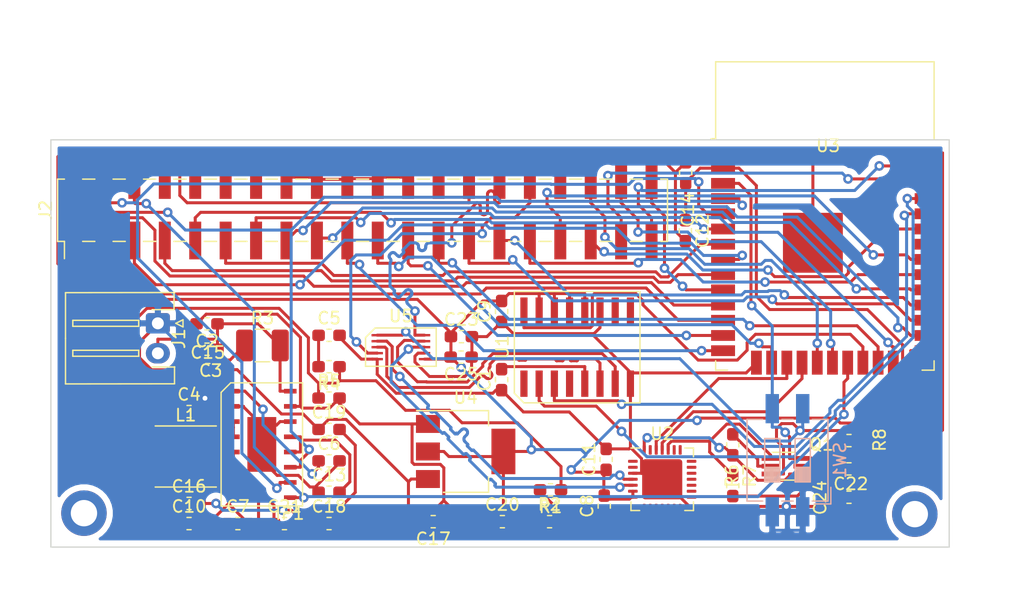
<source format=kicad_pcb>
(kicad_pcb (version 20171130) (host pcbnew "(5.1.5-0-10_14)")
  (layers (0 F.Cu signal) (31 B.Cu signal) (34 B.Paste user) (35 F.Paste user) (36 B.SilkS user) (37 F.SilkS user) (38 B.Mask user) (39 F.Mask user) (44 Edge.Cuts user))
  (net 0 "")
  (net 1 GND)
  (net 2 VBUS)
  (net 3 VDD33)
  (net 4 +BATT)
  (net 5 VDD5V)
  (net 6 /LX)
  (net 7 /DTR)
  (net 8 /RTS)
  (net 9 /KRXD)
  (net 10 /KTXD)
  (net 11 /ACT)
  (net 12 /FTXD)
  (net 13 /FRXD)
  (net 14 /L1)
  (net 15 /L2)
  (net 16 /L3)
  (net 17 "Net-(Q1-Pad5)")
  (net 18 "Net-(Q1-Pad2)")
  (net 19 /EN)
  (net 20 /IO0)
  (net 21 /CAPS)
  (net 22 /SCLK)
  (net 23 /COL15)
  (net 24 /COL14)
  (net 25 /COL13)
  (net 26 /COL12)
  (net 27 /COL11)
  (net 28 /COL10)
  (net 29 /COL9)
  (net 30 /COL8)
  (net 31 /COL7)
  (net 32 /COL6)
  (net 33 /COL5)
  (net 34 /COL4)
  (net 35 /COL3)
  (net 36 /COL2)
  (net 37 /COL1)
  (net 38 /ROW6)
  (net 39 /ROW5)
  (net 40 /ROW4)
  (net 41 /ROW3)
  (net 42 /ROW2)
  (net 43 /ROW1)
  (net 44 "Net-(C13-Pad2)")
  (net 45 "Net-(R1-Pad2)")
  (net 46 "Net-(C1-Pad2)")
  (net 47 "Net-(C16-Pad2)")
  (net 48 "Net-(C5-Pad1)")
  (net 49 "Net-(C4-Pad1)")
  (net 50 /USBD+)
  (net 51 /USBD-)
  (net 52 /KD-)
  (net 53 /KD+)
  (net 54 /FD-)
  (net 55 /FD+)
  (module keyboard:JST_XH_S2B-XH-A-1_1x02_P2.50mm_Horizontal (layer F.Cu) (at 38.93 35.32 270)
    (fp_text reference J1 (at 1.28 -1.76 270) (layer F.SilkS))
    (fp_text value Conn_01x02_Female)
    (pad 1 thru_hole roundrect (at 0 0 270) (size 1.7 2) (drill 1) (layers *.Cu *.Mask) (roundrect_rratio 0.147059) (net 1 GND))
    (pad 2 thru_hole oval (at 2.5 0 270) (size 1.7 2) (drill 1) (layers *.Cu *.Mask) (net 4 +BATT))
  )
  (module Connector_PinHeader_2.54mm:PinHeader_2x20_P2.54mm_Vertical_SMD (layer F.Cu) (at 56.02 25.88 90)
    (fp_text reference J2 (at 0 -26.46 90) (layer F.SilkS))
    (fp_text value Conn_02x20_Odd_Even)
    (pad 40 smd rect (at 2.525 24.13 90) (size 3.15 1) (layers F.Cu F.Paste F.Mask) (net 23 /COL15))
    (pad 39 smd rect (at -2.525 24.13 90) (size 3.15 1) (layers F.Cu F.Paste F.Mask) (net 24 /COL14))
    (pad 38 smd rect (at 2.525 21.59 90) (size 3.15 1) (layers F.Cu F.Paste F.Mask) (net 21 /CAPS))
    (pad 37 smd rect (at -2.525 21.59 90) (size 3.15 1) (layers F.Cu F.Paste F.Mask) (net 25 /COL13))
    (pad 36 smd rect (at 2.525 19.05 90) (size 3.15 1) (layers F.Cu F.Paste F.Mask) (net 22 /SCLK))
    (pad 35 smd rect (at -2.525 19.05 90) (size 3.15 1) (layers F.Cu F.Paste F.Mask) (net 26 /COL12))
    (pad 34 smd rect (at 2.525 16.51 90) (size 3.15 1) (layers F.Cu F.Paste F.Mask) (net 1 GND))
    (pad 33 smd rect (at -2.525 16.51 90) (size 3.15 1) (layers F.Cu F.Paste F.Mask) (net 27 /COL11))
    (pad 32 smd rect (at 2.525 13.97 90) (size 3.15 1) (layers F.Cu F.Paste F.Mask) (net 50 /USBD+))
    (pad 31 smd rect (at -2.525 13.97 90) (size 3.15 1) (layers F.Cu F.Paste F.Mask) (net 28 /COL10))
    (pad 30 smd rect (at 2.525 11.43 90) (size 3.15 1) (layers F.Cu F.Paste F.Mask) (net 51 /USBD-))
    (pad 29 smd rect (at -2.525 11.43 90) (size 3.15 1) (layers F.Cu F.Paste F.Mask) (net 29 /COL9))
    (pad 28 smd rect (at 2.525 8.89 90) (size 3.15 1) (layers F.Cu F.Paste F.Mask) (net 2 VBUS))
    (pad 27 smd rect (at -2.525 8.89 90) (size 3.15 1) (layers F.Cu F.Paste F.Mask) (net 30 /COL8))
    (pad 26 smd rect (at 2.525 6.35 90) (size 3.15 1) (layers F.Cu F.Paste F.Mask) (net 1 GND))
    (pad 25 smd rect (at -2.525 6.35 90) (size 3.15 1) (layers F.Cu F.Paste F.Mask) (net 31 /COL7))
    (pad 24 smd rect (at 2.525 3.81 90) (size 3.15 1) (layers F.Cu F.Paste F.Mask) (net 1 GND))
    (pad 23 smd rect (at -2.525 3.81 90) (size 3.15 1) (layers F.Cu F.Paste F.Mask) (net 32 /COL6))
    (pad 22 smd rect (at 2.525 1.27 90) (size 3.15 1) (layers F.Cu F.Paste F.Mask) (net 1 GND))
    (pad 21 smd rect (at -2.525 1.27 90) (size 3.15 1) (layers F.Cu F.Paste F.Mask) (net 33 /COL5))
    (pad 20 smd rect (at 2.525 -1.27 90) (size 3.15 1) (layers F.Cu F.Paste F.Mask) (net 1 GND))
    (pad 19 smd rect (at -2.525 -1.27 90) (size 3.15 1) (layers F.Cu F.Paste F.Mask) (net 34 /COL4))
    (pad 18 smd rect (at 2.525 -3.81 90) (size 3.15 1) (layers F.Cu F.Paste F.Mask) (net 1 GND))
    (pad 17 smd rect (at -2.525 -3.81 90) (size 3.15 1) (layers F.Cu F.Paste F.Mask) (net 35 /COL3))
    (pad 16 smd rect (at 2.525 -6.35 90) (size 3.15 1) (layers F.Cu F.Paste F.Mask) (net 1 GND))
    (pad 15 smd rect (at -2.525 -6.35 90) (size 3.15 1) (layers F.Cu F.Paste F.Mask) (net 36 /COL2))
    (pad 14 smd rect (at 2.525 -8.89 90) (size 3.15 1) (layers F.Cu F.Paste F.Mask) (net 1 GND))
    (pad 13 smd rect (at -2.525 -8.89 90) (size 3.15 1) (layers F.Cu F.Paste F.Mask) (net 37 /COL1))
    (pad 12 smd rect (at 2.525 -11.43 90) (size 3.15 1) (layers F.Cu F.Paste F.Mask) (net 1 GND))
    (pad 11 smd rect (at -2.525 -11.43 90) (size 3.15 1) (layers F.Cu F.Paste F.Mask) (net 38 /ROW6))
    (pad 10 smd rect (at 2.525 -13.97 90) (size 3.15 1) (layers F.Cu F.Paste F.Mask) (net 1 GND))
    (pad 9 smd rect (at -2.525 -13.97 90) (size 3.15 1) (layers F.Cu F.Paste F.Mask) (net 39 /ROW5))
    (pad 8 smd rect (at 2.525 -16.51 90) (size 3.15 1) (layers F.Cu F.Paste F.Mask) (net 3 VDD33))
    (pad 7 smd rect (at -2.525 -16.51 90) (size 3.15 1) (layers F.Cu F.Paste F.Mask) (net 40 /ROW4))
    (pad 6 smd rect (at 2.525 -19.05 90) (size 3.15 1) (layers F.Cu F.Paste F.Mask) (net 14 /L1))
    (pad 5 smd rect (at -2.525 -19.05 90) (size 3.15 1) (layers F.Cu F.Paste F.Mask) (net 41 /ROW3))
    (pad 4 smd rect (at 2.525 -21.59 90) (size 3.15 1) (layers F.Cu F.Paste F.Mask) (net 15 /L2))
    (pad 3 smd rect (at -2.525 -21.59 90) (size 3.15 1) (layers F.Cu F.Paste F.Mask) (net 42 /ROW2))
    (pad 2 smd rect (at 2.525 -24.13 90) (size 3.15 1) (layers F.Cu F.Paste F.Mask) (net 16 /L3))
    (pad 1 smd rect (at -2.525 -24.13 90) (size 3.15 1) (layers F.Cu F.Paste F.Mask) (net 43 /ROW1))
  )
  (module keyboard:BL1530—DPDT (layer F.Cu) (at 59.22 37.31 270)
    (fp_text reference U5 (at -2.6 0) (layer F.SilkS))
    (fp_text value BL1530-DPDT)
    (pad 5 smd rect (at 1 1.975 270) (size 0.2 0.95) (layers F.Cu F.Paste F.Mask) (net 1 GND))
    (pad 6 smd rect (at 1 -1.975 270) (size 0.2 0.95) (layers F.Cu F.Paste F.Mask) (net 3 VDD33))
    (pad 4 smd rect (at 0.5 1.975 270) (size 0.2 0.95) (layers F.Cu F.Paste F.Mask) (net 50 /USBD+))
    (pad 7 smd rect (at 0.5 -1.975 270) (size 0.2 0.95) (layers F.Cu F.Paste F.Mask) (net 1 GND))
    (pad 3 smd rect (at 0 1.975 270) (size 0.2 0.95) (layers F.Cu F.Paste F.Mask) (net 53 /KD+))
    (pad 8 smd rect (at 0 -1.975 270) (size 0.2 0.95) (layers F.Cu F.Paste F.Mask) (net 54 /FD-))
    (pad 2 smd rect (at -0.5 1.975 270) (size 0.2 0.95) (layers F.Cu F.Paste F.Mask) (net 55 /FD+))
    (pad 9 smd rect (at -0.5 -1.975 270) (size 0.2 0.95) (layers F.Cu F.Paste F.Mask) (net 52 /KD-))
    (pad 1 smd rect (at -1 1.975 270) (size 0.2 0.95) (layers F.Cu F.Paste F.Mask) (net 20 /IO0))
    (pad 10 smd rect (at -1 -1.975 270) (size 0.2 0.95) (layers F.Cu F.Paste F.Mask) (net 51 /USBD-))
  )
  (module Button_Switch_SMD:SW_DIP_SPSTx02_Slide_6.7x6.64mm_W8.61mm_P2.54mm_LowProfile (layer B.Cu) (at 91.5 46.75 90)
    (fp_text reference SW1 (at 0 4.38 90) (layer B.SilkS) (effects (justify mirror)))
    (fp_text value SW-2P)
    (pad 4 smd rect (at 4.305 1.27 90) (size 2.44 1.12) (layers B.Cu B.Paste B.Mask) (net 20 /IO0))
    (pad 2 smd rect (at -4.305 -1.27 90) (size 2.44 1.12) (layers B.Cu B.Paste B.Mask) (net 1 GND))
    (pad 3 smd rect (at 4.305 -1.27 90) (size 2.44 1.12) (layers B.Cu B.Paste B.Mask) (net 19 /EN))
    (pad 1 smd rect (at -4.305 1.27 90) (size 2.44 1.12) (layers B.Cu B.Paste B.Mask) (net 1 GND))
  )
  (module keyboard:L_5x5x2 (layer F.Cu) (at 41.26 46.44)
    (fp_text reference L1 (at 0 -3.45) (layer F.SilkS))
    (fp_text value 1uH)
    (pad 2 smd rect (at 1.8 0) (size 1.5 4.2) (layers F.Cu F.Paste F.Mask) (net 6 /LX))
    (pad 1 smd rect (at -1.8 0) (size 1.5 4.2) (layers F.Cu F.Paste F.Mask) (net 49 "Net-(C4-Pad1)"))
  )
  (module Resistor_SMD:R_0603_1608Metric_Pad1.05x0.95mm_HandSolder (layer F.Cu) (at 53.225 41.56)
    (fp_text reference R5 (at 0 -1.43) (layer F.SilkS))
    (fp_text value 102)
    (pad 2 smd roundrect (at 0.875 0) (size 1.05 0.95) (layers F.Cu F.Paste F.Mask) (net 1 GND))
    (pad 1 smd roundrect (at -0.875 0) (size 1.05 0.95) (layers F.Cu F.Paste F.Mask) (net 2 VBUS))
  )
  (module Resistor_SMD:R_0603_1608Metric_Pad1.05x0.95mm_HandSolder (layer F.Cu) (at 53.225 38.94 180)
    (fp_text reference R4 (at 0 -1.43) (layer F.SilkS))
    (fp_text value 2R0)
    (pad 2 smd roundrect (at 0.875 0 180) (size 1.05 0.95) (layers F.Cu F.Paste F.Mask) (net 48 "Net-(C5-Pad1)"))
    (pad 1 smd roundrect (at -0.875 0 180) (size 1.05 0.95) (layers F.Cu F.Paste F.Mask) (net 2 VBUS))
  )
  (module Capacitor_SMD:C_0603_1608Metric_Pad1.05x0.95mm_HandSolder (layer F.Cu) (at 41.535 52.04)
    (fp_text reference C10 (at 0 -1.43) (layer F.SilkS))
    (fp_text value 104)
    (pad 2 smd roundrect (at 0.875 0) (size 1.05 0.95) (layers F.Cu F.Paste F.Mask) (net 1 GND))
    (pad 1 smd roundrect (at -0.875 0) (size 1.05 0.95) (layers F.Cu F.Paste F.Mask) (net 2 VBUS))
  )
  (module Capacitor_SMD:C_0603_1608Metric_Pad1.05x0.95mm_HandSolder (layer F.Cu) (at 45.61 52.04)
    (fp_text reference C7 (at 0 -1.43) (layer F.SilkS))
    (fp_text value 10uf)
    (pad 2 smd roundrect (at 0.875 0) (size 1.05 0.95) (layers F.Cu F.Paste F.Mask) (net 1 GND))
    (pad 1 smd roundrect (at -0.875 0) (size 1.05 0.95) (layers F.Cu F.Paste F.Mask) (net 2 VBUS))
  )
  (module Capacitor_SMD:C_0603_1608Metric_Pad1.05x0.95mm_HandSolder (layer F.Cu) (at 53.225 36.32)
    (fp_text reference C5 (at 0 -1.43) (layer F.SilkS))
    (fp_text value 10uf)
    (pad 2 smd roundrect (at 0.875 0) (size 1.05 0.95) (layers F.Cu F.Paste F.Mask) (net 1 GND))
    (pad 1 smd roundrect (at -0.875 0) (size 1.05 0.95) (layers F.Cu F.Paste F.Mask) (net 48 "Net-(C5-Pad1)"))
  )
  (module Capacitor_SMD:C_0603_1608Metric_Pad1.05x0.95mm_HandSolder (layer F.Cu) (at 76.2 50.58 90)
    (fp_text reference C8 (at 0 -1.43 90) (layer F.SilkS))
    (fp_text value 104)
    (pad 2 smd roundrect (at 0.875 0 90) (size 1.05 0.95) (layers F.Cu F.Paste F.Mask) (net 3 VDD33))
    (pad 1 smd roundrect (at -0.875 0 90) (size 1.05 0.95) (layers F.Cu F.Paste F.Mask) (net 1 GND))
  )
  (module Package_DFN_QFN:QFN-28-1EP_5x5mm_P0.5mm_EP3.35x3.35mm (layer F.Cu) (at 81.04 48.34)
    (fp_text reference U2 (at 0 -3.8) (layer F.SilkS))
    (fp_text value CP2102N-A01-GQFN28)
    (pad 28 smd roundrect (at -1.5 -2.45) (size 0.25 0.8) (layers F.Cu F.Paste F.Mask) (net 7 /DTR))
    (pad 27 smd roundrect (at -1 -2.45) (size 0.25 0.8) (layers F.Cu F.Paste F.Mask))
    (pad 26 smd roundrect (at -0.5 -2.45) (size 0.25 0.8) (layers F.Cu F.Paste F.Mask) (net 12 /FTXD))
    (pad 25 smd roundrect (at 0 -2.45) (size 0.25 0.8) (layers F.Cu F.Paste F.Mask) (net 13 /FRXD))
    (pad 24 smd roundrect (at 0.5 -2.45) (size 0.25 0.8) (layers F.Cu F.Paste F.Mask) (net 8 /RTS))
    (pad 23 smd roundrect (at 1 -2.45) (size 0.25 0.8) (layers F.Cu F.Paste F.Mask))
    (pad 22 smd roundrect (at 1.5 -2.45) (size 0.25 0.8) (layers F.Cu F.Paste F.Mask))
    (pad 21 smd roundrect (at 2.45 -1.5) (size 0.8 0.25) (layers F.Cu F.Paste F.Mask))
    (pad 20 smd roundrect (at 2.45 -1) (size 0.8 0.25) (layers F.Cu F.Paste F.Mask))
    (pad 19 smd roundrect (at 2.45 -0.5) (size 0.8 0.25) (layers F.Cu F.Paste F.Mask))
    (pad 18 smd roundrect (at 2.45 0) (size 0.8 0.25) (layers F.Cu F.Paste F.Mask))
    (pad 17 smd roundrect (at 2.45 0.5) (size 0.8 0.25) (layers F.Cu F.Paste F.Mask))
    (pad 16 smd roundrect (at 2.45 1) (size 0.8 0.25) (layers F.Cu F.Paste F.Mask))
    (pad 15 smd roundrect (at 2.45 1.5) (size 0.8 0.25) (layers F.Cu F.Paste F.Mask))
    (pad 14 smd roundrect (at 1.5 2.45) (size 0.25 0.8) (layers F.Cu F.Paste F.Mask))
    (pad 13 smd roundrect (at 1 2.45) (size 0.25 0.8) (layers F.Cu F.Paste F.Mask))
    (pad 12 smd roundrect (at 0.5 2.45) (size 0.25 0.8) (layers F.Cu F.Paste F.Mask))
    (pad 11 smd roundrect (at 0 2.45) (size 0.25 0.8) (layers F.Cu F.Paste F.Mask))
    (pad 10 smd roundrect (at -0.5 2.45) (size 0.25 0.8) (layers F.Cu F.Paste F.Mask))
    (pad 9 smd roundrect (at -1 2.45) (size 0.25 0.8) (layers F.Cu F.Paste F.Mask))
    (pad 8 smd roundrect (at -1.5 2.45) (size 0.25 0.8) (layers F.Cu F.Paste F.Mask) (net 45 "Net-(R1-Pad2)"))
    (pad 7 smd roundrect (at -2.45 1.5) (size 0.8 0.25) (layers F.Cu F.Paste F.Mask) (net 3 VDD33))
    (pad 6 smd roundrect (at -2.45 1) (size 0.8 0.25) (layers F.Cu F.Paste F.Mask) (net 3 VDD33))
    (pad 5 smd roundrect (at -2.45 0.5) (size 0.8 0.25) (layers F.Cu F.Paste F.Mask) (net 54 /FD-))
    (pad 4 smd roundrect (at -2.45 0) (size 0.8 0.25) (layers F.Cu F.Paste F.Mask) (net 55 /FD+))
    (pad 3 smd roundrect (at -2.45 -0.5) (size 0.8 0.25) (layers F.Cu F.Paste F.Mask) (net 1 GND))
    (pad 2 smd roundrect (at -2.45 -1) (size 0.8 0.25) (layers F.Cu F.Paste F.Mask))
    (pad 1 smd roundrect (at -2.45 -1.5) (size 0.8 0.25) (layers F.Cu F.Paste F.Mask))
    (pad 29 smd roundrect (at 0 0) (size 3.35 3.35) (layers F.Cu F.Mask) (roundrect_rratio 0.074627) (net 1 GND))
  )
  (module keyboard:CH9328 (layer F.Cu) (at 73.94 37.31)
    (fp_text reference U1 (at -6.245 0 90) (layer F.SilkS))
    (fp_text value CH9328)
    (pad 8 smd rect (at 4.445 3.05) (size 0.6 2.2) (layers F.Cu F.Paste F.Mask) (net 1 GND))
    (pad 9 smd rect (at 4.445 -3.05) (size 0.6 2.2) (layers F.Cu F.Paste F.Mask))
    (pad 7 smd rect (at 3.175 3.05) (size 0.6 2.2) (layers F.Cu F.Paste F.Mask) (net 52 /KD-))
    (pad 10 smd rect (at 3.175 -3.05) (size 0.6 2.2) (layers F.Cu F.Paste F.Mask))
    (pad 6 smd rect (at 1.905 3.05) (size 0.6 2.2) (layers F.Cu F.Paste F.Mask) (net 53 /KD+))
    (pad 11 smd rect (at 1.905 -3.05) (size 0.6 2.2) (layers F.Cu F.Paste F.Mask) (net 1 GND))
    (pad 5 smd rect (at 0.635 3.05) (size 0.6 2.2) (layers F.Cu F.Paste F.Mask) (net 46 "Net-(C1-Pad2)"))
    (pad 12 smd rect (at 0.635 -3.05) (size 0.6 2.2) (layers F.Cu F.Paste F.Mask) (net 3 VDD33))
    (pad 4 smd rect (at -0.635 3.05) (size 0.6 2.2) (layers F.Cu F.Paste F.Mask))
    (pad 13 smd rect (at -0.635 -3.05) (size 0.6 2.2) (layers F.Cu F.Paste F.Mask) (net 3 VDD33))
    (pad 3 smd rect (at -1.905 3.05) (size 0.6 2.2) (layers F.Cu F.Paste F.Mask) (net 9 /KRXD))
    (pad 14 smd rect (at -1.905 -3.05) (size 0.6 2.2) (layers F.Cu F.Paste F.Mask) (net 3 VDD33))
    (pad 2 smd rect (at -3.175 3.05) (size 0.6 2.2) (layers F.Cu F.Paste F.Mask) (net 10 /KTXD))
    (pad 15 smd rect (at -3.175 -3.05) (size 0.6 2.2) (layers F.Cu F.Paste F.Mask) (net 3 VDD33))
    (pad 1 smd rect (at -4.445 3.05) (size 0.6 2.2) (layers F.Cu F.Paste F.Mask))
    (pad 16 smd rect (at -4.445 -3.05) (size 0.6 2.2) (layers F.Cu F.Paste F.Mask) (net 11 /ACT))
  )
  (module Resistor_SMD:R_0603_1608Metric_Pad1.05x0.95mm_HandSolder (layer F.Cu) (at 71.635 51.88)
    (fp_text reference R2 (at 0 -1.43) (layer F.SilkS))
    (fp_text value 47.5K)
    (pad 2 smd roundrect (at 0.875 0) (size 1.05 0.95) (layers F.Cu F.Paste F.Mask) (net 1 GND))
    (pad 1 smd roundrect (at -0.875 0) (size 1.05 0.95) (layers F.Cu F.Paste F.Mask) (net 45 "Net-(R1-Pad2)"))
  )
  (module Resistor_SMD:R_0603_1608Metric_Pad1.05x0.95mm_HandSolder (layer F.Cu) (at 71.715 49.22 180)
    (fp_text reference R1 (at 0 -1.43) (layer F.SilkS))
    (fp_text value 22.1K)
    (pad 2 smd roundrect (at 0.875 0 180) (size 1.05 0.95) (layers F.Cu F.Paste F.Mask) (net 45 "Net-(R1-Pad2)"))
    (pad 1 smd roundrect (at -0.875 0 180) (size 1.05 0.95) (layers F.Cu F.Paste F.Mask) (net 2 VBUS))
  )
  (module Resistor_SMD:R_1210_3225Metric_Pad1.42x2.65mm_HandSolder (layer F.Cu) (at 47.6625 37.17)
    (fp_text reference R3 (at 0 -2.28) (layer F.SilkS))
    (fp_text value R010)
    (pad 2 smd roundrect (at 1.4875 0) (size 1.425 2.65) (layers F.Cu F.Paste F.Mask) (roundrect_rratio 0.175439) (net 4 +BATT))
    (pad 1 smd roundrect (at -1.4875 0) (size 1.425 2.65) (layers F.Cu F.Paste F.Mask) (roundrect_rratio 0.175439) (net 49 "Net-(C4-Pad1)"))
  )
  (module Capacitor_SMD:C_0603_1608Metric_Pad1.05x0.95mm_HandSolder (layer F.Cu) (at 67.63 34.33 90)
    (fp_text reference C9 (at 0 -1.43 90) (layer F.SilkS))
    (fp_text value 104)
    (pad 2 smd roundrect (at 0.875 0 90) (size 1.05 0.95) (layers F.Cu F.Paste F.Mask) (net 3 VDD33))
    (pad 1 smd roundrect (at -0.875 0 90) (size 1.05 0.95) (layers F.Cu F.Paste F.Mask) (net 1 GND))
  )
  (module Capacitor_SMD:C_0603_1608Metric_Pad1.05x0.95mm_HandSolder (layer F.Cu) (at 67.63 40.025 90)
    (fp_text reference C1 (at 0 -1.43 90) (layer F.SilkS))
    (fp_text value 103)
    (pad 2 smd roundrect (at 0.875 0 90) (size 1.05 0.95) (layers F.Cu F.Paste F.Mask) (net 46 "Net-(C1-Pad2)"))
    (pad 1 smd roundrect (at -0.875 0 90) (size 1.05 0.95) (layers F.Cu F.Paste F.Mask) (net 1 GND))
  )
  (module Capacitor_SMD:C_0603_1608Metric_Pad1.05x0.95mm_HandSolder (layer F.Cu) (at 49.5 52.04)
    (fp_text reference C21 (at 0 -1.43) (layer F.SilkS))
    (fp_text value 22uf)
    (pad 2 smd roundrect (at 0.875 0) (size 1.05 0.95) (layers F.Cu F.Paste F.Mask) (net 47 "Net-(C16-Pad2)"))
    (pad 1 smd roundrect (at -0.875 0) (size 1.05 0.95) (layers F.Cu F.Paste F.Mask) (net 5 VDD5V))
  )
  (module Capacitor_SMD:C_0603_1608Metric_Pad1.05x0.95mm_HandSolder (layer F.Cu) (at 53.225 44.18)
    (fp_text reference C19 (at 0 -1.43) (layer F.SilkS))
    (fp_text value 22uf)
    (pad 2 smd roundrect (at 0.875 0) (size 1.05 0.95) (layers F.Cu F.Paste F.Mask) (net 47 "Net-(C16-Pad2)"))
    (pad 1 smd roundrect (at -0.875 0) (size 1.05 0.95) (layers F.Cu F.Paste F.Mask) (net 5 VDD5V))
  )
  (module Capacitor_SMD:C_0603_1608Metric_Pad1.05x0.95mm_HandSolder (layer F.Cu) (at 41.535 42.69)
    (fp_text reference C4 (at 0 -1.43) (layer F.SilkS))
    (fp_text value 104)
    (pad 2 smd roundrect (at 0.875 0) (size 1.05 0.95) (layers F.Cu F.Paste F.Mask) (net 1 GND))
    (pad 1 smd roundrect (at -0.875 0) (size 1.05 0.95) (layers F.Cu F.Paste F.Mask) (net 49 "Net-(C4-Pad1)"))
  )
  (module Capacitor_SMD:C_0603_1608Metric_Pad1.05x0.95mm_HandSolder (layer F.Cu) (at 43.035 35.36 180)
    (fp_text reference C2 (at 0 -1.43) (layer F.SilkS))
    (fp_text value 10uf)
    (pad 2 smd roundrect (at 0.875 0 180) (size 1.05 0.95) (layers F.Cu F.Paste F.Mask) (net 1 GND))
    (pad 1 smd roundrect (at -0.875 0 180) (size 1.05 0.95) (layers F.Cu F.Paste F.Mask) (net 4 +BATT))
  )
  (module Capacitor_SMD:C_0603_1608Metric_Pad1.05x0.95mm_HandSolder (layer F.Cu) (at 53.225 49.42)
    (fp_text reference C13 (at 0 -1.43) (layer F.SilkS))
    (fp_text value 2.2uf)
    (pad 2 smd roundrect (at 0.875 0) (size 1.05 0.95) (layers F.Cu F.Paste F.Mask) (net 44 "Net-(C13-Pad2)"))
    (pad 1 smd roundrect (at -0.875 0) (size 1.05 0.95) (layers F.Cu F.Paste F.Mask) (net 1 GND))
  )
  (module Capacitor_SMD:C_0603_1608Metric_Pad1.05x0.95mm_HandSolder (layer F.Cu) (at 64.25 38.14 180)
    (fp_text reference C25 (at 0 -1.43) (layer F.SilkS))
    (fp_text value 104)
    (pad 2 smd roundrect (at 0.875 0 180) (size 1.05 0.95) (layers F.Cu F.Paste F.Mask) (net 3 VDD33))
    (pad 1 smd roundrect (at -0.875 0 180) (size 1.05 0.95) (layers F.Cu F.Paste F.Mask) (net 1 GND))
  )
  (module Capacitor_SMD:C_0603_1608Metric_Pad1.05x0.95mm_HandSolder (layer F.Cu) (at 53.225 52.04)
    (fp_text reference C18 (at 0 -1.43) (layer F.SilkS))
    (fp_text value 10uf)
    (pad 2 smd roundrect (at 0.875 0) (size 1.05 0.95) (layers F.Cu F.Paste F.Mask) (net 47 "Net-(C16-Pad2)"))
    (pad 1 smd roundrect (at -0.875 0) (size 1.05 0.95) (layers F.Cu F.Paste F.Mask) (net 5 VDD5V))
  )
  (module Capacitor_SMD:C_0603_1608Metric_Pad1.05x0.95mm_HandSolder (layer F.Cu) (at 41.535 50.36)
    (fp_text reference C16 (at 0 -1.43) (layer F.SilkS))
    (fp_text value 104)
    (pad 2 smd roundrect (at 0.875 0) (size 1.05 0.95) (layers F.Cu F.Paste F.Mask) (net 47 "Net-(C16-Pad2)"))
    (pad 1 smd roundrect (at -0.875 0) (size 1.05 0.95) (layers F.Cu F.Paste F.Mask) (net 5 VDD5V))
  )
  (module Capacitor_SMD:C_0603_1608Metric_Pad1.05x0.95mm_HandSolder (layer F.Cu) (at 43.1 39.19)
    (fp_text reference C15 (at 0 -1.43) (layer F.SilkS))
    (fp_text value 4.7nf)
    (pad 2 smd roundrect (at 0.875 0) (size 1.05 0.95) (layers F.Cu F.Paste F.Mask) (net 5 VDD5V))
    (pad 1 smd roundrect (at -0.875 0) (size 1.05 0.95) (layers F.Cu F.Paste F.Mask) (net 6 /LX))
  )
  (module Capacitor_SMD:C_0603_1608Metric_Pad1.05x0.95mm_HandSolder (layer F.Cu) (at 64.275 36.43)
    (fp_text reference C23 (at 0 -1.43) (layer F.SilkS))
    (fp_text value 10uf)
    (pad 2 smd roundrect (at 0.875 0) (size 1.05 0.95) (layers F.Cu F.Paste F.Mask) (net 1 GND))
    (pad 1 smd roundrect (at -0.875 0) (size 1.05 0.95) (layers F.Cu F.Paste F.Mask) (net 3 VDD33))
  )
  (module Capacitor_SMD:C_0603_1608Metric_Pad1.05x0.95mm_HandSolder (layer F.Cu) (at 82.97 27.585 270)
    (fp_text reference C12 (at 0 -1.43 90) (layer F.SilkS))
    (fp_text value 10uf)
    (pad 1 smd roundrect (at -0.875 0 270) (size 1.05 0.95) (layers F.Cu F.Paste F.Mask) (net 3 VDD33))
    (pad 2 smd roundrect (at 0.875 0 270) (size 1.05 0.95) (layers F.Cu F.Paste F.Mask) (net 1 GND))
  )
  (module Capacitor_SMD:C_0603_1608Metric_Pad1.05x0.95mm_HandSolder (layer F.Cu) (at 53.225 46.8)
    (fp_text reference C6 (at 0 -1.43) (layer F.SilkS))
    (fp_text value 10uf)
    (pad 2 smd roundrect (at 0.875 0) (size 1.05 0.95) (layers F.Cu F.Paste F.Mask) (net 1 GND))
    (pad 1 smd roundrect (at -0.875 0) (size 1.05 0.95) (layers F.Cu F.Paste F.Mask) (net 49 "Net-(C4-Pad1)"))
  )
  (module Capacitor_SMD:C_0603_1608Metric_Pad1.05x0.95mm_HandSolder (layer F.Cu) (at 76.36 46.68 90)
    (fp_text reference C11 (at 0 -1.43 90) (layer F.SilkS))
    (fp_text value 4.7uf)
    (pad 2 smd roundrect (at 0.875 0 90) (size 1.05 0.95) (layers F.Cu F.Paste F.Mask) (net 1 GND))
    (pad 1 smd roundrect (at -0.875 0 90) (size 1.05 0.95) (layers F.Cu F.Paste F.Mask) (net 3 VDD33))
  )
  (module Capacitor_SMD:C_0603_1608Metric_Pad1.05x0.95mm_HandSolder (layer F.Cu) (at 67.695 51.88)
    (fp_text reference C20 (at 0 -1.43) (layer F.SilkS))
    (fp_text value 22uf)
    (pad 2 smd roundrect (at 0.875 0) (size 1.05 0.95) (layers F.Cu F.Paste F.Mask) (net 1 GND))
    (pad 1 smd roundrect (at -0.875 0) (size 1.05 0.95) (layers F.Cu F.Paste F.Mask) (net 3 VDD33))
  )
  (module Capacitor_SMD:C_0603_1608Metric_Pad1.05x0.95mm_HandSolder (layer F.Cu) (at 61.92 51.88 180)
    (fp_text reference C17 (at 0 -1.43) (layer F.SilkS))
    (fp_text value 10uf)
    (pad 2 smd roundrect (at 0.875 0 180) (size 1.05 0.95) (layers F.Cu F.Paste F.Mask) (net 1 GND))
    (pad 1 smd roundrect (at -0.875 0 180) (size 1.05 0.95) (layers F.Cu F.Paste F.Mask) (net 5 VDD5V))
  )
  (module MountingHole:MountingHole_2.2mm_M2_DIN965_Pad (layer F.Cu) (at 102.13 51.25)
    (fp_text reference H2 hide)
    (fp_text value MountingHole)
    (pad 1 thru_hole circle (at 0 0) (size 3.8 3.8) (drill 2.2) (layers *.Cu *.Mask))
  )
  (module MountingHole:MountingHole_2.2mm_M2_DIN965_Pad (layer F.Cu) (at 32.76 51.17)
    (fp_text reference H1 hide)
    (fp_text value MountingHole)
    (pad 1 thru_hole circle (at 0 0) (size 3.8 3.8) (drill 2.2) (layers *.Cu *.Mask))
  )
  (module Capacitor_SMD:C_0603_1608Metric_Pad1.05x0.95mm_HandSolder (layer F.Cu) (at 96.635 49.84 180)
    (fp_text reference C24 (at 2.405 -0.04 270) (layer F.SilkS))
    (fp_text value 104)
    (pad 2 smd roundrect (at 0.875 0 180) (size 1.05 0.95) (layers F.Cu F.Paste F.Mask) (net 1 GND))
    (pad 1 smd roundrect (at -0.875 0 180) (size 1.05 0.95) (layers F.Cu F.Paste F.Mask) (net 19 /EN))
  )
  (module Package_TO_SOT_SMD:SOT-223-3_TabPin2 (layer F.Cu) (at 64.63 46.02)
    (fp_text reference U4 (at 0 -4.5) (layer F.SilkS))
    (fp_text value AMS1117-3.3)
    (pad 1 smd rect (at -3.15 -2.3) (size 2 1.5) (layers F.Cu F.Paste F.Mask) (net 1 GND))
    (pad 3 smd rect (at -3.15 2.3) (size 2 1.5) (layers F.Cu F.Paste F.Mask) (net 5 VDD5V))
    (pad 2 smd rect (at -3.15 0) (size 2 1.5) (layers F.Cu F.Paste F.Mask) (net 3 VDD33))
    (pad 2 smd rect (at 3.15 0) (size 2 3.8) (layers F.Cu F.Paste F.Mask) (net 3 VDD33))
  )
  (module Capacitor_SMD:C_0603_1608Metric_Pad1.05x0.95mm_HandSolder (layer F.Cu) (at 43.035 37.4833 180)
    (fp_text reference C3 (at -0.305 -1.79) (layer F.SilkS))
    (fp_text value 104)
    (pad 2 smd roundrect (at 0.875 0 180) (size 1.05 0.95) (layers F.Cu F.Paste F.Mask) (net 1 GND))
    (pad 1 smd roundrect (at -0.875 0 180) (size 1.05 0.95) (layers F.Cu F.Paste F.Mask) (net 4 +BATT))
  )
  (module Package_TO_SOT_SMD:SOT-363_SC-70-6_Handsoldering (layer F.Cu) (at 91.42 47.25)
    (fp_text reference Q1 (at 2.92 -1.82 180) (layer F.SilkS))
    (fp_text value Q_DUAL_NPN)
    (pad 6 smd rect (at 1.33 -0.65) (size 1.5 0.4) (layers F.Cu F.Paste F.Mask) (net 19 /EN))
    (pad 5 smd rect (at 1.33 0) (size 1.5 0.4) (layers F.Cu F.Paste F.Mask) (net 17 "Net-(Q1-Pad5)"))
    (pad 4 smd rect (at 1.33 0.65) (size 1.5 0.4) (layers F.Cu F.Paste F.Mask) (net 7 /DTR))
    (pad 3 smd rect (at -1.33 0.65) (size 1.5 0.4) (layers F.Cu F.Paste F.Mask) (net 20 /IO0))
    (pad 2 smd rect (at -1.33 0) (size 1.5 0.4) (layers F.Cu F.Paste F.Mask) (net 18 "Net-(Q1-Pad2)"))
    (pad 1 smd rect (at -1.33 -0.65) (size 1.5 0.4) (layers F.Cu F.Paste F.Mask) (net 8 /RTS))
  )
  (module Resistor_SMD:R_0603_1608Metric_Pad1.05x0.95mm_HandSolder (layer F.Cu) (at 86.93 48.87 90)
    (fp_text reference R7 (at 0.825 1.41 90) (layer F.SilkS))
    (fp_text value 10K)
    (pad 2 smd roundrect (at 0.875 0 90) (size 1.05 0.95) (layers F.Cu F.Paste F.Mask) (net 8 /RTS))
    (pad 1 smd roundrect (at -0.875 0 90) (size 1.05 0.95) (layers F.Cu F.Paste F.Mask) (net 17 "Net-(Q1-Pad5)"))
  )
  (module Resistor_SMD:R_0603_1608Metric_Pad1.05x0.95mm_HandSolder (layer F.Cu) (at 86.93 45.465 270)
    (fp_text reference R6 (at 2.595 0.07 90) (layer F.SilkS))
    (fp_text value 10K)
    (pad 2 smd roundrect (at 0.875 0 270) (size 1.05 0.95) (layers F.Cu F.Paste F.Mask) (net 7 /DTR))
    (pad 1 smd roundrect (at -0.875 0 270) (size 1.05 0.95) (layers F.Cu F.Paste F.Mask) (net 18 "Net-(Q1-Pad2)"))
  )
  (module Capacitor_SMD:C_0603_1608Metric_Pad1.05x0.95mm_HandSolder (layer F.Cu) (at 83 22.75 270)
    (fp_text reference C14 (at 3.08 -0.18 270) (layer F.SilkS))
    (fp_text value 104)
    (pad 1 smd roundrect (at -0.875 0 270) (size 1.05 0.95) (layers F.Cu F.Paste F.Mask) (net 1 GND))
    (pad 2 smd roundrect (at 0.875 0 270) (size 1.05 0.95) (layers F.Cu F.Paste F.Mask) (net 3 VDD33))
  )
  (module Capacitor_SMD:C_0603_1608Metric_Pad1.05x0.95mm_HandSolder (layer F.Cu) (at 96.635 47.475 180)
    (fp_text reference C22 (at -0.15 -1.25) (layer F.SilkS))
    (fp_text value 104)
    (pad 2 smd roundrect (at 0.875 0 180) (size 1.05 0.95) (layers F.Cu F.Paste F.Mask) (net 1 GND))
    (pad 1 smd roundrect (at -0.875 0 180) (size 1.05 0.95) (layers F.Cu F.Paste F.Mask) (net 20 /IO0))
  )
  (module RF_Module:ESP32-WROOM-32 (layer F.Cu) (at 94.62 29.35)
    (fp_text reference U3 (at 0.27 -8.845 180) (layer F.SilkS))
    (fp_text value ESP32-WROOM-32D)
    (pad 38 smd rect (at 8.5 -8.255) (size 2 0.9) (layers F.Cu F.Paste F.Mask) (net 1 GND))
    (pad 37 smd rect (at 8.5 -6.985) (size 2 0.9) (layers F.Cu F.Paste F.Mask) (net 24 /COL14))
    (pad 36 smd rect (at 8.5 -5.715) (size 2 0.9) (layers F.Cu F.Paste F.Mask) (net 25 /COL13))
    (pad 35 smd rect (at 8.5 -4.445) (size 2 0.9) (layers F.Cu F.Paste F.Mask) (net 10 /KTXD))
    (pad 34 smd rect (at 8.5 -3.175) (size 2 0.9) (layers F.Cu F.Paste F.Mask) (net 9 /KRXD))
    (pad 33 smd rect (at 8.5 -1.905) (size 2 0.9) (layers F.Cu F.Paste F.Mask) (net 26 /COL12))
    (pad 32 smd rect (at 8.5 -0.635) (size 2 0.9) (layers F.Cu F.Paste F.Mask))
    (pad 31 smd rect (at 8.5 0.635) (size 2 0.9) (layers F.Cu F.Paste F.Mask) (net 27 /COL11))
    (pad 30 smd rect (at 8.5 1.905) (size 2 0.9) (layers F.Cu F.Paste F.Mask) (net 28 /COL10))
    (pad 29 smd rect (at 8.5 3.175) (size 2 0.9) (layers F.Cu F.Paste F.Mask) (net 35 /COL3))
    (pad 28 smd rect (at 8.5 4.445) (size 2 0.9) (layers F.Cu F.Paste F.Mask) (net 29 /COL9))
    (pad 27 smd rect (at 8.5 5.715) (size 2 0.9) (layers F.Cu F.Paste F.Mask) (net 30 /COL8))
    (pad 26 smd rect (at 8.5 6.985) (size 2 0.9) (layers F.Cu F.Paste F.Mask) (net 36 /COL2))
    (pad 25 smd rect (at 8.5 8.255) (size 2 0.9) (layers F.Cu F.Paste F.Mask) (net 20 /IO0))
    (pad 24 smd rect (at 5.715 9.255 90) (size 2 0.9) (layers F.Cu F.Paste F.Mask) (net 37 /COL1))
    (pad 23 smd rect (at 4.445 9.255 90) (size 2 0.9) (layers F.Cu F.Paste F.Mask) (net 31 /COL7))
    (pad 22 smd rect (at 3.175 9.255 90) (size 2 0.9) (layers F.Cu F.Paste F.Mask) (net 11 /ACT))
    (pad 21 smd rect (at 1.905 9.255 90) (size 2 0.9) (layers F.Cu F.Paste F.Mask) (net 14 /L1))
    (pad 20 smd rect (at 0.635 9.255 90) (size 2 0.9) (layers F.Cu F.Paste F.Mask) (net 21 /CAPS))
    (pad 19 smd rect (at -0.635 9.255 90) (size 2 0.9) (layers F.Cu F.Paste F.Mask) (net 22 /SCLK))
    (pad 18 smd rect (at -1.905 9.255 90) (size 2 0.9) (layers F.Cu F.Paste F.Mask) (net 13 /FRXD))
    (pad 17 smd rect (at -3.175 9.255 90) (size 2 0.9) (layers F.Cu F.Paste F.Mask) (net 12 /FTXD))
    (pad 16 smd rect (at -4.445 9.255 90) (size 2 0.9) (layers F.Cu F.Paste F.Mask) (net 33 /COL5))
    (pad 15 smd rect (at -5.715 9.255 90) (size 2 0.9) (layers F.Cu F.Paste F.Mask) (net 1 GND))
    (pad 14 smd rect (at -8.5 8.255) (size 2 0.9) (layers F.Cu F.Paste F.Mask) (net 34 /COL4))
    (pad 13 smd rect (at -8.5 6.985) (size 2 0.9) (layers F.Cu F.Paste F.Mask) (net 32 /COL6))
    (pad 12 smd rect (at -8.5 5.715) (size 2 0.9) (layers F.Cu F.Paste F.Mask) (net 42 /ROW2))
    (pad 11 smd rect (at -8.5 4.445) (size 2 0.9) (layers F.Cu F.Paste F.Mask) (net 43 /ROW1))
    (pad 10 smd rect (at -8.5 3.175) (size 2 0.9) (layers F.Cu F.Paste F.Mask) (net 23 /COL15))
    (pad 9 smd rect (at -8.5 1.905) (size 2 0.9) (layers F.Cu F.Paste F.Mask) (net 40 /ROW4))
    (pad 8 smd rect (at -8.5 0.635) (size 2 0.9) (layers F.Cu F.Paste F.Mask) (net 41 /ROW3))
    (pad 7 smd rect (at -8.5 -0.635) (size 2 0.9) (layers F.Cu F.Paste F.Mask) (net 38 /ROW6))
    (pad 6 smd rect (at -8.5 -1.905) (size 2 0.9) (layers F.Cu F.Paste F.Mask) (net 39 /ROW5))
    (pad 5 smd rect (at -8.5 -3.175) (size 2 0.9) (layers F.Cu F.Paste F.Mask) (net 15 /L2))
    (pad 4 smd rect (at -8.5 -4.445) (size 2 0.9) (layers F.Cu F.Paste F.Mask) (net 16 /L3))
    (pad 3 smd rect (at -8.5 -5.715) (size 2 0.9) (layers F.Cu F.Paste F.Mask) (net 19 /EN))
    (pad 2 smd rect (at -8.5 -6.985) (size 2 0.9) (layers F.Cu F.Paste F.Mask) (net 3 VDD33))
    (pad 1 smd rect (at -8.5 -8.255) (size 2 0.9) (layers F.Cu F.Paste F.Mask) (net 1 GND))
    (pad 39 smd rect (at -1 -0.755) (size 5 5) (layers F.Cu F.Paste F.Mask) (net 1 GND))
  )
  (module keyboard:IP5206 (layer F.Cu) (at 47.61 45.43 270)
    (fp_text reference IP1 (at 5.77 -2.34) (layer F.SilkS))
    (fp_text value IP5206)
    (pad 17 smd rect (at 0 0 270) (size 4.57 2.41) (layers F.Cu F.Paste F.Mask) (net 1 GND))
    (pad 8 smd rect (at 4.445 2.375 270) (size 0.39 1.05) (layers F.Cu F.Paste F.Mask) (net 1 GND))
    (pad 9 smd rect (at 4.445 -2.375 270) (size 0.39 1.05) (layers F.Cu F.Paste F.Mask) (net 14 /L1))
    (pad 7 smd rect (at 3.175 2.375 270) (size 0.39 1.05) (layers F.Cu F.Paste F.Mask) (net 2 VBUS))
    (pad 10 smd rect (at 3.175 -2.375 270) (size 0.39 1.05) (layers F.Cu F.Paste F.Mask) (net 15 /L2))
    (pad 6 smd rect (at 1.905 2.375 270) (size 0.39 1.05) (layers F.Cu F.Paste F.Mask) (net 5 VDD5V))
    (pad 11 smd rect (at 1.905 -2.375 270) (size 0.39 1.05) (layers F.Cu F.Paste F.Mask) (net 16 /L3))
    (pad 5 smd rect (at 0.635 2.375 270) (size 0.39 1.05) (layers F.Cu F.Paste F.Mask) (net 5 VDD5V))
    (pad 12 smd rect (at 0.635 -2.375 270) (size 0.39 1.05) (layers F.Cu F.Paste F.Mask) (net 44 "Net-(C13-Pad2)"))
    (pad 4 smd rect (at -0.635 2.375 270) (size 0.39 1.05) (layers F.Cu F.Paste F.Mask) (net 6 /LX))
    (pad 13 smd rect (at -0.635 -2.375 270) (size 0.39 1.05) (layers F.Cu F.Paste F.Mask) (net 44 "Net-(C13-Pad2)"))
    (pad 3 smd rect (at -1.905 2.375 270) (size 0.39 1.05) (layers F.Cu F.Paste F.Mask) (net 6 /LX))
    (pad 14 smd rect (at -1.905 -2.375 270) (size 0.39 1.05) (layers F.Cu F.Paste F.Mask) (net 1 GND))
    (pad 2 smd rect (at -3.175 2.375 270) (size 0.39 1.05) (layers F.Cu F.Paste F.Mask) (net 1 GND))
    (pad 15 smd rect (at -3.175 -2.375 270) (size 0.39 1.05) (layers F.Cu F.Paste F.Mask) (net 1 GND))
    (pad 1 smd rect (at -4.445 2.375 270) (size 0.39 1.05) (layers F.Cu F.Paste F.Mask) (net 49 "Net-(C4-Pad1)"))
    (pad 16 smd rect (at -4.445 -2.375 270) (size 0.39 1.05) (layers F.Cu F.Paste F.Mask) (net 4 +BATT))
  )
  (module Resistor_SMD:R_0603_1608Metric_Pad1.05x0.95mm_HandSolder (layer F.Cu) (at 96.635 45.11 180)
    (fp_text reference R8 (at -2.555 0.05 90) (layer F.SilkS))
    (fp_text value 10k)
    (pad 2 smd roundrect (at 0.875 0 180) (size 1.05 0.95) (layers F.Cu F.Paste F.Mask) (net 19 /EN))
    (pad 1 smd roundrect (at -0.875 0 180) (size 1.05 0.95) (layers F.Cu F.Paste F.Mask) (net 3 VDD33))
  )
  (gr_line (start 30 20) (end 105 20) (layer Edge.Cuts) (width 0.1))
  (gr_line (start 30 54) (end 30 20) (layer Edge.Cuts) (width 0.1))
  (gr_line (start 105 54) (end 30 54) (layer Edge.Cuts) (width 0.1))
  (gr_line (start 105 20) (end 105 54) (layer Edge.Cuts) (width 0.1))
  (segment (start 56.8449 38.31) (end 57.245 38.31) (width 0.25) (layer F.Cu) (net 1))
  (segment (start 76.36 45.805) (end 73.2763 42.7213) (width 0.25) (layer F.Cu) (net 1))
  (segment (start 73.2763 42.7213) (end 69.4513 42.7213) (width 0.25) (layer F.Cu) (net 1))
  (segment (start 69.4513 42.7213) (end 67.63 40.9) (width 0.25) (layer F.Cu) (net 1))
  (segment (start 79.3156 47.84) (end 78.59 47.84) (width 0.25) (layer F.Cu) (net 1))
  (segment (start 81.04 48.34) (end 80.54 47.84) (width 0.25) (layer F.Cu) (net 1))
  (segment (start 80.54 47.84) (end 79.3156 47.84) (width 0.25) (layer F.Cu) (net 1))
  (segment (start 78.3843 45.6857) (end 79.3156 46.617) (width 0.25) (layer F.Cu) (net 1))
  (segment (start 79.3156 46.617) (end 79.3156 47.84) (width 0.25) (layer F.Cu) (net 1))
  (segment (start 78.3843 45.6857) (end 78.385 45.685) (width 0.25) (layer F.Cu) (net 1))
  (segment (start 78.385 45.685) (end 78.385 40.36) (width 0.25) (layer F.Cu) (net 1))
  (segment (start 76.36 45.805) (end 78.265 45.805) (width 0.25) (layer F.Cu) (net 1))
  (segment (start 78.265 45.805) (end 78.3843 45.6857) (width 0.25) (layer F.Cu) (net 1))
  (segment (start 83.3087 50.6087) (end 81.04 48.34) (width 0.25) (layer F.Cu) (net 1))
  (segment (start 65.15 36.43) (end 65.15 38.115) (width 0.25) (layer F.Cu) (net 1))
  (segment (start 65.15 38.115) (end 65.125 38.14) (width 0.25) (layer F.Cu) (net 1))
  (segment (start 67.63 35.205) (end 66.405 36.43) (width 0.25) (layer F.Cu) (net 1))
  (segment (start 66.405 36.43) (end 65.15 36.43) (width 0.25) (layer F.Cu) (net 1))
  (segment (start 78.385 39.4629) (end 78.385 39.4105) (width 0.25) (layer F.Cu) (net 1))
  (segment (start 78.385 40.36) (end 78.385 39.4629) (width 0.25) (layer F.Cu) (net 1))
  (segment (start 88.905 38.605) (end 88.0471 39.4629) (width 0.25) (layer F.Cu) (net 1))
  (segment (start 88.0471 39.4629) (end 78.385 39.4629) (width 0.25) (layer F.Cu) (net 1))
  (segment (start 75.3491 36.1812) (end 75.3491 36.3746) (width 0.25) (layer F.Cu) (net 1))
  (segment (start 75.3491 36.3746) (end 78.385 39.4105) (width 0.25) (layer F.Cu) (net 1))
  (segment (start 72.51 51.88) (end 75.975 51.88) (width 0.25) (layer F.Cu) (net 1))
  (segment (start 75.975 51.88) (end 76.4 51.455) (width 0.25) (layer F.Cu) (net 1))
  (segment (start 68.57 51.88) (end 69.3823 52.6923) (width 0.25) (layer F.Cu) (net 1))
  (segment (start 69.3823 52.6923) (end 71.6977 52.6923) (width 0.25) (layer F.Cu) (net 1))
  (segment (start 71.6977 52.6923) (end 72.51 51.88) (width 0.25) (layer F.Cu) (net 1))
  (segment (start 68.57 51.88) (end 67.7594 52.6906) (width 0.25) (layer F.Cu) (net 1))
  (segment (start 67.7594 52.6906) (end 65.3764 52.6906) (width 0.25) (layer F.Cu) (net 1))
  (segment (start 65.3764 52.6906) (end 62.8054 50.1196) (width 0.25) (layer F.Cu) (net 1))
  (segment (start 62.8054 50.1196) (end 61.045 51.88) (width 0.25) (layer F.Cu) (net 1))
  (segment (start 60.1547 43.72) (end 60.1547 46.9214) (width 0.25) (layer F.Cu) (net 1))
  (segment (start 60.1547 46.9214) (end 60.3287 47.0954) (width 0.25) (layer F.Cu) (net 1))
  (segment (start 60.3287 47.0954) (end 62.5179 47.0954) (width 0.25) (layer F.Cu) (net 1))
  (segment (start 62.5179 47.0954) (end 62.8054 47.3829) (width 0.25) (layer F.Cu) (net 1))
  (segment (start 62.8054 47.3829) (end 62.8054 50.1196) (width 0.25) (layer F.Cu) (net 1))
  (segment (start 75.845 35.6853) (end 75.3491 36.1812) (width 0.25) (layer F.Cu) (net 1))
  (segment (start 75.3491 36.1812) (end 68.6062 36.1812) (width 0.25) (layer F.Cu) (net 1))
  (segment (start 68.6062 36.1812) (end 67.63 35.205) (width 0.25) (layer F.Cu) (net 1))
  (segment (start 86.12 21.095) (end 83.78 21.095) (width 0.25) (layer F.Cu) (net 1))
  (segment (start 83.78 21.095) (end 83 21.875) (width 0.25) (layer F.Cu) (net 1))
  (segment (start 93.62 21.095) (end 86.12 21.095) (width 0.25) (layer F.Cu) (net 1))
  (segment (start 75.845 34.26) (end 75.845 35.6853) (width 0.25) (layer F.Cu) (net 1))
  (segment (start 54.1 36.32) (end 54.1 36.4878) (width 0.25) (layer F.Cu) (net 1))
  (segment (start 54.1 36.4878) (end 55.9222 38.31) (width 0.25) (layer F.Cu) (net 1))
  (segment (start 55.9222 38.31) (end 56.8449 38.31) (width 0.25) (layer F.Cu) (net 1))
  (segment (start 95.76 49.84) (end 95.76 47.475) (width 0.25) (layer F.Cu) (net 1))
  (segment (start 91.4058 50.6087) (end 94.9913 50.6087) (width 0.25) (layer F.Cu) (net 1))
  (segment (start 94.9913 50.6087) (end 95.76 49.84) (width 0.25) (layer F.Cu) (net 1))
  (segment (start 91.4058 50.6087) (end 83.3087 50.6087) (width 0.25) (layer F.Cu) (net 1))
  (segment (start 83.3087 50.6087) (end 83.3087 51.0659) (width 0.25) (layer F.Cu) (net 1))
  (segment (start 83.3087 51.0659) (end 82.8516 51.523) (width 0.25) (layer F.Cu) (net 1))
  (segment (start 82.8516 51.523) (end 76.468 51.523) (width 0.25) (layer F.Cu) (net 1))
  (segment (start 76.468 51.523) (end 76.4 51.455) (width 0.25) (layer F.Cu) (net 1))
  (segment (start 42.8644 41.5759) (end 42.8644 42.255) (width 0.25) (layer F.Cu) (net 1))
  (segment (start 38.93 35.32) (end 42.8644 39.2544) (width 0.25) (layer B.Cu) (net 1))
  (segment (start 42.8644 39.2544) (end 42.8644 41.5759) (width 0.25) (layer B.Cu) (net 1))
  (segment (start 72.53 21.4547) (end 64.0327 21.4547) (width 0.25) (layer F.Cu) (net 1))
  (segment (start 64.0327 21.4547) (end 62.37 23.1174) (width 0.25) (layer F.Cu) (net 1))
  (segment (start 82.1438 22.7312) (end 80.8673 21.4547) (width 0.25) (layer F.Cu) (net 1))
  (segment (start 80.8673 21.4547) (end 72.53 21.4547) (width 0.25) (layer F.Cu) (net 1))
  (segment (start 62.37 23.1174) (end 62.1325 22.8799) (width 0.25) (layer F.Cu) (net 1))
  (segment (start 62.1325 22.8799) (end 59.83 22.8799) (width 0.25) (layer F.Cu) (net 1))
  (segment (start 82.1438 22.7312) (end 83 21.875) (width 0.25) (layer F.Cu) (net 1))
  (segment (start 82.97 28.46) (end 82.1438 27.6338) (width 0.25) (layer F.Cu) (net 1))
  (segment (start 82.1438 27.6338) (end 82.1438 22.7312) (width 0.25) (layer F.Cu) (net 1))
  (segment (start 72.53 23.355) (end 72.53 21.4547) (width 0.25) (layer F.Cu) (net 1))
  (segment (start 102.4574 21.095) (end 93.62 21.095) (width 0.25) (layer F.Cu) (net 1))
  (segment (start 93.62 21.095) (end 93.62 28.595) (width 0.25) (layer F.Cu) (net 1))
  (segment (start 104.4453 21.095) (end 104.4453 44.2287) (width 0.25) (layer F.Cu) (net 1))
  (segment (start 104.4453 44.2287) (end 98.0264 50.6476) (width 0.25) (layer F.Cu) (net 1))
  (segment (start 98.0264 50.6476) (end 96.5676 50.6476) (width 0.25) (layer F.Cu) (net 1))
  (segment (start 96.5676 50.6476) (end 95.76 49.84) (width 0.25) (layer F.Cu) (net 1))
  (segment (start 42.16 35.36) (end 42.9613 34.5587) (width 0.25) (layer F.Cu) (net 1))
  (segment (start 42.9613 34.5587) (end 48.9047 34.5587) (width 0.25) (layer F.Cu) (net 1))
  (segment (start 48.9047 34.5587) (end 50.8353 36.4893) (width 0.25) (layer F.Cu) (net 1))
  (segment (start 50.8353 36.4893) (end 50.8353 42.255) (width 0.25) (layer F.Cu) (net 1))
  (segment (start 42.8644 42.255) (end 45.235 42.255) (width 0.25) (layer F.Cu) (net 1))
  (segment (start 42.41 42.69) (end 42.845 42.255) (width 0.25) (layer F.Cu) (net 1))
  (segment (start 42.845 42.255) (end 42.8644 42.255) (width 0.25) (layer F.Cu) (net 1))
  (segment (start 38.93 35.36) (end 42.16 35.36) (width 0.25) (layer F.Cu) (net 1))
  (segment (start 49.985 43.525) (end 49.1347 43.525) (width 0.25) (layer F.Cu) (net 1))
  (segment (start 54.1 41.56) (end 53.2617 42.3983) (width 0.25) (layer F.Cu) (net 1))
  (segment (start 53.2617 42.3983) (end 50.9786 42.3983) (width 0.25) (layer F.Cu) (net 1))
  (segment (start 50.9786 42.3983) (end 50.8353 42.255) (width 0.25) (layer F.Cu) (net 1))
  (segment (start 49.985 42.255) (end 50.8353 42.255) (width 0.25) (layer F.Cu) (net 1))
  (segment (start 45.235 42.255) (end 46.0853 42.255) (width 0.25) (layer F.Cu) (net 1))
  (segment (start 46.0853 42.255) (end 46.0853 42.3005) (width 0.25) (layer F.Cu) (net 1))
  (segment (start 46.0853 42.3005) (end 47.61 43.8252) (width 0.25) (layer F.Cu) (net 1))
  (segment (start 52.0717 48.985) (end 54.1 46.9567) (width 0.25) (layer F.Cu) (net 1))
  (segment (start 54.1 46.9567) (end 54.1 46.8) (width 0.25) (layer F.Cu) (net 1))
  (segment (start 47.61 46.7351) (end 48.8906 48.0157) (width 0.25) (layer F.Cu) (net 1))
  (segment (start 48.8906 48.0157) (end 50.6586 48.0157) (width 0.25) (layer F.Cu) (net 1))
  (segment (start 50.6586 48.0157) (end 51.6279 48.985) (width 0.25) (layer F.Cu) (net 1))
  (segment (start 51.6279 48.985) (end 52.0717 48.985) (width 0.25) (layer F.Cu) (net 1))
  (segment (start 52.0717 48.985) (end 52.0717 49.1417) (width 0.25) (layer F.Cu) (net 1))
  (segment (start 52.0717 49.1417) (end 52.35 49.42) (width 0.25) (layer F.Cu) (net 1))
  (segment (start 103.12 21.095) (end 104.4453 21.095) (width 0.25) (layer F.Cu) (net 1))
  (segment (start 102.4574 21.095) (end 103.12 21.095) (width 0.25) (layer F.Cu) (net 1))
  (segment (start 47.61 45.43) (end 47.61 43.8252) (width 0.25) (layer F.Cu) (net 1))
  (segment (start 49.1347 43.525) (end 48.8345 43.8252) (width 0.25) (layer F.Cu) (net 1))
  (segment (start 48.8345 43.8252) (end 47.61 43.8252) (width 0.25) (layer F.Cu) (net 1))
  (segment (start 44.8276 50.3825) (end 45.235 49.9751) (width 0.25) (layer F.Cu) (net 1))
  (segment (start 45.235 49.9751) (end 45.235 49.875) (width 0.25) (layer F.Cu) (net 1))
  (segment (start 42.41 52.0397) (end 43.1704 52.0397) (width 0.25) (layer F.Cu) (net 1))
  (segment (start 43.1704 52.0397) (end 44.8276 50.3825) (width 0.25) (layer F.Cu) (net 1))
  (segment (start 44.8276 50.3825) (end 46.485 52.04) (width 0.25) (layer F.Cu) (net 1))
  (segment (start 42.41 52.0397) (end 42.41 52.04) (width 0.25) (layer F.Cu) (net 1))
  (segment (start 38.93 35.32) (end 38.93 35.36) (width 0.25) (layer F.Cu) (net 1))
  (segment (start 61.48 43.72) (end 60.1547 43.72) (width 0.25) (layer F.Cu) (net 1))
  (segment (start 91.4058 52.6003) (end 90.23 52.6003) (width 0.25) (layer B.Cu) (net 1))
  (segment (start 92.77 52.6003) (end 91.4058 52.6003) (width 0.25) (layer B.Cu) (net 1))
  (segment (start 91.4058 52.6003) (end 91.4058 50.6087) (width 0.25) (layer B.Cu) (net 1))
  (segment (start 90.23 51.055) (end 90.23 52.6003) (width 0.25) (layer B.Cu) (net 1))
  (segment (start 92.77 51.055) (end 92.77 52.6003) (width 0.25) (layer B.Cu) (net 1))
  (segment (start 62.37 23.355) (end 62.37 23.1174) (width 0.25) (layer F.Cu) (net 1))
  (segment (start 52.21 23.2956) (end 52.21 23.1174) (width 0.25) (layer F.Cu) (net 1))
  (segment (start 52.21 23.355) (end 52.21 23.2956) (width 0.25) (layer F.Cu) (net 1))
  (segment (start 54.75 23.2956) (end 54.75 23.2362) (width 0.25) (layer F.Cu) (net 1))
  (segment (start 54.75 23.355) (end 54.75 23.2956) (width 0.25) (layer F.Cu) (net 1))
  (segment (start 54.75 23.2956) (end 52.21 23.2956) (width 0.25) (layer F.Cu) (net 1))
  (segment (start 42.05 23.355) (end 42.05 21.4547) (width 0.25) (layer F.Cu) (net 1))
  (segment (start 57.29 23.2362) (end 57.29 23.1174) (width 0.25) (layer F.Cu) (net 1))
  (segment (start 57.29 23.355) (end 57.29 23.2362) (width 0.25) (layer F.Cu) (net 1))
  (segment (start 57.29 23.2362) (end 54.75 23.2362) (width 0.25) (layer F.Cu) (net 1))
  (segment (start 49.67 23.1174) (end 49.67 22.8799) (width 0.25) (layer F.Cu) (net 1))
  (segment (start 49.67 23.355) (end 49.67 23.1174) (width 0.25) (layer F.Cu) (net 1))
  (segment (start 52.21 23.1174) (end 49.67 23.1174) (width 0.25) (layer F.Cu) (net 1))
  (segment (start 59.83 23.1174) (end 59.83 22.8799) (width 0.25) (layer F.Cu) (net 1))
  (segment (start 59.83 23.355) (end 59.83 23.1174) (width 0.25) (layer F.Cu) (net 1))
  (segment (start 59.83 23.1174) (end 57.29 23.1174) (width 0.25) (layer F.Cu) (net 1))
  (segment (start 47.13 22.8799) (end 47.13 22.4048) (width 0.25) (layer F.Cu) (net 1))
  (segment (start 47.13 23.355) (end 47.13 22.8799) (width 0.25) (layer F.Cu) (net 1))
  (segment (start 47.13 22.8799) (end 49.67 22.8799) (width 0.25) (layer F.Cu) (net 1))
  (segment (start 44.59 22.4048) (end 44.59 21.4547) (width 0.25) (layer F.Cu) (net 1))
  (segment (start 44.59 23.355) (end 44.59 22.4048) (width 0.25) (layer F.Cu) (net 1))
  (segment (start 44.59 22.4048) (end 47.13 22.4048) (width 0.25) (layer F.Cu) (net 1))
  (segment (start 44.59 21.4547) (end 42.05 21.4547) (width 0.25) (layer F.Cu) (net 1))
  (segment (start 47.61 45.43) (end 47.61 46.7351) (width 0.25) (layer F.Cu) (net 1))
  (via (at 42.8644 41.5759) (size 0.8) (drill 0.4) (layers F.Cu B.Cu) (net 1))
  (via (at 91.4058 50.6087) (size 0.8) (drill 0.4) (layers F.Cu B.Cu) (net 1))
  (segment (start 60.394999 38.551199) (end 60.394999 38.065041) (width 0.25) (layer F.Cu) (net 1))
  (segment (start 60.65004 37.81) (end 61.195 37.81) (width 0.25) (layer F.Cu) (net 1))
  (segment (start 60.394999 38.065041) (end 60.65004 37.81) (width 0.25) (layer F.Cu) (net 1))
  (segment (start 61.6036 39.7598) (end 60.394999 38.551199) (width 0.25) (layer F.Cu) (net 1))
  (segment (start 64.558 39.7598) (end 61.6036 39.7598) (width 0.25) (layer F.Cu) (net 1))
  (segment (start 65.125 39.1928) (end 64.558 39.7598) (width 0.25) (layer F.Cu) (net 1))
  (segment (start 65.125 38.14) (end 65.125 39.1928) (width 0.25) (layer F.Cu) (net 1))
  (segment (start 54.1 41.56) (end 54.1 42.035) (width 0.25) (layer F.Cu) (net 1))
  (segment (start 58.823368 41.1581) (end 66.8969 41.1581) (width 0.25) (layer F.Cu) (net 1))
  (segment (start 57.245 39.579732) (end 58.823368 41.1581) (width 0.25) (layer F.Cu) (net 1))
  (segment (start 57.245 38.31) (end 57.245 39.579732) (width 0.25) (layer F.Cu) (net 1))
  (segment (start 66.8969 41.1581) (end 67.155 40.9) (width 0.25) (layer F.Cu) (net 1))
  (segment (start 54.1 42.035) (end 55.785 43.72) (width 0.25) (layer F.Cu) (net 1))
  (segment (start 67.155 40.9) (end 67.63 40.9) (width 0.25) (layer F.Cu) (net 1))
  (segment (start 55.785 43.72) (end 60.1547 43.72) (width 0.25) (layer F.Cu) (net 1))
  (segment (start 37.4 38.2) (end 38.1953 38.9953) (width 0.25) (layer F.Cu) (net 1))
  (segment (start 37.4 36.89) (end 37.4 38.2) (width 0.25) (layer F.Cu) (net 1))
  (segment (start 38.93 35.36) (end 37.4 36.89) (width 0.25) (layer F.Cu) (net 1))
  (segment (start 41.5186 37.4833) (end 42.16 37.4833) (width 0.25) (layer F.Cu) (net 1))
  (segment (start 39.8019 39.2) (end 41.5186 37.4833) (width 0.25) (layer F.Cu) (net 1))
  (segment (start 38.4 39.2) (end 39.8019 39.2) (width 0.25) (layer F.Cu) (net 1))
  (segment (start 38 38.8) (end 38.4 39.2) (width 0.25) (layer F.Cu) (net 1))
  (segment (start 41.5316 51.1613) (end 42.41 52.0397) (width 0.25) (layer F.Cu) (net 1))
  (segment (start 40.0996 51.1613) (end 41.5316 51.1613) (width 0.25) (layer F.Cu) (net 1))
  (segment (start 38.3496 49.4113) (end 40.0996 51.1613) (width 0.25) (layer F.Cu) (net 1))
  (segment (start 38.3496 39.2504) (end 38.3496 49.4113) (width 0.25) (layer F.Cu) (net 1))
  (segment (start 38.4 39.2) (end 38.3496 39.2504) (width 0.25) (layer F.Cu) (net 1))
  (segment (start 52.35 40.3162) (end 53.8963 40.3162) (width 0.25) (layer F.Cu) (net 2))
  (segment (start 53.8963 40.3162) (end 54.1 40.1125) (width 0.25) (layer F.Cu) (net 2))
  (segment (start 54.1 38.94) (end 54.1 40.1125) (width 0.25) (layer F.Cu) (net 2))
  (segment (start 52.35 40.3162) (end 52.35 41.56) (width 0.25) (layer F.Cu) (net 2))
  (segment (start 45.235 48.605) (end 46.0853 48.605) (width 0.25) (layer F.Cu) (net 2))
  (segment (start 46.0853 48.605) (end 47.3365 49.8562) (width 0.25) (layer F.Cu) (net 2))
  (segment (start 47.3365 49.8562) (end 47.3365 52.5247) (width 0.25) (layer F.Cu) (net 2))
  (segment (start 47.3365 52.5247) (end 47.0115 52.8497) (width 0.25) (layer F.Cu) (net 2))
  (segment (start 47.0115 52.8497) (end 45.5447 52.8497) (width 0.25) (layer F.Cu) (net 2))
  (segment (start 45.5447 52.8497) (end 44.735 52.04) (width 0.25) (layer F.Cu) (net 2))
  (segment (start 36.3583 35.7261) (end 38.0152 34.0692) (width 0.25) (layer F.Cu) (net 2))
  (segment (start 38.0152 34.0692) (end 49.0521 34.0692) (width 0.25) (layer F.Cu) (net 2))
  (segment (start 49.0521 34.0692) (end 51.4987 36.5158) (width 0.25) (layer F.Cu) (net 2))
  (segment (start 51.4987 36.5158) (end 51.4987 39.4649) (width 0.25) (layer F.Cu) (net 2))
  (segment (start 51.4987 39.4649) (end 52.35 40.3162) (width 0.25) (layer F.Cu) (net 2))
  (segment (start 64.91 25.2553) (end 41.3736 25.2553) (width 0.25) (layer F.Cu) (net 2))
  (segment (start 41.3736 25.2553) (end 40.7638 24.6455) (width 0.25) (layer F.Cu) (net 2))
  (segment (start 40.7638 24.6455) (end 40.7638 22.0022) (width 0.25) (layer F.Cu) (net 2))
  (segment (start 40.7638 22.0022) (end 39.7293 20.9677) (width 0.25) (layer F.Cu) (net 2))
  (segment (start 39.7293 20.9677) (end 31.0262 20.9677) (width 0.25) (layer F.Cu) (net 2))
  (segment (start 31.0262 20.9677) (end 30.5807 21.4132) (width 0.25) (layer F.Cu) (net 2))
  (segment (start 30.5807 21.4132) (end 30.5807 30.3364) (width 0.25) (layer F.Cu) (net 2))
  (segment (start 30.5807 30.3364) (end 35.9704 35.7261) (width 0.25) (layer F.Cu) (net 2))
  (segment (start 35.9704 35.7261) (end 36.3583 35.7261) (width 0.25) (layer F.Cu) (net 2))
  (segment (start 40.66 52.04) (end 40.2739 52.04) (width 0.25) (layer F.Cu) (net 2))
  (segment (start 40.2739 52.04) (end 36.3583 48.1244) (width 0.25) (layer F.Cu) (net 2))
  (segment (start 36.3583 48.1244) (end 36.3583 35.7261) (width 0.25) (layer F.Cu) (net 2))
  (segment (start 64.91 23.355) (end 64.91 25.2553) (width 0.25) (layer F.Cu) (net 2))
  (segment (start 44.735 52.04) (end 43.9262 52.8488) (width 0.25) (layer F.Cu) (net 2))
  (segment (start 43.9262 52.8488) (end 41.4688 52.8488) (width 0.25) (layer F.Cu) (net 2))
  (segment (start 41.4688 52.8488) (end 40.66 52.04) (width 0.25) (layer F.Cu) (net 2))
  (segment (start 68.9324 43.622) (end 72.59 47.2796) (width 0.25) (layer F.Cu) (net 2))
  (segment (start 72.59 48.745) (end 72.59 49.22) (width 0.25) (layer F.Cu) (net 2))
  (segment (start 64.3238 43.622) (end 68.9324 43.622) (width 0.25) (layer F.Cu) (net 2))
  (segment (start 63.284 42.5822) (end 64.3238 43.622) (width 0.25) (layer F.Cu) (net 2))
  (segment (start 59.611057 42.5822) (end 63.284 42.5822) (width 0.25) (layer F.Cu) (net 2))
  (segment (start 57.141357 40.1125) (end 59.611057 42.5822) (width 0.25) (layer F.Cu) (net 2))
  (segment (start 72.59 47.2796) (end 72.59 48.745) (width 0.25) (layer F.Cu) (net 2))
  (segment (start 54.1 40.1125) (end 57.141357 40.1125) (width 0.25) (layer F.Cu) (net 2))
  (segment (start 97.51 43.6482) (end 95.9136 43.6482) (width 0.25) (layer F.Cu) (net 3))
  (segment (start 95.9136 43.6482) (end 95.5007 43.2353) (width 0.25) (layer F.Cu) (net 3))
  (segment (start 95.5007 43.2353) (end 84.1367 43.2353) (width 0.25) (layer F.Cu) (net 3))
  (segment (start 84.1367 43.2353) (end 83.9457 43.4263) (width 0.25) (layer F.Cu) (net 3))
  (segment (start 74.6605 46.2498) (end 77.484 43.4263) (width 0.25) (layer B.Cu) (net 3))
  (segment (start 77.484 43.4263) (end 83.9457 43.4263) (width 0.25) (layer B.Cu) (net 3))
  (segment (start 97.51 43.6482) (end 97.51 45.11) (width 0.25) (layer F.Cu) (net 3))
  (segment (start 87.4453 22.365) (end 88.9011 23.8208) (width 0.25) (layer F.Cu) (net 3))
  (segment (start 88.9011 23.8208) (end 88.9011 33.0637) (width 0.25) (layer F.Cu) (net 3))
  (segment (start 88.9011 33.0637) (end 90.007 34.1696) (width 0.25) (layer F.Cu) (net 3))
  (segment (start 90.007 34.1696) (end 98.1757 34.1696) (width 0.25) (layer F.Cu) (net 3))
  (segment (start 98.1757 34.1696) (end 101.1104 37.1043) (width 0.25) (layer F.Cu) (net 3))
  (segment (start 101.1104 37.1043) (end 101.1104 40.0478) (width 0.25) (layer F.Cu) (net 3))
  (segment (start 101.1104 40.0478) (end 97.51 43.6482) (width 0.25) (layer F.Cu) (net 3))
  (segment (start 63.4 38.14) (end 64.2559 38.9959) (width 0.25) (layer F.Cu) (net 3))
  (segment (start 70.1147 45.8643) (end 70.1147 44.8547) (width 0.25) (layer B.Cu) (net 3))
  (segment (start 70.1147 44.8547) (end 64.2559 38.9959) (width 0.25) (layer B.Cu) (net 3))
  (segment (start 63.375 38.14) (end 63.4 38.14) (width 0.25) (layer F.Cu) (net 3))
  (segment (start 63.4 38.14) (end 63.4 36.43) (width 0.25) (layer F.Cu) (net 3))
  (segment (start 70.1147 45.8643) (end 74.275 45.8643) (width 0.25) (layer B.Cu) (net 3))
  (segment (start 74.275 45.8643) (end 74.6605 46.2498) (width 0.25) (layer B.Cu) (net 3))
  (segment (start 63.4 36.1134) (end 60.608 33.3214) (width 0.25) (layer F.Cu) (net 3))
  (segment (start 60.608 33.3214) (end 34.2026 33.3214) (width 0.25) (layer F.Cu) (net 3))
  (segment (start 34.2026 33.3214) (end 31.0646 30.1834) (width 0.25) (layer F.Cu) (net 3))
  (segment (start 31.0646 30.1834) (end 31.0646 21.5662) (width 0.25) (layer F.Cu) (net 3))
  (segment (start 31.0646 21.5662) (end 31.1761 21.4547) (width 0.25) (layer F.Cu) (net 3))
  (segment (start 31.1761 21.4547) (end 39.51 21.4547) (width 0.25) (layer F.Cu) (net 3))
  (segment (start 63.4 36.43) (end 63.4 36.1134) (width 0.25) (layer F.Cu) (net 3))
  (segment (start 63.4 36.1134) (end 66.0584 33.455) (width 0.25) (layer F.Cu) (net 3))
  (segment (start 66.0584 33.455) (end 67.63 33.455) (width 0.25) (layer F.Cu) (net 3))
  (segment (start 61.195 38.31) (end 63.205 38.31) (width 0.25) (layer F.Cu) (net 3))
  (segment (start 63.205 38.31) (end 63.375 38.14) (width 0.25) (layer F.Cu) (net 3))
  (segment (start 76.1669 47.7481) (end 76.36 47.555) (width 0.25) (layer F.Cu) (net 3))
  (segment (start 70.1147 45.8643) (end 69.959 46.02) (width 0.25) (layer F.Cu) (net 3))
  (segment (start 69.959 46.02) (end 67.78 46.02) (width 0.25) (layer F.Cu) (net 3))
  (segment (start 67.78 47.3452) (end 67.78 50.92) (width 0.25) (layer F.Cu) (net 3))
  (segment (start 67.78 50.92) (end 66.82 51.88) (width 0.25) (layer F.Cu) (net 3))
  (segment (start 67.78 46.4451) (end 67.78 47.3452) (width 0.25) (layer F.Cu) (net 3))
  (segment (start 61.48 46.02) (end 62.8053 46.02) (width 0.25) (layer F.Cu) (net 3))
  (segment (start 67.78 46.4451) (end 63.2304 46.4451) (width 0.25) (layer F.Cu) (net 3))
  (segment (start 63.2304 46.4451) (end 62.8053 46.02) (width 0.25) (layer F.Cu) (net 3))
  (segment (start 67.78 46.02) (end 67.78 46.4451) (width 0.25) (layer F.Cu) (net 3))
  (segment (start 74.575 34.26) (end 74.575 32.8347) (width 0.25) (layer F.Cu) (net 3))
  (segment (start 39.51 23.355) (end 39.51 21.4547) (width 0.25) (layer F.Cu) (net 3))
  (segment (start 85.4574 22.365) (end 84.201 22.365) (width 0.25) (layer F.Cu) (net 3))
  (segment (start 84.201 22.365) (end 83 23.566) (width 0.25) (layer F.Cu) (net 3))
  (segment (start 83 23.566) (end 83 23.625) (width 0.25) (layer F.Cu) (net 3))
  (segment (start 86.12 22.365) (end 87.4453 22.365) (width 0.25) (layer F.Cu) (net 3))
  (segment (start 85.4574 22.365) (end 86.12 22.365) (width 0.25) (layer F.Cu) (net 3))
  (segment (start 83 23.625) (end 83 26.68) (width 0.25) (layer F.Cu) (net 3))
  (segment (start 83 26.68) (end 82.97 26.71) (width 0.25) (layer F.Cu) (net 3))
  (segment (start 72.035 32.8347) (end 73.305 32.8347) (width 0.25) (layer F.Cu) (net 3))
  (segment (start 72.035 34.26) (end 72.035 32.8347) (width 0.25) (layer F.Cu) (net 3))
  (segment (start 70.765 32.8347) (end 72.035 32.8347) (width 0.25) (layer F.Cu) (net 3))
  (segment (start 67.63 33.455) (end 68.2503 32.8347) (width 0.25) (layer F.Cu) (net 3))
  (segment (start 68.2503 32.8347) (end 70.765 32.8347) (width 0.25) (layer F.Cu) (net 3))
  (segment (start 70.765 34.26) (end 70.765 32.8347) (width 0.25) (layer F.Cu) (net 3))
  (segment (start 73.305 34.26) (end 73.305 32.8347) (width 0.25) (layer F.Cu) (net 3))
  (segment (start 78.59 49.34) (end 78.59 49.705) (width 0.25) (layer F.Cu) (net 3))
  (segment (start 78.59 49.705) (end 78.59 49.84) (width 0.25) (layer F.Cu) (net 3))
  (segment (start 73.305 32.8347) (end 74.575 32.8347) (width 0.25) (layer F.Cu) (net 3))
  (via (at 83.9457 43.4263) (size 0.8) (drill 0.4) (layers F.Cu B.Cu) (net 3))
  (via (at 70.1147 45.8643) (size 0.8) (drill 0.4) (layers F.Cu B.Cu) (net 3))
  (via (at 64.2559 38.9959) (size 0.8) (drill 0.4) (layers F.Cu B.Cu) (net 3))
  (segment (start 76.1669 47.7481) (end 73.640053 47.7481) (width 0.25) (layer F.Cu) (net 3))
  (via (at 73.441932 47.549979) (size 0.8) (drill 0.4) (layers F.Cu B.Cu) (net 3))
  (segment (start 74.6605 46.331411) (end 73.441932 47.549979) (width 0.25) (layer B.Cu) (net 3))
  (segment (start 74.6605 46.2498) (end 74.6605 46.331411) (width 0.25) (layer B.Cu) (net 3))
  (segment (start 73.640053 47.7481) (end 73.441932 47.549979) (width 0.25) (layer F.Cu) (net 3))
  (segment (start 76.1669 49.4719) (end 76.1669 47.7481) (width 0.25) (layer F.Cu) (net 3))
  (segment (start 76.695 50) (end 76.1669 49.4719) (width 0.25) (layer F.Cu) (net 3))
  (segment (start 78.295 50) (end 76.695 50) (width 0.25) (layer F.Cu) (net 3))
  (segment (start 78.59 49.705) (end 78.295 50) (width 0.25) (layer F.Cu) (net 3))
  (segment (start 43.91 36.6447) (end 43.91 37.4833) (width 0.25) (layer F.Cu) (net 4))
  (segment (start 43.91 35.36) (end 43.91 36.6447) (width 0.25) (layer F.Cu) (net 4))
  (segment (start 38.93 36.6447) (end 43.91 36.6447) (width 0.25) (layer F.Cu) (net 4))
  (segment (start 38.93 37.82) (end 38.93 36.6447) (width 0.25) (layer F.Cu) (net 4))
  (segment (start 49.1347 37.1853) (end 47.3094 35.36) (width 0.25) (layer F.Cu) (net 4))
  (segment (start 47.3094 35.36) (end 43.91 35.36) (width 0.25) (layer F.Cu) (net 4))
  (segment (start 49.1347 37.1853) (end 49.15 37.17) (width 0.25) (layer F.Cu) (net 4))
  (segment (start 49.1347 40.985) (end 49.1347 37.1853) (width 0.25) (layer F.Cu) (net 4))
  (segment (start 49.985 40.985) (end 49.1347 40.985) (width 0.25) (layer F.Cu) (net 4))
  (segment (start 45.235 47.335) (end 44.3847 47.335) (width 0.25) (layer F.Cu) (net 5))
  (segment (start 44.3847 47.335) (end 44.3847 48.4403) (width 0.25) (layer F.Cu) (net 5))
  (segment (start 44.3847 48.4403) (end 43.613 49.212) (width 0.25) (layer F.Cu) (net 5))
  (segment (start 43.613 49.212) (end 41.808 49.212) (width 0.25) (layer F.Cu) (net 5))
  (segment (start 41.808 49.212) (end 40.66 50.36) (width 0.25) (layer F.Cu) (net 5))
  (segment (start 48.625 52.04) (end 48.625 50.5078) (width 0.25) (layer F.Cu) (net 5))
  (segment (start 48.625 50.5078) (end 45.4522 47.335) (width 0.25) (layer F.Cu) (net 5))
  (segment (start 45.4522 47.335) (end 45.235 47.335) (width 0.25) (layer F.Cu) (net 5))
  (segment (start 43.975 39.19) (end 45.555 39.19) (width 0.25) (layer F.Cu) (net 5))
  (segment (start 45.555 39.19) (end 49.2572 42.8922) (width 0.25) (layer F.Cu) (net 5))
  (segment (start 49.2572 42.8922) (end 51.0622 42.8922) (width 0.25) (layer F.Cu) (net 5))
  (segment (start 51.0622 42.8922) (end 52.35 44.18) (width 0.25) (layer F.Cu) (net 5))
  (segment (start 59.8518 48.5472) (end 54.6469 43.3423) (width 0.25) (layer F.Cu) (net 5))
  (segment (start 54.6469 43.3423) (end 53.1877 43.3423) (width 0.25) (layer F.Cu) (net 5))
  (segment (start 53.1877 43.3423) (end 52.35 44.18) (width 0.25) (layer F.Cu) (net 5))
  (segment (start 48.625 52.04) (end 49.4263 52.8413) (width 0.25) (layer F.Cu) (net 5))
  (segment (start 49.4263 52.8413) (end 51.5487 52.8413) (width 0.25) (layer F.Cu) (net 5))
  (segment (start 51.5487 52.8413) (end 52.35 52.04) (width 0.25) (layer F.Cu) (net 5))
  (segment (start 59.8518 52.08) (end 60.4719 52.7001) (width 0.25) (layer F.Cu) (net 5))
  (segment (start 60.4719 52.7001) (end 61.9749 52.7001) (width 0.25) (layer F.Cu) (net 5))
  (segment (start 61.9749 52.7001) (end 62.795 51.88) (width 0.25) (layer F.Cu) (net 5))
  (segment (start 59.8518 48.5472) (end 59.8518 52.08) (width 0.25) (layer F.Cu) (net 5))
  (segment (start 59.8518 52.08) (end 59.0905 52.8413) (width 0.25) (layer F.Cu) (net 5))
  (segment (start 59.0905 52.8413) (end 53.1513 52.8413) (width 0.25) (layer F.Cu) (net 5))
  (segment (start 53.1513 52.8413) (end 52.35 52.04) (width 0.25) (layer F.Cu) (net 5))
  (segment (start 45.235 46.065) (end 45.235 47.335) (width 0.25) (layer F.Cu) (net 5))
  (segment (start 60.8174 48.32) (end 60.079 48.32) (width 0.25) (layer F.Cu) (net 5))
  (segment (start 60.079 48.32) (end 59.8518 48.5472) (width 0.25) (layer F.Cu) (net 5))
  (segment (start 61.48 48.32) (end 60.8174 48.32) (width 0.25) (layer F.Cu) (net 5))
  (segment (start 43.06 44.0147) (end 42.3506 44.0147) (width 0.25) (layer F.Cu) (net 6))
  (segment (start 42.3506 44.0147) (end 41.535 43.1991) (width 0.25) (layer F.Cu) (net 6))
  (segment (start 41.535 43.1991) (end 41.535 39.88) (width 0.25) (layer F.Cu) (net 6))
  (segment (start 41.535 39.88) (end 42.225 39.19) (width 0.25) (layer F.Cu) (net 6))
  (segment (start 45.235 44.0147) (end 43.06 44.0147) (width 0.25) (layer F.Cu) (net 6))
  (segment (start 45.235 44.0147) (end 45.235 43.525) (width 0.25) (layer F.Cu) (net 6))
  (segment (start 45.235 44.795) (end 45.235 44.0147) (width 0.25) (layer F.Cu) (net 6))
  (segment (start 43.06 46.44) (end 43.06 44.0147) (width 0.25) (layer F.Cu) (net 6))
  (segment (start 79.54 45.89) (end 79.54 45.1242) (width 0.25) (layer F.Cu) (net 7))
  (segment (start 79.54 45.1242) (end 79.7891 44.8751) (width 0.25) (layer F.Cu) (net 7))
  (segment (start 79.7891 44.8751) (end 84.967 44.8751) (width 0.25) (layer B.Cu) (net 7))
  (segment (start 84.967 44.8751) (end 85.7927 45.7008) (width 0.25) (layer B.Cu) (net 7))
  (segment (start 92.75 47.9) (end 91.6747 47.9) (width 0.25) (layer F.Cu) (net 7))
  (segment (start 91.6747 47.9) (end 91.6747 48.0314) (width 0.25) (layer F.Cu) (net 7))
  (segment (start 91.6747 48.0314) (end 91.2808 48.4253) (width 0.25) (layer F.Cu) (net 7))
  (segment (start 91.2808 48.4253) (end 89.0153 48.4253) (width 0.25) (layer F.Cu) (net 7))
  (segment (start 89.0153 48.4253) (end 86.93 46.34) (width 0.25) (layer F.Cu) (net 7))
  (segment (start 86.93 46.34) (end 86.2908 45.7008) (width 0.25) (layer F.Cu) (net 7))
  (segment (start 86.2908 45.7008) (end 85.7927 45.7008) (width 0.25) (layer F.Cu) (net 7))
  (via (at 79.7891 44.8751) (size 0.8) (drill 0.4) (layers F.Cu B.Cu) (net 7))
  (via (at 85.7927 45.7008) (size 0.8) (drill 0.4) (layers F.Cu B.Cu) (net 7))
  (segment (start 81.54 45.89) (end 81.54 45.4327) (width 0.25) (layer F.Cu) (net 8))
  (segment (start 81.54 45.4327) (end 81.8108 45.1619) (width 0.25) (layer F.Cu) (net 8))
  (segment (start 81.8108 45.1619) (end 85.0021 45.1619) (width 0.25) (layer F.Cu) (net 8))
  (segment (start 85.0021 45.1619) (end 85.0021 46.0671) (width 0.25) (layer F.Cu) (net 8))
  (segment (start 85.0021 46.0671) (end 86.93 47.995) (width 0.25) (layer F.Cu) (net 8))
  (segment (start 90.09 46.6) (end 90.09 46.3227) (width 0.25) (layer F.Cu) (net 8))
  (segment (start 90.09 46.3227) (end 87.5052 43.7379) (width 0.25) (layer F.Cu) (net 8))
  (segment (start 87.5052 43.7379) (end 86.4261 43.7379) (width 0.25) (layer F.Cu) (net 8))
  (segment (start 86.4261 43.7379) (end 85.0021 45.1619) (width 0.25) (layer F.Cu) (net 8))
  (segment (start 77.6537 42.0819) (end 85.2099 42.0819) (width 0.25) (layer B.Cu) (net 9))
  (segment (start 85.2099 42.0819) (end 88.7261 45.5981) (width 0.25) (layer B.Cu) (net 9))
  (segment (start 88.7261 45.5981) (end 92.2595 45.5981) (width 0.25) (layer B.Cu) (net 9))
  (segment (start 92.2595 45.5981) (end 95.0384 42.8192) (width 0.25) (layer B.Cu) (net 9))
  (segment (start 95.0384 42.8192) (end 95.0384 42.4359) (width 0.25) (layer B.Cu) (net 9))
  (segment (start 95.0384 42.4359) (end 95.727 41.7473) (width 0.25) (layer B.Cu) (net 9))
  (segment (start 95.727 41.7473) (end 96.1102 41.7473) (width 0.25) (layer B.Cu) (net 9))
  (segment (start 96.1102 41.7473) (end 101.4444 36.4131) (width 0.25) (layer B.Cu) (net 9))
  (segment (start 101.4444 36.4131) (end 101.4444 26.4956) (width 0.25) (layer B.Cu) (net 9))
  (segment (start 101.4444 26.4956) (end 101.2613 26.3125) (width 0.25) (layer B.Cu) (net 9))
  (segment (start 72.035 41.7853) (end 77.3571 41.7853) (width 0.25) (layer F.Cu) (net 9))
  (segment (start 77.3571 41.7853) (end 77.6537 42.0819) (width 0.25) (layer F.Cu) (net 9))
  (segment (start 72.035 40.36) (end 72.035 41.7853) (width 0.25) (layer F.Cu) (net 9))
  (segment (start 103.12 26.175) (end 101.3988 26.175) (width 0.25) (layer F.Cu) (net 9))
  (segment (start 101.3988 26.175) (end 101.2613 26.3125) (width 0.25) (layer F.Cu) (net 9))
  (via (at 77.6537 42.0819) (size 0.8) (drill 0.4) (layers F.Cu B.Cu) (net 9))
  (via (at 101.2613 26.3125) (size 0.8) (drill 0.4) (layers F.Cu B.Cu) (net 9))
  (segment (start 77.6421 44.3439) (end 79.7585 46.4603) (width 0.25) (layer B.Cu) (net 10))
  (segment (start 79.7585 46.4603) (end 92.0343 46.4603) (width 0.25) (layer B.Cu) (net 10))
  (segment (start 92.0343 46.4603) (end 95.4887 43.0059) (width 0.25) (layer B.Cu) (net 10))
  (segment (start 95.4887 43.0059) (end 95.4887 42.6225) (width 0.25) (layer B.Cu) (net 10))
  (segment (start 95.4887 42.6225) (end 95.9136 42.1976) (width 0.25) (layer B.Cu) (net 10))
  (segment (start 95.9136 42.1976) (end 96.2969 42.1976) (width 0.25) (layer B.Cu) (net 10))
  (segment (start 96.2969 42.1976) (end 101.9866 36.5079) (width 0.25) (layer B.Cu) (net 10))
  (segment (start 101.9866 36.5079) (end 101.9866 26.012) (width 0.25) (layer B.Cu) (net 10))
  (segment (start 101.9866 26.012) (end 101.5055 25.5309) (width 0.25) (layer B.Cu) (net 10))
  (segment (start 101.5055 25.5309) (end 101.5054 25.5309) (width 0.25) (layer B.Cu) (net 10))
  (segment (start 101.5054 25.5309) (end 101.5054 24.905) (width 0.25) (layer B.Cu) (net 10))
  (segment (start 70.765 41.7853) (end 71.2153 42.2356) (width 0.25) (layer F.Cu) (net 10))
  (segment (start 71.2153 42.2356) (end 75.5338 42.2356) (width 0.25) (layer F.Cu) (net 10))
  (segment (start 75.5338 42.2356) (end 77.6421 44.3439) (width 0.25) (layer F.Cu) (net 10))
  (segment (start 103.12 24.905) (end 101.5054 24.905) (width 0.25) (layer F.Cu) (net 10))
  (segment (start 70.765 40.36) (end 70.765 41.7853) (width 0.25) (layer F.Cu) (net 10))
  (via (at 77.6421 44.3439) (size 0.8) (drill 0.4) (layers F.Cu B.Cu) (net 10))
  (via (at 101.5054 24.905) (size 0.8) (drill 0.4) (layers F.Cu B.Cu) (net 10))
  (segment (start 69.495 34.26) (end 69.495 35.6853) (width 0.25) (layer F.Cu) (net 11))
  (segment (start 97.795 38.605) (end 97.795 37.2797) (width 0.25) (layer F.Cu) (net 11))
  (segment (start 97.795 37.2797) (end 96.7519 36.2366) (width 0.25) (layer F.Cu) (net 11))
  (segment (start 96.7519 36.2366) (end 88.8249 36.2366) (width 0.25) (layer F.Cu) (net 11))
  (segment (start 88.8249 36.2366) (end 88.1296 36.9319) (width 0.25) (layer F.Cu) (net 11))
  (segment (start 88.1296 36.9319) (end 88.1296 37.5657) (width 0.25) (layer F.Cu) (net 11))
  (segment (start 88.1296 37.5657) (end 87.3049 38.3904) (width 0.25) (layer F.Cu) (net 11))
  (segment (start 87.3049 38.3904) (end 84.0404 38.3904) (width 0.25) (layer F.Cu) (net 11))
  (segment (start 84.0404 38.3904) (end 79.4268 33.7768) (width 0.25) (layer F.Cu) (net 11))
  (segment (start 79.4268 33.7768) (end 79.4268 33.4234) (width 0.25) (layer F.Cu) (net 11))
  (segment (start 79.4268 33.4234) (end 78.838 32.8346) (width 0.25) (layer F.Cu) (net 11))
  (segment (start 78.838 32.8346) (end 75.3837 32.8346) (width 0.25) (layer F.Cu) (net 11))
  (segment (start 75.3837 32.8346) (end 75.208 33.0103) (width 0.25) (layer F.Cu) (net 11))
  (segment (start 75.208 33.0103) (end 75.208 35.5182) (width 0.25) (layer F.Cu) (net 11))
  (segment (start 75.208 35.5182) (end 75.0409 35.6853) (width 0.25) (layer F.Cu) (net 11))
  (segment (start 75.0409 35.6853) (end 69.495 35.6853) (width 0.25) (layer F.Cu) (net 11))
  (segment (start 91.445 38.605) (end 91.445 39.9303) (width 0.25) (layer F.Cu) (net 12))
  (segment (start 91.445 39.9303) (end 85.7598 39.9303) (width 0.25) (layer F.Cu) (net 12))
  (segment (start 85.7598 39.9303) (end 80.54 45.1501) (width 0.25) (layer F.Cu) (net 12))
  (segment (start 80.54 45.1501) (end 80.54 45.89) (width 0.25) (layer F.Cu) (net 12))
  (segment (start 81.04 45.89) (end 81.04 45.2958) (width 0.25) (layer F.Cu) (net 13))
  (segment (start 81.04 45.2958) (end 83.6348 42.701) (width 0.25) (layer F.Cu) (net 13))
  (segment (start 83.6348 42.701) (end 89.9443 42.701) (width 0.25) (layer F.Cu) (net 13))
  (segment (start 89.9443 42.701) (end 92.715 39.9303) (width 0.25) (layer F.Cu) (net 13))
  (segment (start 92.715 38.605) (end 92.715 39.9303) (width 0.25) (layer F.Cu) (net 13))
  (segment (start 37.9622 25.3233) (end 46.9839 34.345) (width 0.25) (layer B.Cu) (net 14))
  (segment (start 46.9839 34.345) (end 46.9839 45.6572) (width 0.25) (layer B.Cu) (net 14))
  (segment (start 46.9839 45.6572) (end 51.1144 49.7877) (width 0.25) (layer B.Cu) (net 14))
  (segment (start 51.1144 49.7877) (end 51.1144 49.875) (width 0.25) (layer B.Cu) (net 14))
  (segment (start 96.525 38.605) (end 96.525 39.9303) (width 0.25) (layer F.Cu) (net 14))
  (segment (start 96.214 42.9229) (end 96.214 40.2413) (width 0.25) (layer F.Cu) (net 14))
  (segment (start 96.214 40.2413) (end 96.525 39.9303) (width 0.25) (layer F.Cu) (net 14))
  (segment (start 49.985 49.875) (end 51.1144 49.875) (width 0.25) (layer F.Cu) (net 14))
  (segment (start 36.97 23.355) (end 36.97 25.2553) (width 0.25) (layer F.Cu) (net 14))
  (segment (start 37.9622 25.3233) (end 37.038 25.3233) (width 0.25) (layer F.Cu) (net 14))
  (segment (start 37.038 25.3233) (end 36.97 25.2553) (width 0.25) (layer F.Cu) (net 14))
  (via (at 96.214 42.9229) (size 0.8) (drill 0.4) (layers F.Cu B.Cu) (net 14))
  (via (at 37.9622 25.3233) (size 0.8) (drill 0.4) (layers F.Cu B.Cu) (net 14))
  (via (at 51.1144 49.875) (size 0.8) (drill 0.4) (layers F.Cu B.Cu) (net 14))
  (segment (start 89.0251 49.7877) (end 91.9022 46.9106) (width 0.25) (layer B.Cu) (net 14))
  (segment (start 51.1144 49.7877) (end 89.0251 49.7877) (width 0.25) (layer B.Cu) (net 14))
  (segment (start 91.9022 46.9106) (end 92.2263 46.9106) (width 0.25) (layer B.Cu) (net 14))
  (segment (start 92.2263 46.9106) (end 96.214 42.9229) (width 0.25) (layer B.Cu) (net 14))
  (segment (start 37.2369 25.2553) (end 37.2369 29.8603) (width 0.25) (layer B.Cu) (net 15))
  (segment (start 37.2369 29.8603) (end 45.9438 38.5672) (width 0.25) (layer B.Cu) (net 15))
  (segment (start 45.9438 38.5672) (end 45.9438 46.1644) (width 0.25) (layer B.Cu) (net 15))
  (segment (start 45.9438 46.1644) (end 48.8721 49.0927) (width 0.25) (layer B.Cu) (net 15))
  (segment (start 84.0863 23.5054) (end 83.8113 23.2304) (width 0.25) (layer B.Cu) (net 15))
  (segment (start 83.8113 23.2304) (end 78.7464 23.2304) (width 0.25) (layer B.Cu) (net 15))
  (segment (start 78.7464 23.2304) (end 78.2607 23.7161) (width 0.25) (layer B.Cu) (net 15))
  (segment (start 78.2607 23.7161) (end 71.7627 23.7161) (width 0.25) (layer B.Cu) (net 15))
  (segment (start 71.7627 23.7161) (end 71.7273 23.6807) (width 0.25) (layer B.Cu) (net 15))
  (segment (start 71.7273 23.6807) (end 38.5791 23.6807) (width 0.25) (layer B.Cu) (net 15))
  (segment (start 38.5791 23.6807) (end 37.2369 25.0229) (width 0.25) (layer B.Cu) (net 15))
  (segment (start 37.2369 25.0229) (end 37.2369 25.2553) (width 0.25) (layer B.Cu) (net 15))
  (segment (start 35.9409 25.2553) (end 37.2369 25.2553) (width 0.25) (layer B.Cu) (net 15))
  (segment (start 84.7947 26.175) (end 84.0863 25.4666) (width 0.25) (layer F.Cu) (net 15))
  (segment (start 84.0863 25.4666) (end 84.0863 23.5054) (width 0.25) (layer F.Cu) (net 15))
  (segment (start 34.43 25.2553) (end 35.9409 25.2553) (width 0.25) (layer F.Cu) (net 15))
  (segment (start 34.43 23.355) (end 34.43 25.2553) (width 0.25) (layer F.Cu) (net 15))
  (segment (start 86.12 26.175) (end 84.7947 26.175) (width 0.25) (layer F.Cu) (net 15))
  (segment (start 49.1347 48.605) (end 49.1347 48.8301) (width 0.25) (layer F.Cu) (net 15))
  (segment (start 49.1347 48.8301) (end 48.8721 49.0927) (width 0.25) (layer F.Cu) (net 15))
  (segment (start 49.985 48.605) (end 49.1347 48.605) (width 0.25) (layer F.Cu) (net 15))
  (via (at 35.9409 25.2553) (size 0.8) (drill 0.4) (layers F.Cu B.Cu) (net 15))
  (via (at 84.0863 23.5054) (size 0.8) (drill 0.4) (layers F.Cu B.Cu) (net 15))
  (via (at 48.8721 49.0927) (size 0.8) (drill 0.4) (layers F.Cu B.Cu) (net 15))
  (segment (start 87.7219 25.4691) (end 87.3842 25.1314) (width 0.25) (layer B.Cu) (net 16))
  (segment (start 87.3842 25.1314) (end 67.5584 25.1314) (width 0.25) (layer B.Cu) (net 16))
  (segment (start 67.5584 25.1314) (end 67.2207 24.7937) (width 0.25) (layer B.Cu) (net 16))
  (segment (start 67.2207 24.7937) (end 52.8005 24.7937) (width 0.25) (layer B.Cu) (net 16))
  (segment (start 52.8005 24.7937) (end 50.0603 27.5339) (width 0.25) (layer B.Cu) (net 16))
  (segment (start 39.7517 26.0543) (end 32.689 26.0543) (width 0.25) (layer F.Cu) (net 16))
  (segment (start 32.689 26.0543) (end 31.89 25.2553) (width 0.25) (layer F.Cu) (net 16))
  (segment (start 50.0603 27.5339) (end 41.2313 27.5339) (width 0.25) (layer B.Cu) (net 16))
  (segment (start 41.2313 27.5339) (end 39.7517 26.0543) (width 0.25) (layer B.Cu) (net 16))
  (segment (start 31.89 23.355) (end 31.89 25.2553) (width 0.25) (layer F.Cu) (net 16))
  (segment (start 50.0603 27.5339) (end 50.0603 44.3472) (width 0.25) (layer B.Cu) (net 16))
  (segment (start 50.0603 44.3472) (end 51.5615 45.8484) (width 0.25) (layer B.Cu) (net 16))
  (segment (start 87.4453 24.905) (end 87.4453 25.1925) (width 0.25) (layer F.Cu) (net 16))
  (segment (start 87.4453 25.1925) (end 87.7219 25.4691) (width 0.25) (layer F.Cu) (net 16))
  (segment (start 86.12 24.905) (end 87.4453 24.905) (width 0.25) (layer F.Cu) (net 16))
  (segment (start 50.8353 47.335) (end 50.8353 46.7698) (width 0.25) (layer F.Cu) (net 16))
  (segment (start 50.8353 46.7698) (end 51.5615 46.0436) (width 0.25) (layer F.Cu) (net 16))
  (segment (start 51.5615 46.0436) (end 51.5615 45.8484) (width 0.25) (layer F.Cu) (net 16))
  (segment (start 49.985 47.335) (end 50.8353 47.335) (width 0.25) (layer F.Cu) (net 16))
  (via (at 39.7517 26.0543) (size 0.8) (drill 0.4) (layers F.Cu B.Cu) (net 16))
  (via (at 87.7219 25.4691) (size 0.8) (drill 0.4) (layers F.Cu B.Cu) (net 16))
  (via (at 51.5615 45.8484) (size 0.8) (drill 0.4) (layers F.Cu B.Cu) (net 16))
  (segment (start 92.75 47.25) (end 93.8253 47.25) (width 0.25) (layer F.Cu) (net 17))
  (segment (start 86.93 49.745) (end 92.3211 49.745) (width 0.25) (layer F.Cu) (net 17))
  (segment (start 92.3211 49.745) (end 93.8253 48.2408) (width 0.25) (layer F.Cu) (net 17))
  (segment (start 93.8253 48.2408) (end 93.8253 47.25) (width 0.25) (layer F.Cu) (net 17))
  (segment (start 90.09 47.25) (end 89.0147 47.25) (width 0.25) (layer F.Cu) (net 18))
  (segment (start 89.0147 47.25) (end 89.0147 46.6747) (width 0.25) (layer F.Cu) (net 18))
  (segment (start 89.0147 46.6747) (end 86.93 44.59) (width 0.25) (layer F.Cu) (net 18))
  (segment (start 90.23 42.445) (end 90.23 43.9903) (width 0.25) (layer B.Cu) (net 19))
  (segment (start 90.23 43.9903) (end 90.8749 43.9903) (width 0.25) (layer B.Cu) (net 19))
  (segment (start 90.8749 43.9903) (end 91.3071 44.4225) (width 0.25) (layer B.Cu) (net 19))
  (segment (start 90.23 42.445) (end 90.23 41.6723) (width 0.25) (layer B.Cu) (net 19))
  (segment (start 92.75 46.6) (end 91.6747 46.6) (width 0.25) (layer F.Cu) (net 19))
  (segment (start 91.3071 44.4225) (end 91.6747 44.7901) (width 0.25) (layer F.Cu) (net 19))
  (segment (start 91.6747 44.7901) (end 91.6747 46.6) (width 0.25) (layer F.Cu) (net 19))
  (segment (start 90.23 41.6723) (end 90.23 35.5555) (width 0.25) (layer B.Cu) (net 19))
  (segment (start 87.4453 23.635) (end 88.4508 24.6405) (width 0.25) (layer F.Cu) (net 19))
  (segment (start 88.4508 24.6405) (end 88.4508 33.7763) (width 0.25) (layer F.Cu) (net 19))
  (segment (start 88.4508 33.7763) (end 88.5147 33.8402) (width 0.25) (layer F.Cu) (net 19))
  (segment (start 90.23 35.5555) (end 88.5147 33.8402) (width 0.25) (layer B.Cu) (net 19))
  (segment (start 86.12 23.635) (end 87.4453 23.635) (width 0.25) (layer F.Cu) (net 19))
  (segment (start 95.6255 46.0171) (end 95.76 45.8826) (width 0.25) (layer F.Cu) (net 19))
  (segment (start 95.76 45.8826) (end 95.76 45.11) (width 0.25) (layer F.Cu) (net 19))
  (segment (start 92.75 46.6) (end 95.0426 46.6) (width 0.25) (layer F.Cu) (net 19))
  (segment (start 95.0426 46.6) (end 95.6255 46.0171) (width 0.25) (layer F.Cu) (net 19))
  (segment (start 97.51 49.84) (end 96.6587 48.9887) (width 0.25) (layer F.Cu) (net 19))
  (segment (start 96.6587 48.9887) (end 96.6587 47.0503) (width 0.25) (layer F.Cu) (net 19))
  (segment (start 96.6587 47.0503) (end 95.6255 46.0171) (width 0.25) (layer F.Cu) (net 19))
  (via (at 91.3071 44.4225) (size 0.8) (drill 0.4) (layers F.Cu B.Cu) (net 19))
  (via (at 88.5147 33.8402) (size 0.8) (drill 0.4) (layers F.Cu B.Cu) (net 19))
  (segment (start 92.549 44.273) (end 91.9694 43.6934) (width 0.25) (layer F.Cu) (net 20))
  (segment (start 91.9694 43.6934) (end 91.0105 43.6934) (width 0.25) (layer F.Cu) (net 20))
  (segment (start 91.0105 43.6934) (end 90.5818 44.1221) (width 0.25) (layer F.Cu) (net 20))
  (segment (start 90.5818 44.1221) (end 90.5818 45.1025) (width 0.25) (layer F.Cu) (net 20))
  (segment (start 90.5818 45.1025) (end 91.1653 45.686) (width 0.25) (layer F.Cu) (net 20))
  (segment (start 91.1653 45.686) (end 91.1653 47.9) (width 0.25) (layer F.Cu) (net 20))
  (segment (start 92.77 43.9903) (end 92.549 44.2113) (width 0.25) (layer B.Cu) (net 20))
  (segment (start 92.549 44.2113) (end 92.549 44.273) (width 0.25) (layer B.Cu) (net 20))
  (segment (start 97.4929 46.4626) (end 96.635 45.6048) (width 0.25) (layer F.Cu) (net 20))
  (segment (start 96.635 45.6048) (end 96.635 44.6634) (width 0.25) (layer F.Cu) (net 20))
  (segment (start 96.635 44.6634) (end 96.2446 44.273) (width 0.25) (layer F.Cu) (net 20))
  (segment (start 96.2446 44.273) (end 92.549 44.273) (width 0.25) (layer F.Cu) (net 20))
  (segment (start 97.51 47.475) (end 97.51 46.4798) (width 0.25) (layer F.Cu) (net 20))
  (segment (start 97.51 46.4798) (end 97.4929 46.4626) (width 0.25) (layer F.Cu) (net 20))
  (segment (start 101.7947 37.605) (end 101.7947 42.1608) (width 0.25) (layer F.Cu) (net 20))
  (segment (start 101.7947 42.1608) (end 97.4929 46.4626) (width 0.25) (layer F.Cu) (net 20))
  (segment (start 103.12 37.605) (end 101.7947 37.605) (width 0.25) (layer F.Cu) (net 20))
  (segment (start 92.77 42.445) (end 92.77 43.9903) (width 0.25) (layer B.Cu) (net 20))
  (segment (start 90.09 47.9) (end 91.1653 47.9) (width 0.25) (layer F.Cu) (net 20))
  (via (at 92.549 44.273) (size 0.8) (drill 0.4) (layers F.Cu B.Cu) (net 20))
  (segment (start 59.339827 36.31) (end 59.629713 36.020114) (width 0.25) (layer F.Cu) (net 20))
  (segment (start 60.029712 36.420113) (end 59.629713 36.020114) (width 0.25) (layer B.Cu) (net 20))
  (segment (start 91.6742 45.1478) (end 89.3831 45.1478) (width 0.25) (layer B.Cu) (net 20))
  (segment (start 82.5058 38.2705) (end 61.880099 38.2705) (width 0.25) (layer B.Cu) (net 20))
  (via (at 59.629713 36.020114) (size 0.8) (drill 0.4) (layers F.Cu B.Cu) (net 20))
  (segment (start 57.245 36.31) (end 59.339827 36.31) (width 0.25) (layer F.Cu) (net 20))
  (segment (start 61.880099 38.2705) (end 60.029712 36.420113) (width 0.25) (layer B.Cu) (net 20))
  (segment (start 89.3831 45.1478) (end 82.5058 38.2705) (width 0.25) (layer B.Cu) (net 20))
  (segment (start 92.549 44.273) (end 91.6742 45.1478) (width 0.25) (layer B.Cu) (net 20))
  (segment (start 95.1028 36.9965) (end 95.1028 34.3014) (width 0.25) (layer B.Cu) (net 21))
  (segment (start 95.1028 34.3014) (end 89.305 28.5036) (width 0.25) (layer B.Cu) (net 21))
  (segment (start 89.305 28.5036) (end 83.9753 28.5036) (width 0.25) (layer B.Cu) (net 21))
  (segment (start 83.9753 28.5036) (end 83.1673 27.6956) (width 0.25) (layer B.Cu) (net 21))
  (segment (start 83.1673 27.6956) (end 79.0252 27.6956) (width 0.25) (layer B.Cu) (net 21))
  (segment (start 77.61 25.2553) (end 79.0252 26.6705) (width 0.25) (layer F.Cu) (net 21))
  (segment (start 79.0252 26.6705) (end 79.0252 27.6956) (width 0.25) (layer F.Cu) (net 21))
  (segment (start 95.255 38.605) (end 95.255 37.2797) (width 0.25) (layer F.Cu) (net 21))
  (segment (start 95.255 37.2797) (end 95.1028 37.1275) (width 0.25) (layer F.Cu) (net 21))
  (segment (start 95.1028 37.1275) (end 95.1028 36.9965) (width 0.25) (layer F.Cu) (net 21))
  (segment (start 77.61 23.355) (end 77.61 25.2553) (width 0.25) (layer F.Cu) (net 21))
  (via (at 79.0252 27.6956) (size 0.8) (drill 0.4) (layers F.Cu B.Cu) (net 21))
  (via (at 95.1028 36.9965) (size 0.8) (drill 0.4) (layers F.Cu B.Cu) (net 21))
  (segment (start 93.985 36.9813) (end 93.985 33.8956) (width 0.25) (layer B.Cu) (net 22))
  (segment (start 93.985 33.8956) (end 90.1566 30.0672) (width 0.25) (layer B.Cu) (net 22))
  (segment (start 90.1566 30.0672) (end 89.6308 30.0672) (width 0.25) (layer B.Cu) (net 22))
  (segment (start 89.6308 30.0672) (end 89.3062 30.3918) (width 0.25) (layer B.Cu) (net 22))
  (segment (start 89.3062 30.3918) (end 84.5897 30.3918) (width 0.25) (layer B.Cu) (net 22))
  (segment (start 84.5897 30.3918) (end 83.2807 29.0828) (width 0.25) (layer B.Cu) (net 22))
  (segment (start 83.2807 29.0828) (end 77.2166 29.0828) (width 0.25) (layer B.Cu) (net 22))
  (segment (start 77.2166 29.0828) (end 76.2578 28.124) (width 0.25) (layer B.Cu) (net 22))
  (segment (start 93.985 38.605) (end 93.985 36.9813) (width 0.25) (layer F.Cu) (net 22))
  (segment (start 76.2578 28.124) (end 76.2578 26.4431) (width 0.25) (layer F.Cu) (net 22))
  (segment (start 76.2578 26.4431) (end 75.07 25.2553) (width 0.25) (layer F.Cu) (net 22))
  (segment (start 75.07 23.355) (end 75.07 25.2553) (width 0.25) (layer F.Cu) (net 22))
  (via (at 76.2578 28.124) (size 0.8) (drill 0.4) (layers F.Cu B.Cu) (net 22))
  (via (at 93.985 36.9813) (size 0.8) (drill 0.4) (layers F.Cu B.Cu) (net 22))
  (segment (start 86.12 32.525) (end 83.037 32.525) (width 0.25) (layer F.Cu) (net 23))
  (segment (start 83.037 32.525) (end 82.7371 32.2251) (width 0.25) (layer F.Cu) (net 23))
  (segment (start 81.2303 30.7183) (end 82.7371 32.2251) (width 0.25) (layer B.Cu) (net 23))
  (segment (start 80.15 25.2553) (end 81.2303 26.3356) (width 0.25) (layer F.Cu) (net 23))
  (segment (start 81.2303 26.3356) (end 81.2303 30.7183) (width 0.25) (layer F.Cu) (net 23))
  (segment (start 80.15 23.355) (end 80.15 25.2553) (width 0.25) (layer F.Cu) (net 23))
  (via (at 81.2303 30.7183) (size 0.8) (drill 0.4) (layers F.Cu B.Cu) (net 23))
  (via (at 82.7371 32.2251) (size 0.8) (drill 0.4) (layers F.Cu B.Cu) (net 23))
  (segment (start 99.1633 22.1793) (end 97.1118 24.2308) (width 0.25) (layer B.Cu) (net 24))
  (segment (start 97.1118 24.2308) (end 79.3219 24.2308) (width 0.25) (layer B.Cu) (net 24))
  (segment (start 79.3219 24.2308) (end 79.0468 23.9557) (width 0.25) (layer B.Cu) (net 24))
  (segment (start 80.15 26.5047) (end 79.0468 25.4015) (width 0.25) (layer F.Cu) (net 24))
  (segment (start 79.0468 25.4015) (end 79.0468 23.9557) (width 0.25) (layer F.Cu) (net 24))
  (segment (start 80.15 28.405) (end 80.15 26.5047) (width 0.25) (layer F.Cu) (net 24))
  (segment (start 103.12 22.365) (end 101.7947 22.365) (width 0.25) (layer F.Cu) (net 24))
  (segment (start 99.1633 22.1793) (end 101.609 22.1793) (width 0.25) (layer F.Cu) (net 24))
  (segment (start 101.609 22.1793) (end 101.7947 22.365) (width 0.25) (layer F.Cu) (net 24))
  (via (at 99.1633 22.1793) (size 0.8) (drill 0.4) (layers F.Cu B.Cu) (net 24))
  (via (at 79.0468 23.9557) (size 0.8) (drill 0.4) (layers F.Cu B.Cu) (net 24))
  (segment (start 96.557 23.2636) (end 96.0735 22.7801) (width 0.25) (layer B.Cu) (net 25))
  (segment (start 96.0735 22.7801) (end 76.7137 22.7801) (width 0.25) (layer B.Cu) (net 25))
  (segment (start 76.7137 22.7801) (end 76.5068 22.987) (width 0.25) (layer B.Cu) (net 25))
  (segment (start 77.61 26.5047) (end 76.5068 25.4015) (width 0.25) (layer F.Cu) (net 25))
  (segment (start 76.5068 25.4015) (end 76.5068 22.987) (width 0.25) (layer F.Cu) (net 25))
  (segment (start 77.61 28.405) (end 77.61 26.5047) (width 0.25) (layer F.Cu) (net 25))
  (segment (start 103.12 23.635) (end 101.7947 23.635) (width 0.25) (layer F.Cu) (net 25))
  (segment (start 96.557 23.2636) (end 101.4233 23.2636) (width 0.25) (layer F.Cu) (net 25))
  (segment (start 101.4233 23.2636) (end 101.7947 23.635) (width 0.25) (layer F.Cu) (net 25))
  (via (at 96.557 23.2636) (size 0.8) (drill 0.4) (layers F.Cu B.Cu) (net 25))
  (via (at 76.5068 22.987) (size 0.8) (drill 0.4) (layers F.Cu B.Cu) (net 25))
  (segment (start 103.12 27.445) (end 99.7616 27.445) (width 0.25) (layer F.Cu) (net 26))
  (segment (start 99.7616 27.445) (end 96.5832 30.6234) (width 0.25) (layer F.Cu) (net 26))
  (segment (start 96.5832 30.6234) (end 96.5832 31.1216) (width 0.25) (layer F.Cu) (net 26))
  (segment (start 96.5832 31.1216) (end 96.2844 31.4204) (width 0.25) (layer F.Cu) (net 26))
  (segment (start 96.2844 31.4204) (end 90.4156 31.4204) (width 0.25) (layer F.Cu) (net 26))
  (segment (start 90.4156 31.4204) (end 89.8662 30.871) (width 0.25) (layer F.Cu) (net 26))
  (segment (start 76.1947 29.3339) (end 76.394 29.5332) (width 0.25) (layer B.Cu) (net 26))
  (segment (start 76.394 29.5332) (end 83.0942 29.5332) (width 0.25) (layer B.Cu) (net 26))
  (segment (start 83.0942 29.5332) (end 84.432 30.871) (width 0.25) (layer B.Cu) (net 26))
  (segment (start 84.432 30.871) (end 89.8662 30.871) (width 0.25) (layer B.Cu) (net 26))
  (segment (start 75.07 28.405) (end 75.9989 29.3339) (width 0.25) (layer F.Cu) (net 26))
  (segment (start 75.9989 29.3339) (end 76.1947 29.3339) (width 0.25) (layer F.Cu) (net 26))
  (via (at 76.1947 29.3339) (size 0.8) (drill 0.4) (layers F.Cu B.Cu) (net 26))
  (via (at 89.8662 30.871) (size 0.8) (drill 0.4) (layers F.Cu B.Cu) (net 26))
  (segment (start 98.6654 29.6054) (end 93.7411 24.6811) (width 0.25) (layer B.Cu) (net 27))
  (segment (start 93.7411 24.6811) (end 71.7019 24.6811) (width 0.25) (layer B.Cu) (net 27))
  (segment (start 71.7019 24.6811) (end 71.4268 24.406) (width 0.25) (layer B.Cu) (net 27))
  (segment (start 72.53 26.5047) (end 71.4268 25.4015) (width 0.25) (layer F.Cu) (net 27))
  (segment (start 71.4268 25.4015) (end 71.4268 24.406) (width 0.25) (layer F.Cu) (net 27))
  (segment (start 72.53 28.405) (end 72.53 26.5047) (width 0.25) (layer F.Cu) (net 27))
  (segment (start 103.12 29.985) (end 101.7947 29.985) (width 0.25) (layer F.Cu) (net 27))
  (segment (start 98.6654 29.6054) (end 101.4151 29.6054) (width 0.25) (layer F.Cu) (net 27))
  (segment (start 101.4151 29.6054) (end 101.7947 29.985) (width 0.25) (layer F.Cu) (net 27))
  (via (at 98.6654 29.6054) (size 0.8) (drill 0.4) (layers F.Cu B.Cu) (net 27))
  (via (at 71.4268 24.406) (size 0.8) (drill 0.4) (layers F.Cu B.Cu) (net 27))
  (segment (start 103.12 31.255) (end 97.3855 31.255) (width 0.25) (layer F.Cu) (net 28))
  (segment (start 97.3855 31.255) (end 96.7665 31.874) (width 0.25) (layer F.Cu) (net 28))
  (segment (start 96.7665 31.874) (end 89.6264 31.874) (width 0.25) (layer F.Cu) (net 28))
  (segment (start 79.04 30.2586) (end 79.3058 29.9928) (width 0.25) (layer B.Cu) (net 28))
  (segment (start 79.3058 29.9928) (end 82.5793 29.9928) (width 0.25) (layer B.Cu) (net 28))
  (segment (start 82.5793 29.9928) (end 84.4605 31.874) (width 0.25) (layer B.Cu) (net 28))
  (segment (start 84.4605 31.874) (end 89.6264 31.874) (width 0.25) (layer B.Cu) (net 28))
  (segment (start 69.99 30.3053) (end 78.9933 30.3053) (width 0.25) (layer F.Cu) (net 28))
  (segment (start 78.9933 30.3053) (end 79.04 30.2586) (width 0.25) (layer F.Cu) (net 28))
  (segment (start 69.99 28.405) (end 69.99 30.3053) (width 0.25) (layer F.Cu) (net 28))
  (via (at 79.04 30.2586) (size 0.8) (drill 0.4) (layers F.Cu B.Cu) (net 28))
  (via (at 89.6264 31.874) (size 0.8) (drill 0.4) (layers F.Cu B.Cu) (net 28))
  (segment (start 91.2356 32.9407) (end 90.8865 32.5916) (width 0.25) (layer B.Cu) (net 29))
  (segment (start 90.8865 32.5916) (end 89.9348 32.5916) (width 0.25) (layer B.Cu) (net 29))
  (segment (start 89.9348 32.5916) (end 89.8618 32.6646) (width 0.25) (layer B.Cu) (net 29))
  (segment (start 89.8618 32.6646) (end 87.9596 32.6646) (width 0.25) (layer B.Cu) (net 29))
  (segment (start 87.9596 32.6646) (end 87.6699 32.9543) (width 0.25) (layer B.Cu) (net 29))
  (segment (start 87.6699 32.9543) (end 73.279 32.9543) (width 0.25) (layer B.Cu) (net 29))
  (segment (start 73.279 32.9543) (end 68.7297 28.405) (width 0.25) (layer B.Cu) (net 29))
  (segment (start 101.7947 33.795) (end 101.1649 33.1652) (width 0.25) (layer F.Cu) (net 29))
  (segment (start 101.1649 33.1652) (end 91.4601 33.1652) (width 0.25) (layer F.Cu) (net 29))
  (segment (start 91.4601 33.1652) (end 91.2356 32.9407) (width 0.25) (layer F.Cu) (net 29))
  (segment (start 67.45 28.405) (end 68.7297 28.405) (width 0.25) (layer F.Cu) (net 29))
  (segment (start 103.12 33.795) (end 101.7947 33.795) (width 0.25) (layer F.Cu) (net 29))
  (via (at 68.7297 28.405) (size 0.8) (drill 0.4) (layers F.Cu B.Cu) (net 29))
  (via (at 91.2356 32.9407) (size 0.8) (drill 0.4) (layers F.Cu B.Cu) (net 29))
  (segment (start 90.2352 33.3169) (end 90.0332 33.1149) (width 0.25) (layer B.Cu) (net 30))
  (segment (start 90.0332 33.1149) (end 88.1462 33.1149) (width 0.25) (layer B.Cu) (net 30))
  (segment (start 88.1462 33.1149) (end 87.8205 33.4406) (width 0.25) (layer B.Cu) (net 30))
  (segment (start 87.8205 33.4406) (end 71.993 33.4406) (width 0.25) (layer B.Cu) (net 30))
  (segment (start 71.993 33.4406) (end 68.5617 30.0093) (width 0.25) (layer B.Cu) (net 30))
  (segment (start 101.7947 35.065) (end 100.4236 33.6939) (width 0.25) (layer F.Cu) (net 30))
  (segment (start 100.4236 33.6939) (end 90.6122 33.6939) (width 0.25) (layer F.Cu) (net 30))
  (segment (start 90.6122 33.6939) (end 90.2352 33.3169) (width 0.25) (layer F.Cu) (net 30))
  (segment (start 64.91 30.3053) (end 68.2657 30.3053) (width 0.25) (layer F.Cu) (net 30))
  (segment (start 68.2657 30.3053) (end 68.5617 30.0093) (width 0.25) (layer F.Cu) (net 30))
  (segment (start 103.12 35.065) (end 101.7947 35.065) (width 0.25) (layer F.Cu) (net 30))
  (segment (start 64.91 28.405) (end 64.91 30.3053) (width 0.25) (layer F.Cu) (net 30))
  (via (at 68.5617 30.0093) (size 0.8) (drill 0.4) (layers F.Cu B.Cu) (net 30))
  (via (at 90.2352 33.3169) (size 0.8) (drill 0.4) (layers F.Cu B.Cu) (net 30))
  (segment (start 99.065 38.605) (end 99.065 37.2797) (width 0.25) (layer F.Cu) (net 31))
  (segment (start 63.5156 30.2665) (end 63.4768 30.3053) (width 0.25) (layer F.Cu) (net 31))
  (segment (start 63.4768 30.3053) (end 62.37 30.3053) (width 0.25) (layer F.Cu) (net 31))
  (segment (start 88.3464 35.5225) (end 87.8076 34.9837) (width 0.25) (layer B.Cu) (net 31))
  (segment (start 87.8076 34.9837) (end 68.2328 34.9837) (width 0.25) (layer B.Cu) (net 31))
  (segment (start 68.2328 34.9837) (end 63.5156 30.2665) (width 0.25) (layer B.Cu) (net 31))
  (segment (start 62.37 28.405) (end 62.37 30.3053) (width 0.25) (layer F.Cu) (net 31))
  (segment (start 99.065 37.2797) (end 97.3078 35.5225) (width 0.25) (layer F.Cu) (net 31))
  (segment (start 97.3078 35.5225) (end 88.3464 35.5225) (width 0.25) (layer F.Cu) (net 31))
  (via (at 63.5156 30.2665) (size 0.8) (drill 0.4) (layers F.Cu B.Cu) (net 31))
  (via (at 88.3464 35.5225) (size 0.8) (drill 0.4) (layers F.Cu B.Cu) (net 31))
  (segment (start 86.12 36.335) (end 83.0551 36.335) (width 0.25) (layer F.Cu) (net 32))
  (segment (start 83.0551 36.335) (end 67.2919 36.335) (width 0.25) (layer B.Cu) (net 32))
  (segment (start 67.2919 36.335) (end 61.4774 30.5205) (width 0.25) (layer B.Cu) (net 32))
  (segment (start 61.4774 30.5205) (end 60.0452 30.5205) (width 0.25) (layer F.Cu) (net 32))
  (segment (start 60.0452 30.5205) (end 59.83 30.3053) (width 0.25) (layer F.Cu) (net 32))
  (segment (start 59.83 28.405) (end 59.83 30.3053) (width 0.25) (layer F.Cu) (net 32))
  (via (at 61.4774 30.5205) (size 0.8) (drill 0.4) (layers F.Cu B.Cu) (net 32))
  (via (at 83.0551 36.335) (size 0.8) (drill 0.4) (layers F.Cu B.Cu) (net 32))
  (segment (start 90.175 37.2797) (end 89.3968 37.2797) (width 0.25) (layer F.Cu) (net 33))
  (segment (start 89.3968 37.2797) (end 89.104 36.9869) (width 0.25) (layer F.Cu) (net 33))
  (segment (start 59.0421 30.5709) (end 59.8178 29.7952) (width 0.25) (layer B.Cu) (net 33))
  (segment (start 59.8178 29.7952) (end 61.7779 29.7952) (width 0.25) (layer B.Cu) (net 33))
  (segment (start 61.7779 29.7952) (end 67.4168 35.4341) (width 0.25) (layer B.Cu) (net 33))
  (segment (start 67.4168 35.4341) (end 86.8589 35.4341) (width 0.25) (layer B.Cu) (net 33))
  (segment (start 86.8589 35.4341) (end 88.4117 36.9869) (width 0.25) (layer B.Cu) (net 33))
  (segment (start 88.4117 36.9869) (end 89.104 36.9869) (width 0.25) (layer B.Cu) (net 33))
  (segment (start 57.29 30.3053) (end 58.7765 30.3053) (width 0.25) (layer F.Cu) (net 33))
  (segment (start 58.7765 30.3053) (end 59.0421 30.5709) (width 0.25) (layer F.Cu) (net 33))
  (segment (start 90.175 38.605) (end 90.175 37.2797) (width 0.25) (layer F.Cu) (net 33))
  (segment (start 57.29 28.405) (end 57.29 30.3053) (width 0.25) (layer F.Cu) (net 33))
  (via (at 59.0421 30.5709) (size 0.8) (drill 0.4) (layers F.Cu B.Cu) (net 33))
  (via (at 89.104 36.9869) (size 0.8) (drill 0.4) (layers F.Cu B.Cu) (net 33))
  (segment (start 55.7651 30.4044) (end 55.7651 30.6926) (width 0.25) (layer B.Cu) (net 34))
  (segment (start 55.7651 30.6926) (end 60.5575 35.485) (width 0.25) (layer B.Cu) (net 34))
  (segment (start 60.5575 35.485) (end 64.0024 35.485) (width 0.25) (layer B.Cu) (net 34))
  (segment (start 64.0024 35.485) (end 66.1224 37.605) (width 0.25) (layer B.Cu) (net 34))
  (segment (start 66.1224 37.605) (end 84.3256 37.605) (width 0.25) (layer B.Cu) (net 34))
  (segment (start 86.12 37.605) (end 84.3256 37.605) (width 0.25) (layer F.Cu) (net 34))
  (segment (start 54.75 30.3053) (end 55.666 30.3053) (width 0.25) (layer F.Cu) (net 34))
  (segment (start 55.666 30.3053) (end 55.7651 30.4044) (width 0.25) (layer F.Cu) (net 34))
  (segment (start 54.75 28.405) (end 54.75 30.3053) (width 0.25) (layer F.Cu) (net 34))
  (via (at 55.7651 30.4044) (size 0.8) (drill 0.4) (layers F.Cu B.Cu) (net 34))
  (via (at 84.3256 37.605) (size 0.8) (drill 0.4) (layers F.Cu B.Cu) (net 34))
  (segment (start 97.2517 32.4399) (end 91.7116 26.8998) (width 0.25) (layer B.Cu) (net 35))
  (segment (start 91.7116 26.8998) (end 86.9348 26.8998) (width 0.25) (layer B.Cu) (net 35))
  (segment (start 86.9348 26.8998) (end 86.067 26.032) (width 0.25) (layer B.Cu) (net 35))
  (segment (start 86.067 26.032) (end 67.1852 26.032) (width 0.25) (layer B.Cu) (net 35))
  (segment (start 67.1852 26.032) (end 66.8475 25.6943) (width 0.25) (layer B.Cu) (net 35))
  (segment (start 66.8475 25.6943) (end 56.0336 25.6943) (width 0.25) (layer B.Cu) (net 35))
  (segment (start 56.0336 25.6943) (end 53.5258 28.2021) (width 0.25) (layer B.Cu) (net 35))
  (segment (start 101.7947 32.525) (end 101.7096 32.4399) (width 0.25) (layer F.Cu) (net 35))
  (segment (start 101.7096 32.4399) (end 97.2517 32.4399) (width 0.25) (layer F.Cu) (net 35))
  (segment (start 103.12 32.525) (end 101.7947 32.525) (width 0.25) (layer F.Cu) (net 35))
  (segment (start 53.5258 28.2021) (end 52.4129 28.2021) (width 0.25) (layer F.Cu) (net 35))
  (segment (start 52.4129 28.2021) (end 52.21 28.405) (width 0.25) (layer F.Cu) (net 35))
  (via (at 53.5258 28.2021) (size 0.8) (drill 0.4) (layers F.Cu B.Cu) (net 35))
  (via (at 97.2517 32.4399) (size 0.8) (drill 0.4) (layers F.Cu B.Cu) (net 35))
  (segment (start 51.0527 27.5672) (end 53.3759 25.244) (width 0.25) (layer B.Cu) (net 36))
  (segment (start 53.3759 25.244) (end 67.0341 25.244) (width 0.25) (layer B.Cu) (net 36))
  (segment (start 67.0341 25.244) (end 67.3718 25.5817) (width 0.25) (layer B.Cu) (net 36))
  (segment (start 67.3718 25.5817) (end 86.4401 25.5817) (width 0.25) (layer B.Cu) (net 36))
  (segment (start 86.4401 25.5817) (end 87.3079 26.4495) (width 0.25) (layer B.Cu) (net 36))
  (segment (start 87.3079 26.4495) (end 92.3097 26.4495) (width 0.25) (layer B.Cu) (net 36))
  (segment (start 92.3097 26.4495) (end 100.7176 34.8574) (width 0.25) (layer B.Cu) (net 36))
  (segment (start 100.7176 34.8574) (end 100.7176 35.6858) (width 0.25) (layer B.Cu) (net 36))
  (segment (start 101.7947 36.335) (end 101.1455 35.6858) (width 0.25) (layer F.Cu) (net 36))
  (segment (start 101.1455 35.6858) (end 100.7176 35.6858) (width 0.25) (layer F.Cu) (net 36))
  (segment (start 49.67 28.405) (end 50.5078 27.5672) (width 0.25) (layer F.Cu) (net 36))
  (segment (start 50.5078 27.5672) (end 51.0527 27.5672) (width 0.25) (layer F.Cu) (net 36))
  (segment (start 103.12 36.335) (end 101.7947 36.335) (width 0.25) (layer F.Cu) (net 36))
  (via (at 51.0527 27.5672) (size 0.8) (drill 0.4) (layers F.Cu B.Cu) (net 36))
  (via (at 100.7176 35.6858) (size 0.8) (drill 0.4) (layers F.Cu B.Cu) (net 36))
  (segment (start 100.335 37.2797) (end 100.2599 37.2797) (width 0.25) (layer F.Cu) (net 37))
  (segment (start 100.2599 37.2797) (end 99.8961 36.9159) (width 0.25) (layer F.Cu) (net 37))
  (segment (start 55.8665 26.8988) (end 56.6207 26.1446) (width 0.25) (layer B.Cu) (net 37))
  (segment (start 56.6207 26.1446) (end 66.6609 26.1446) (width 0.25) (layer B.Cu) (net 37))
  (segment (start 66.6609 26.1446) (end 66.9986 26.4823) (width 0.25) (layer B.Cu) (net 37))
  (segment (start 66.9986 26.4823) (end 85.8419 26.4823) (width 0.25) (layer B.Cu) (net 37))
  (segment (start 85.8419 26.4823) (end 87.0794 27.7198) (width 0.25) (layer B.Cu) (net 37))
  (segment (start 87.0794 27.7198) (end 90.7 27.7198) (width 0.25) (layer B.Cu) (net 37))
  (segment (start 90.7 27.7198) (end 99.8961 36.9159) (width 0.25) (layer B.Cu) (net 37))
  (segment (start 100.335 38.605) (end 100.335 37.2797) (width 0.25) (layer F.Cu) (net 37))
  (segment (start 55.8665 26.8988) (end 55.4724 26.5047) (width 0.25) (layer F.Cu) (net 37))
  (segment (start 55.4724 26.5047) (end 47.13 26.5047) (width 0.25) (layer F.Cu) (net 37))
  (segment (start 47.13 28.405) (end 47.13 26.5047) (width 0.25) (layer F.Cu) (net 37))
  (via (at 55.8665 26.8988) (size 0.8) (drill 0.4) (layers F.Cu B.Cu) (net 37))
  (via (at 99.8961 36.9159) (size 0.8) (drill 0.4) (layers F.Cu B.Cu) (net 37))
  (segment (start 44.59 30.3053) (end 52.5984 30.3053) (width 0.25) (layer F.Cu) (net 38))
  (segment (start 52.5984 30.3053) (end 53.6183 31.3252) (width 0.25) (layer F.Cu) (net 38))
  (segment (start 53.6183 31.3252) (end 62.7365 31.3252) (width 0.25) (layer F.Cu) (net 38))
  (segment (start 62.7365 31.3252) (end 63.0397 31.022) (width 0.25) (layer F.Cu) (net 38))
  (segment (start 63.0397 31.022) (end 80.5083 31.022) (width 0.25) (layer F.Cu) (net 38))
  (segment (start 80.5083 31.022) (end 80.9299 31.4436) (width 0.25) (layer F.Cu) (net 38))
  (segment (start 80.9299 31.4436) (end 81.5308 31.4436) (width 0.25) (layer F.Cu) (net 38))
  (segment (start 81.5308 31.4436) (end 84.2594 28.715) (width 0.25) (layer F.Cu) (net 38))
  (segment (start 84.2594 28.715) (end 86.12 28.715) (width 0.25) (layer F.Cu) (net 38))
  (segment (start 44.59 28.405) (end 44.59 30.3053) (width 0.25) (layer F.Cu) (net 38))
  (segment (start 42.05 26.5047) (end 42.5003 26.0544) (width 0.25) (layer F.Cu) (net 39))
  (segment (start 42.5003 26.0544) (end 57.5275 26.0544) (width 0.25) (layer F.Cu) (net 39))
  (segment (start 57.5275 26.0544) (end 58.4019 26.9288) (width 0.25) (layer F.Cu) (net 39))
  (segment (start 84.5153 27.445) (end 84.0029 26.9326) (width 0.25) (layer B.Cu) (net 39))
  (segment (start 84.0029 26.9326) (end 66.812 26.9326) (width 0.25) (layer B.Cu) (net 39))
  (segment (start 66.812 26.9326) (end 66.528 26.6486) (width 0.25) (layer B.Cu) (net 39))
  (segment (start 66.528 26.6486) (end 58.6821 26.6486) (width 0.25) (layer B.Cu) (net 39))
  (segment (start 58.6821 26.6486) (end 58.4019 26.9288) (width 0.25) (layer B.Cu) (net 39))
  (segment (start 86.12 27.445) (end 84.5153 27.445) (width 0.25) (layer F.Cu) (net 39))
  (segment (start 42.05 28.405) (end 42.05 26.5047) (width 0.25) (layer F.Cu) (net 39))
  (via (at 58.4019 26.9288) (size 0.8) (drill 0.4) (layers F.Cu B.Cu) (net 39))
  (via (at 84.5153 27.445) (size 0.8) (drill 0.4) (layers F.Cu B.Cu) (net 39))
  (segment (start 39.51 30.3053) (end 40.1256 30.9209) (width 0.25) (layer F.Cu) (net 40))
  (segment (start 40.1256 30.9209) (end 52.5771 30.9209) (width 0.25) (layer F.Cu) (net 40))
  (segment (start 52.5771 30.9209) (end 53.4317 31.7755) (width 0.25) (layer F.Cu) (net 40))
  (segment (start 53.4317 31.7755) (end 63.659 31.7755) (width 0.25) (layer F.Cu) (net 40))
  (segment (start 63.659 31.7755) (end 63.9621 31.4724) (width 0.25) (layer F.Cu) (net 40))
  (segment (start 63.9621 31.4724) (end 80.3218 31.4724) (width 0.25) (layer F.Cu) (net 40))
  (segment (start 80.3218 31.4724) (end 80.7433 31.8939) (width 0.25) (layer F.Cu) (net 40))
  (segment (start 80.7433 31.8939) (end 81.7174 31.8939) (width 0.25) (layer F.Cu) (net 40))
  (segment (start 81.7174 31.8939) (end 82.3563 31.255) (width 0.25) (layer F.Cu) (net 40))
  (segment (start 82.3563 31.255) (end 86.12 31.255) (width 0.25) (layer F.Cu) (net 40))
  (segment (start 39.51 28.405) (end 39.51 30.3053) (width 0.25) (layer F.Cu) (net 40))
  (segment (start 50.7996 32.0965) (end 38.7612 32.0965) (width 0.25) (layer F.Cu) (net 41))
  (segment (start 38.7612 32.0965) (end 36.97 30.3053) (width 0.25) (layer F.Cu) (net 41))
  (segment (start 87.7228 29.6513) (end 84.4861 29.6513) (width 0.25) (layer B.Cu) (net 41))
  (segment (start 84.4861 29.6513) (end 83.4638 28.629) (width 0.25) (layer B.Cu) (net 41))
  (segment (start 83.4638 28.629) (end 78.4731 28.629) (width 0.25) (layer B.Cu) (net 41))
  (segment (start 78.4731 28.629) (end 77.227 27.3829) (width 0.25) (layer B.Cu) (net 41))
  (segment (start 77.227 27.3829) (end 66.6254 27.3829) (width 0.25) (layer B.Cu) (net 41))
  (segment (start 66.6254 27.3829) (end 66.344 27.1015) (width 0.25) (layer B.Cu) (net 41))
  (segment (start 66.344 27.1015) (end 59.3933 27.1015) (width 0.25) (layer B.Cu) (net 41))
  (segment (start 59.3933 27.1015) (end 58.1115 28.3833) (width 0.25) (layer B.Cu) (net 41))
  (segment (start 58.1115 28.3833) (end 54.5128 28.3833) (width 0.25) (layer B.Cu) (net 41))
  (segment (start 54.5128 28.3833) (end 50.7996 32.0965) (width 0.25) (layer B.Cu) (net 41))
  (segment (start 87.4453 29.985) (end 87.7228 29.7075) (width 0.25) (layer F.Cu) (net 41))
  (segment (start 87.7228 29.7075) (end 87.7228 29.6513) (width 0.25) (layer F.Cu) (net 41))
  (segment (start 86.12 29.985) (end 87.4453 29.985) (width 0.25) (layer F.Cu) (net 41))
  (segment (start 36.97 28.405) (end 36.97 30.3053) (width 0.25) (layer F.Cu) (net 41))
  (via (at 50.7996 32.0965) (size 0.8) (drill 0.4) (layers F.Cu B.Cu) (net 41))
  (via (at 87.7228 29.6513) (size 0.8) (drill 0.4) (layers F.Cu B.Cu) (net 41))
  (segment (start 34.43 28.405) (end 34.43 30.3053) (width 0.25) (layer F.Cu) (net 42))
  (segment (start 86.12 35.065) (end 82.3918 35.065) (width 0.25) (layer F.Cu) (net 42))
  (segment (start 82.3918 35.065) (end 79.7 32.3732) (width 0.25) (layer F.Cu) (net 42))
  (segment (start 79.7 32.3732) (end 66.3637 32.3732) (width 0.25) (layer F.Cu) (net 42))
  (segment (start 66.3637 32.3732) (end 65.8687 32.8682) (width 0.25) (layer F.Cu) (net 42))
  (segment (start 65.8687 32.8682) (end 36.9929 32.8682) (width 0.25) (layer F.Cu) (net 42))
  (segment (start 36.9929 32.8682) (end 34.43 30.3053) (width 0.25) (layer F.Cu) (net 42))
  (segment (start 86.12 33.795) (end 82.0075 33.795) (width 0.25) (layer F.Cu) (net 43))
  (segment (start 82.0075 33.795) (end 80.1353 31.9228) (width 0.25) (layer F.Cu) (net 43))
  (segment (start 80.1353 31.9228) (end 64.6994 31.9228) (width 0.25) (layer F.Cu) (net 43))
  (segment (start 64.6994 31.9228) (end 64.3964 32.2258) (width 0.25) (layer F.Cu) (net 43))
  (segment (start 64.3964 32.2258) (end 51.9547 32.2258) (width 0.25) (layer F.Cu) (net 43))
  (segment (start 51.9547 32.2258) (end 51.1001 31.3712) (width 0.25) (layer F.Cu) (net 43))
  (segment (start 51.1001 31.3712) (end 39.9367 31.3712) (width 0.25) (layer F.Cu) (net 43))
  (segment (start 39.9367 31.3712) (end 38.6846 30.1191) (width 0.25) (layer F.Cu) (net 43))
  (segment (start 38.6846 30.1191) (end 38.6846 27.5445) (width 0.25) (layer F.Cu) (net 43))
  (segment (start 38.6846 27.5445) (end 37.6448 26.5047) (width 0.25) (layer F.Cu) (net 43))
  (segment (start 37.6448 26.5047) (end 31.89 26.5047) (width 0.25) (layer F.Cu) (net 43))
  (segment (start 31.89 28.405) (end 31.89 26.5047) (width 0.25) (layer F.Cu) (net 43))
  (segment (start 50.8353 45.0716) (end 53.739 45.0716) (width 0.25) (layer F.Cu) (net 44))
  (segment (start 53.739 45.0716) (end 54.957 46.2896) (width 0.25) (layer F.Cu) (net 44))
  (segment (start 54.957 46.2896) (end 54.957 48.563) (width 0.25) (layer F.Cu) (net 44))
  (segment (start 54.957 48.563) (end 54.1 49.42) (width 0.25) (layer F.Cu) (net 44))
  (segment (start 50.8353 45.0716) (end 50.8353 46.065) (width 0.25) (layer F.Cu) (net 44))
  (segment (start 50.8353 44.795) (end 50.8353 45.0716) (width 0.25) (layer F.Cu) (net 44))
  (segment (start 49.985 46.065) (end 50.8353 46.065) (width 0.25) (layer F.Cu) (net 44))
  (segment (start 49.985 44.795) (end 50.8353 44.795) (width 0.25) (layer F.Cu) (net 44))
  (segment (start 72.06 50.58) (end 70.76 51.88) (width 0.25) (layer F.Cu) (net 45))
  (segment (start 79.54 50.79) (end 79.33 50.58) (width 0.25) (layer F.Cu) (net 45))
  (segment (start 79.33 50.58) (end 72.06 50.58) (width 0.25) (layer F.Cu) (net 45))
  (segment (start 72.06 50.58) (end 70.84 49.36) (width 0.25) (layer F.Cu) (net 45))
  (segment (start 70.84 49.36) (end 70.84 49.22) (width 0.25) (layer F.Cu) (net 45))
  (segment (start 67.63 39.15) (end 67.8453 38.9347) (width 0.25) (layer F.Cu) (net 46))
  (segment (start 67.8453 38.9347) (end 74.575 38.9347) (width 0.25) (layer F.Cu) (net 46))
  (segment (start 74.575 40.36) (end 74.575 38.9347) (width 0.25) (layer F.Cu) (net 46))
  (segment (start 53.6378 51.209) (end 55.413 49.4338) (width 0.25) (layer F.Cu) (net 47))
  (segment (start 55.413 49.4338) (end 55.413 45.493) (width 0.25) (layer F.Cu) (net 47))
  (segment (start 55.413 45.493) (end 54.1 44.18) (width 0.25) (layer F.Cu) (net 47))
  (segment (start 50.375 51.209) (end 53.6378 51.209) (width 0.25) (layer F.Cu) (net 47))
  (segment (start 53.6378 51.209) (end 53.6378 51.5778) (width 0.25) (layer F.Cu) (net 47))
  (segment (start 53.6378 51.5778) (end 54.1 52.04) (width 0.25) (layer F.Cu) (net 47))
  (segment (start 50.375 51.209) (end 50.098 50.932) (width 0.25) (layer F.Cu) (net 47))
  (segment (start 50.098 50.932) (end 49.3512 50.932) (width 0.25) (layer F.Cu) (net 47))
  (segment (start 50.375 52.04) (end 50.375 51.209) (width 0.25) (layer F.Cu) (net 47))
  (segment (start 42.41 50.36) (end 43.7806 50.36) (width 0.25) (layer F.Cu) (net 47))
  (segment (start 49.3512 50.932) (end 44.3526 50.932) (width 0.25) (layer B.Cu) (net 47))
  (segment (start 44.3526 50.932) (end 43.7806 50.36) (width 0.25) (layer B.Cu) (net 47))
  (via (at 49.3512 50.932) (size 0.8) (drill 0.4) (layers F.Cu B.Cu) (net 47))
  (via (at 43.7806 50.36) (size 0.8) (drill 0.4) (layers F.Cu B.Cu) (net 47))
  (segment (start 52.35 36.32) (end 52.35 38.94) (width 0.25) (layer F.Cu) (net 48))
  (segment (start 40.66 42.69) (end 39.46 43.89) (width 0.25) (layer F.Cu) (net 49))
  (segment (start 39.46 43.89) (end 39.46 46.44) (width 0.25) (layer F.Cu) (net 49))
  (segment (start 40.66 42.69) (end 40.66 39.4184) (width 0.25) (layer F.Cu) (net 49))
  (segment (start 40.66 39.4184) (end 41.6896 38.3888) (width 0.25) (layer F.Cu) (net 49))
  (segment (start 41.6896 38.3888) (end 43.1 38.3888) (width 0.25) (layer F.Cu) (net 49))
  (segment (start 51.8117 47.8916) (end 52.35 47.3533) (width 0.25) (layer F.Cu) (net 49))
  (segment (start 52.35 47.3533) (end 52.35 46.8) (width 0.25) (layer F.Cu) (net 49))
  (segment (start 47.7093 42.4973) (end 47.7093 43.7892) (width 0.25) (layer B.Cu) (net 49))
  (segment (start 47.7093 43.7892) (end 51.8117 47.8916) (width 0.25) (layer B.Cu) (net 49))
  (segment (start 45.235 40.985) (end 44.3847 40.985) (width 0.25) (layer F.Cu) (net 49))
  (segment (start 44.3847 40.985) (end 43.1 39.7003) (width 0.25) (layer F.Cu) (net 49))
  (segment (start 43.1 39.7003) (end 43.1 38.3888) (width 0.25) (layer F.Cu) (net 49))
  (segment (start 43.1 38.3888) (end 44.9562 38.3888) (width 0.25) (layer F.Cu) (net 49))
  (segment (start 44.9562 38.3888) (end 46.175 37.17) (width 0.25) (layer F.Cu) (net 49))
  (segment (start 47.7093 42.4973) (end 46.197 40.985) (width 0.25) (layer F.Cu) (net 49))
  (segment (start 46.197 40.985) (end 45.235 40.985) (width 0.25) (layer F.Cu) (net 49))
  (via (at 51.8117 47.8916) (size 0.8) (drill 0.4) (layers F.Cu B.Cu) (net 49))
  (via (at 47.7093 42.4973) (size 0.8) (drill 0.4) (layers F.Cu B.Cu) (net 49))
  (via (at 66.0131 27.8361) (size 0.8) (drill 0.4) (layers F.Cu B.Cu) (net 50))
  (via (at 55.5075 36.8696) (size 0.8) (drill 0.4) (layers F.Cu B.Cu) (net 50))
  (segment (start 59.2957 27.8361) (end 66.0131 27.8361) (width 0.25) (layer B.Cu) (net 50))
  (segment (start 55.4981 29.6101) (end 57.5217 29.6101) (width 0.25) (layer B.Cu) (net 50))
  (segment (start 55.5075 36.8696) (end 55.0384 36.4005) (width 0.25) (layer B.Cu) (net 50))
  (segment (start 57.5217 29.6101) (end 59.2957 27.8361) (width 0.25) (layer B.Cu) (net 50))
  (segment (start 55.0384 30.0698) (end 55.4981 29.6101) (width 0.25) (layer B.Cu) (net 50))
  (segment (start 55.0384 36.4005) (end 55.0384 30.0698) (width 0.25) (layer B.Cu) (net 50))
  (segment (start 57.2447 37.81) (end 57.245 37.81) (width 0.25) (layer F.Cu) (net 50))
  (segment (start 56.4447 37.81) (end 57.2447 37.81) (width 0.25) (layer F.Cu) (net 50))
  (segment (start 56.4447 37.8068) (end 56.4447 37.81) (width 0.25) (layer F.Cu) (net 50))
  (segment (start 55.5075 36.8696) (end 56.4447 37.8068) (width 0.25) (layer F.Cu) (net 50))
  (segment (start 66.761 26.5046) (end 66.0131 27.2525) (width 0.25) (layer F.Cu) (net 50))
  (segment (start 68.7407 26.5046) (end 66.761 26.5046) (width 0.25) (layer F.Cu) (net 50))
  (segment (start 69.99 25.2553) (end 68.7407 26.5046) (width 0.25) (layer F.Cu) (net 50))
  (segment (start 66.0131 27.2525) (end 66.0131 27.8361) (width 0.25) (layer F.Cu) (net 50))
  (segment (start 69.99 23.355) (end 69.99 25.2553) (width 0.25) (layer F.Cu) (net 50))
  (via (at 63.4732 28.6001) (size 0.8) (drill 0.4) (layers F.Cu B.Cu) (net 51))
  (via (at 60.3947 34.2965) (size 0.8) (drill 0.4) (layers F.Cu B.Cu) (net 51))
  (segment (start 60.3947 36.31) (end 61.195 36.31) (width 0.25) (layer F.Cu) (net 51))
  (segment (start 60.3947 34.2965) (end 60.3947 36.31) (width 0.25) (layer F.Cu) (net 51))
  (segment (start 63.4732 27.2048) (end 63.4732 28.6001) (width 0.25) (layer F.Cu) (net 51))
  (segment (start 64.5277 26.1503) (end 63.4732 27.2048) (width 0.25) (layer F.Cu) (net 51))
  (segment (start 65.616456 25.262821) (end 65.5497 25.2553) (width 0.25) (layer F.Cu) (net 51))
  (segment (start 65.679865 25.285009) (end 65.616456 25.262821) (width 0.25) (layer F.Cu) (net 51))
  (segment (start 66.562653 24.320751) (end 66.51515 24.368254) (width 0.25) (layer F.Cu) (net 51))
  (segment (start 65.736746 25.32075) (end 65.679865 25.285009) (width 0.25) (layer F.Cu) (net 51))
  (segment (start 65.842178 25.488543) (end 65.81999 25.425134) (width 0.25) (layer F.Cu) (net 51))
  (segment (start 64.6547 26.1503) (end 64.5277 26.1503) (width 0.25) (layer F.Cu) (net 51))
  (segment (start 65.857221 26.022056) (end 65.8497 25.9553) (width 0.25) (layer F.Cu) (net 51))
  (segment (start 65.879409 26.085465) (end 65.857221 26.022056) (width 0.25) (layer F.Cu) (net 51))
  (segment (start 65.962653 26.189849) (end 65.91515 26.142346) (width 0.25) (layer F.Cu) (net 51))
  (segment (start 67.0497 24.9553) (end 67.0497 24.5553) (width 0.25) (layer F.Cu) (net 51))
  (segment (start 66.019534 26.22559) (end 65.962653 26.189849) (width 0.25) (layer F.Cu) (net 51))
  (segment (start 66.082943 26.247778) (end 66.019534 26.22559) (width 0.25) (layer F.Cu) (net 51))
  (segment (start 65.5497 25.2553) (end 64.6547 26.1503) (width 0.25) (layer F.Cu) (net 51))
  (segment (start 66.336746 26.189849) (end 66.279865 26.22559) (width 0.25) (layer F.Cu) (net 51))
  (segment (start 66.279865 26.22559) (end 66.216456 26.247778) (width 0.25) (layer F.Cu) (net 51))
  (segment (start 67.162653 25.18985) (end 67.11515 25.142347) (width 0.25) (layer F.Cu) (net 51))
  (segment (start 66.384249 26.142346) (end 66.336746 26.189849) (width 0.25) (layer F.Cu) (net 51))
  (segment (start 66.619534 24.28501) (end 66.562653 24.320751) (width 0.25) (layer F.Cu) (net 51))
  (segment (start 65.91515 26.142346) (end 65.879409 26.085465) (width 0.25) (layer F.Cu) (net 51))
  (segment (start 66.41999 26.085465) (end 66.384249 26.142346) (width 0.25) (layer F.Cu) (net 51))
  (segment (start 66.442178 26.022056) (end 66.41999 26.085465) (width 0.25) (layer F.Cu) (net 51))
  (segment (start 66.4497 25.9553) (end 66.442178 26.022056) (width 0.25) (layer F.Cu) (net 51))
  (segment (start 65.784249 25.368253) (end 65.736746 25.32075) (width 0.25) (layer F.Cu) (net 51))
  (segment (start 67.057221 25.022057) (end 67.0497 24.9553) (width 0.25) (layer F.Cu) (net 51))
  (segment (start 66.479409 24.425135) (end 66.457221 24.488544) (width 0.25) (layer F.Cu) (net 51))
  (segment (start 66.51515 24.368254) (end 66.479409 24.425135) (width 0.25) (layer F.Cu) (net 51))
  (segment (start 66.879865 24.28501) (end 66.816456 24.262822) (width 0.25) (layer F.Cu) (net 51))
  (segment (start 66.682943 24.262822) (end 66.619534 24.28501) (width 0.25) (layer F.Cu) (net 51))
  (segment (start 65.8497 25.9553) (end 65.8497 25.5553) (width 0.25) (layer F.Cu) (net 51))
  (segment (start 67.01999 24.425135) (end 66.984249 24.368254) (width 0.25) (layer F.Cu) (net 51))
  (segment (start 66.816456 24.262822) (end 66.7497 24.2553) (width 0.25) (layer F.Cu) (net 51))
  (segment (start 66.4497 24.5553) (end 66.4497 25.9553) (width 0.25) (layer F.Cu) (net 51))
  (segment (start 66.1497 26.2553) (end 66.082943 26.247778) (width 0.25) (layer F.Cu) (net 51))
  (segment (start 67.042178 24.488544) (end 67.01999 24.425135) (width 0.25) (layer F.Cu) (net 51))
  (segment (start 66.936746 24.320751) (end 66.879865 24.28501) (width 0.25) (layer F.Cu) (net 51))
  (segment (start 66.984249 24.368254) (end 66.936746 24.320751) (width 0.25) (layer F.Cu) (net 51))
  (segment (start 67.45 23.355) (end 67.45 25.2553) (width 0.25) (layer F.Cu) (net 51))
  (segment (start 67.0497 24.5553) (end 67.042178 24.488544) (width 0.25) (layer F.Cu) (net 51))
  (segment (start 65.81999 25.425134) (end 65.784249 25.368253) (width 0.25) (layer F.Cu) (net 51))
  (segment (start 66.7497 24.2553) (end 66.682943 24.262822) (width 0.25) (layer F.Cu) (net 51))
  (segment (start 67.282943 25.247779) (end 67.219534 25.225591) (width 0.25) (layer F.Cu) (net 51))
  (segment (start 67.219534 25.225591) (end 67.162653 25.18985) (width 0.25) (layer F.Cu) (net 51))
  (segment (start 67.11515 25.142347) (end 67.079409 25.085466) (width 0.25) (layer F.Cu) (net 51))
  (segment (start 65.8497 25.5553) (end 65.842178 25.488543) (width 0.25) (layer F.Cu) (net 51))
  (segment (start 67.079409 25.085466) (end 67.057221 25.022057) (width 0.25) (layer F.Cu) (net 51))
  (segment (start 66.457221 24.488544) (end 66.4497 24.5553) (width 0.25) (layer F.Cu) (net 51))
  (segment (start 66.216456 26.247778) (end 66.1497 26.2553) (width 0.25) (layer F.Cu) (net 51))
  (segment (start 67.3497 25.2553) (end 67.282943 25.247779) (width 0.25) (layer F.Cu) (net 51))
  (segment (start 67.45 25.2553) (end 67.3497 25.2553) (width 0.25) (layer F.Cu) (net 51))
  (segment (start 61.324638 28.769934) (end 61.360379 28.713053) (width 0.25) (layer B.Cu) (net 51))
  (segment (start 61.30245 28.833343) (end 61.324638 28.769934) (width 0.25) (layer B.Cu) (net 51))
  (segment (start 61.294929 28.954701) (end 61.294929 28.9001) (width 0.25) (layer B.Cu) (net 51))
  (segment (start 61.265219 29.084866) (end 61.287407 29.021457) (width 0.25) (layer B.Cu) (net 51))
  (segment (start 61.181975 29.18925) (end 61.229478 29.141747) (width 0.25) (layer B.Cu) (net 51))
  (segment (start 61.061685 29.247179) (end 61.125094 29.224991) (width 0.25) (layer B.Cu) (net 51))
  (segment (start 60.994929 29.254701) (end 61.061685 29.247179) (width 0.25) (layer B.Cu) (net 51))
  (segment (start 60.928172 29.247179) (end 60.994929 29.254701) (width 0.25) (layer B.Cu) (net 51))
  (segment (start 60.864763 29.224991) (end 60.928172 29.247179) (width 0.25) (layer B.Cu) (net 51))
  (segment (start 60.687407 28.833343) (end 60.694929 28.9001) (width 0.25) (layer B.Cu) (net 51))
  (segment (start 60.629478 28.713053) (end 60.665219 28.769934) (width 0.25) (layer B.Cu) (net 51))
  (segment (start 60.694929 28.9001) (end 60.694929 28.954701) (width 0.25) (layer B.Cu) (net 51))
  (segment (start 60.525094 28.629809) (end 60.581975 28.66555) (width 0.25) (layer B.Cu) (net 51))
  (segment (start 60.461685 28.607621) (end 60.525094 28.629809) (width 0.25) (layer B.Cu) (net 51))
  (segment (start 60.394929 28.6001) (end 60.461685 28.607621) (width 0.25) (layer B.Cu) (net 51))
  (segment (start 60.724638 29.084866) (end 60.760379 29.141747) (width 0.25) (layer B.Cu) (net 51))
  (segment (start 58.641878 32.751125) (end 58.651817 32.730485) (width 0.25) (layer B.Cu) (net 51))
  (segment (start 59.407796 29.254203) (end 59.402698 29.23187) (width 0.25) (layer B.Cu) (net 51))
  (segment (start 59.446301 29.310665) (end 59.417735 29.274843) (width 0.25) (layer B.Cu) (net 51))
  (segment (start 59.456241 29.331304) (end 59.446301 29.310665) (width 0.25) (layer B.Cu) (net 51))
  (segment (start 59.446301 29.419518) (end 59.456241 29.398879) (width 0.25) (layer B.Cu) (net 51))
  (segment (start 59.152429 29.717019) (end 59.432019 29.437428) (width 0.25) (layer B.Cu) (net 51))
  (segment (start 59.713118 33.455178) (end 59.728067 33.389684) (width 0.25) (layer B.Cu) (net 51))
  (segment (start 59.091546 29.746339) (end 59.11388 29.741241) (width 0.25) (layer B.Cu) (net 51))
  (segment (start 58.666099 32.712573) (end 58.680383 32.694664) (width 0.25) (layer B.Cu) (net 51))
  (segment (start 59.025665 29.731302) (end 59.046305 29.741241) (width 0.25) (layer B.Cu) (net 51))
  (segment (start 58.935418 29.644682) (end 59.007755 29.717019) (width 0.25) (layer B.Cu) (net 51))
  (segment (start 58.919369 29.660735) (end 58.935418 29.644682) (width 0.25) (layer B.Cu) (net 51))
  (segment (start 58.740966 29.482332) (end 58.919369 29.660735) (width 0.25) (layer B.Cu) (net 51))
  (segment (start 58.428329 29.447106) (end 58.479232 29.422592) (width 0.25) (layer B.Cu) (net 51))
  (segment (start 58.696793 29.447105) (end 58.740966 29.482332) (width 0.25) (layer B.Cu) (net 51))
  (segment (start 58.376438 30.001669) (end 58.351926 29.950766) (width 0.25) (layer B.Cu) (net 51))
  (segment (start 59.417735 29.274843) (end 59.407796 29.254203) (width 0.25) (layer B.Cu) (net 51))
  (segment (start 60.665219 28.769934) (end 60.687407 28.833343) (width 0.25) (layer B.Cu) (net 51))
  (segment (start 59.407796 29.186628) (end 59.417735 29.165989) (width 0.25) (layer B.Cu) (net 51))
  (segment (start 58.59081 29.41002) (end 58.64589 29.422593) (width 0.25) (layer B.Cu) (net 51))
  (segment (start 59.417735 29.165989) (end 59.432018 29.148079) (width 0.25) (layer B.Cu) (net 51))
  (segment (start 59.728067 33.389684) (end 59.757214 33.329158) (width 0.25) (layer B.Cu) (net 51))
  (segment (start 58.534312 29.410021) (end 58.59081 29.41002) (width 0.25) (layer B.Cu) (net 51))
  (segment (start 58.281473 29.59396) (end 58.3167 29.549788) (width 0.25) (layer B.Cu) (net 51))
  (segment (start 58.479232 29.422592) (end 58.534312 29.410021) (width 0.25) (layer B.Cu) (net 51))
  (segment (start 58.256961 29.644861) (end 58.281473 29.59396) (width 0.25) (layer B.Cu) (net 51))
  (segment (start 59.432019 29.437428) (end 59.446301 29.419518) (width 0.25) (layer B.Cu) (net 51))
  (segment (start 58.244388 29.699943) (end 58.256961 29.644861) (width 0.25) (layer B.Cu) (net 51))
  (segment (start 61.294929 28.9001) (end 61.30245 28.833343) (width 0.25) (layer B.Cu) (net 51))
  (segment (start 60.694929 28.954701) (end 60.70245 29.021457) (width 0.25) (layer B.Cu) (net 51))
  (segment (start 58.244389 29.756439) (end 58.244388 29.699943) (width 0.25) (layer B.Cu) (net 51))
  (segment (start 58.984239 33.161061) (end 58.9636 33.151122) (width 0.25) (layer B.Cu) (net 51))
  (segment (start 58.636781 32.773458) (end 58.641878 32.751125) (width 0.25) (layer B.Cu) (net 51))
  (segment (start 59.461338 29.376545) (end 59.461338 29.353637) (width 0.25) (layer B.Cu) (net 51))
  (segment (start 58.25696 29.811521) (end 58.244389 29.756439) (width 0.25) (layer B.Cu) (net 51))
  (segment (start 58.351925 30.21923) (end 58.376439 30.168327) (width 0.25) (layer B.Cu) (net 51))
  (segment (start 59.98 28.6001) (end 60.394929 28.6001) (width 0.25) (layer B.Cu) (net 51))
  (segment (start 58.69542 32.628783) (end 58.690322 32.606449) (width 0.25) (layer B.Cu) (net 51))
  (segment (start 58.690321 32.674023) (end 58.69542 32.651691) (width 0.25) (layer B.Cu) (net 51))
  (segment (start 58.651817 32.730485) (end 58.6661 32.712575) (width 0.25) (layer B.Cu) (net 51))
  (segment (start 60.807882 29.18925) (end 60.864763 29.224991) (width 0.25) (layer B.Cu) (net 51))
  (segment (start 60.70245 29.021457) (end 60.724638 29.084866) (width 0.25) (layer B.Cu) (net 51))
  (segment (start 60.091725 32.654152) (end 60.04984 32.60163) (width 0.25) (layer B.Cu) (net 51))
  (segment (start 58.636781 32.796366) (end 58.636781 32.773458) (width 0.25) (layer B.Cu) (net 51))
  (segment (start 58.281474 29.862422) (end 58.25696 29.811521) (width 0.25) (layer B.Cu) (net 51))
  (segment (start 59.997317 32.559744) (end 59.936791 32.530597) (width 0.25) (layer B.Cu) (net 51))
  (segment (start 58.690322 32.606449) (end 58.680383 32.58581) (width 0.25) (layer B.Cu) (net 51))
  (segment (start 58.641877 32.818699) (end 58.636781 32.796366) (width 0.25) (layer B.Cu) (net 51))
  (segment (start 58.945691 33.13684) (end 58.6661 32.857249) (width 0.25) (layer B.Cu) (net 51))
  (segment (start 58.651818 32.839339) (end 58.641877 32.818699) (width 0.25) (layer B.Cu) (net 51))
  (segment (start 59.11388 29.741241) (end 59.134519 29.731302) (width 0.25) (layer B.Cu) (net 51))
  (segment (start 59.090365 33.13684) (end 59.072454 33.151122) (width 0.25) (layer B.Cu) (net 51))
  (segment (start 61.594929 28.6001) (end 63.4732 28.6001) (width 0.25) (layer B.Cu) (net 51))
  (segment (start 58.680383 32.58581) (end 58.666099 32.567899) (width 0.25) (layer B.Cu) (net 51))
  (segment (start 60.581975 28.66555) (end 60.629478 28.713053) (width 0.25) (layer B.Cu) (net 51))
  (segment (start 58.69542 32.651691) (end 58.69542 32.628783) (width 0.25) (layer B.Cu) (net 51))
  (segment (start 58.9636 33.151122) (end 58.945691 33.13684) (width 0.25) (layer B.Cu) (net 51))
  (segment (start 58.6661 32.712575) (end 58.666099 32.712573) (width 0.25) (layer B.Cu) (net 51))
  (segment (start 59.006573 33.166159) (end 58.984239 33.161061) (width 0.25) (layer B.Cu) (net 51))
  (segment (start 60.760379 29.141747) (end 60.807882 29.18925) (width 0.25) (layer B.Cu) (net 51))
  (segment (start 59.402698 29.208962) (end 59.407796 29.186628) (width 0.25) (layer B.Cu) (net 51))
  (segment (start 58.3167 29.549788) (end 58.384157 29.482332) (width 0.25) (layer B.Cu) (net 51))
  (segment (start 61.287407 29.021457) (end 61.294929 28.954701) (width 0.25) (layer B.Cu) (net 51))
  (segment (start 59.029481 33.166159) (end 59.006573 33.166159) (width 0.25) (layer B.Cu) (net 51))
  (segment (start 61.229478 29.141747) (end 61.265219 29.084866) (width 0.25) (layer B.Cu) (net 51))
  (segment (start 58.666099 32.567899) (end 58.3167 32.2185) (width 0.25) (layer B.Cu) (net 51))
  (segment (start 59.051815 33.161062) (end 59.029481 33.166159) (width 0.25) (layer B.Cu) (net 51))
  (segment (start 59.738624 32.530597) (end 59.678098 32.559744) (width 0.25) (layer B.Cu) (net 51))
  (segment (start 61.360379 28.713053) (end 61.407882 28.66555) (width 0.25) (layer B.Cu) (net 51))
  (segment (start 58.680383 32.694664) (end 58.690321 32.674023) (width 0.25) (layer B.Cu) (net 51))
  (segment (start 59.402698 29.23187) (end 59.402698 29.208962) (width 0.25) (layer B.Cu) (net 51))
  (segment (start 59.456241 29.398879) (end 59.461338 29.376545) (width 0.25) (layer B.Cu) (net 51))
  (segment (start 61.407882 28.66555) (end 61.464763 28.629809) (width 0.25) (layer B.Cu) (net 51))
  (segment (start 59.072454 33.151122) (end 59.051815 33.161062) (width 0.25) (layer B.Cu) (net 51))
  (segment (start 58.384157 29.482332) (end 58.428329 29.447106) (width 0.25) (layer B.Cu) (net 51))
  (segment (start 59.625575 32.60163) (end 59.090365 33.13684) (width 0.25) (layer B.Cu) (net 51))
  (segment (start 58.389011 30.056749) (end 58.376438 30.001669) (width 0.25) (layer B.Cu) (net 51))
  (segment (start 60.091725 32.973371) (end 60.120873 32.912845) (width 0.25) (layer B.Cu) (net 51))
  (segment (start 61.528172 28.607621) (end 61.594929 28.6001) (width 0.25) (layer B.Cu) (net 51))
  (segment (start 58.351926 29.950766) (end 58.281474 29.862422) (width 0.25) (layer B.Cu) (net 51))
  (segment (start 59.757214 33.329158) (end 59.7991 33.276635) (width 0.25) (layer B.Cu) (net 51))
  (segment (start 59.804118 32.515648) (end 59.738624 32.530597) (width 0.25) (layer B.Cu) (net 51))
  (segment (start 58.38901 30.113247) (end 58.389011 30.056749) (width 0.25) (layer B.Cu) (net 51))
  (segment (start 59.046305 29.741241) (end 59.068638 29.746339) (width 0.25) (layer B.Cu) (net 51))
  (segment (start 59.757214 33.648377) (end 59.728067 33.587851) (width 0.25) (layer B.Cu) (net 51))
  (segment (start 59.871297 32.515648) (end 59.804118 32.515648) (width 0.25) (layer B.Cu) (net 51))
  (segment (start 58.64589 29.422593) (end 58.696793 29.447105) (width 0.25) (layer B.Cu) (net 51))
  (segment (start 59.678098 32.559744) (end 59.625575 32.60163) (width 0.25) (layer B.Cu) (net 51))
  (segment (start 61.464763 28.629809) (end 61.528172 28.607621) (width 0.25) (layer B.Cu) (net 51))
  (segment (start 59.461338 29.353637) (end 59.456241 29.331304) (width 0.25) (layer B.Cu) (net 51))
  (segment (start 59.936791 32.530597) (end 59.871297 32.515648) (width 0.25) (layer B.Cu) (net 51))
  (segment (start 60.04984 32.60163) (end 59.997317 32.559744) (width 0.25) (layer B.Cu) (net 51))
  (segment (start 58.3167 32.2185) (end 58.3167 30.2634) (width 0.25) (layer B.Cu) (net 51))
  (segment (start 60.120873 32.714678) (end 60.091725 32.654152) (width 0.25) (layer B.Cu) (net 51))
  (segment (start 60.135822 32.780172) (end 60.120873 32.714678) (width 0.25) (layer B.Cu) (net 51))
  (segment (start 59.068638 29.746339) (end 59.091546 29.746339) (width 0.25) (layer B.Cu) (net 51))
  (segment (start 59.7991 33.276635) (end 60.04984 33.025894) (width 0.25) (layer B.Cu) (net 51))
  (segment (start 60.135822 32.847351) (end 60.135822 32.780172) (width 0.25) (layer B.Cu) (net 51))
  (segment (start 58.3167 30.2634) (end 58.351925 30.21923) (width 0.25) (layer B.Cu) (net 51))
  (segment (start 61.125094 29.224991) (end 61.181975 29.18925) (width 0.25) (layer B.Cu) (net 51))
  (segment (start 60.120873 32.912845) (end 60.135822 32.847351) (width 0.25) (layer B.Cu) (net 51))
  (segment (start 59.713118 33.522357) (end 59.713118 33.455178) (width 0.25) (layer B.Cu) (net 51))
  (segment (start 60.3947 34.2965) (end 59.7991 33.7009) (width 0.25) (layer B.Cu) (net 51))
  (segment (start 59.432018 29.148079) (end 59.98 28.6001) (width 0.25) (layer B.Cu) (net 51))
  (segment (start 60.04984 33.025894) (end 60.091725 32.973371) (width 0.25) (layer B.Cu) (net 51))
  (segment (start 59.728067 33.587851) (end 59.713118 33.522357) (width 0.25) (layer B.Cu) (net 51))
  (segment (start 59.134519 29.731302) (end 59.152429 29.717019) (width 0.25) (layer B.Cu) (net 51))
  (segment (start 59.007755 29.717019) (end 59.025665 29.731302) (width 0.25) (layer B.Cu) (net 51))
  (segment (start 58.376439 30.168327) (end 58.38901 30.113247) (width 0.25) (layer B.Cu) (net 51))
  (segment (start 58.6661 32.857249) (end 58.651818 32.839339) (width 0.25) (layer B.Cu) (net 51))
  (segment (start 59.7991 33.7009) (end 59.757214 33.648377) (width 0.25) (layer B.Cu) (net 51))
  (segment (start 60.199517 36.745116) (end 60.264401 36.81) (width 0.25) (layer F.Cu) (net 52))
  (segment (start 59.503513 36.745116) (end 60.199517 36.745116) (width 0.25) (layer F.Cu) (net 52))
  (segment (start 58.945023 38.545023) (end 58.945023 37.303606) (width 0.25) (layer F.Cu) (net 52))
  (segment (start 66.0555 38.9155) (end 64.7465 40.2245) (width 0.25) (layer F.Cu) (net 52))
  (segment (start 60.6 40.2) (end 58.945023 38.545023) (width 0.25) (layer F.Cu) (net 52))
  (segment (start 58.945023 37.303606) (end 59.503513 36.745116) (width 0.25) (layer F.Cu) (net 52))
  (segment (start 64.7465 40.2245) (end 61.3931 40.2245) (width 0.25) (layer F.Cu) (net 52))
  (segment (start 61.3931 40.2245) (end 61.3686 40.2) (width 0.25) (layer F.Cu) (net 52))
  (segment (start 61.3686 40.2) (end 60.6 40.2) (width 0.25) (layer F.Cu) (net 52))
  (segment (start 60.264401 36.81) (end 61.195 36.81) (width 0.25) (layer F.Cu) (net 52))
  (segment (start 66.0555 38.6884) (end 66.0555 38.9155) (width 0.25) (layer F.Cu) (net 52))
  (segment (start 76.0258 37.8455) (end 66.8984 37.8455) (width 0.25) (layer F.Cu) (net 52))
  (segment (start 66.8984 37.8455) (end 66.0555 38.6884) (width 0.25) (layer F.Cu) (net 52))
  (segment (start 77.115 38.9347) (end 76.0258 37.8455) (width 0.25) (layer F.Cu) (net 52))
  (segment (start 77.115 40.36) (end 77.115 38.9347) (width 0.25) (layer F.Cu) (net 52))
  (segment (start 75.845 38.645) (end 75.845 40.36) (width 0.25) (layer F.Cu) (net 53))
  (segment (start 75.4978 38.2978) (end 75.845 38.645) (width 0.25) (layer F.Cu) (net 53))
  (segment (start 74.0478 38.2978) (end 75.4978 38.2978) (width 0.25) (layer F.Cu) (net 53))
  (segment (start 74.03111 38.29968) (end 74.0478 38.2978) (width 0.25) (layer F.Cu) (net 53))
  (segment (start 73.989162 38.326038) (end 74.001038 38.314162) (width 0.25) (layer F.Cu) (net 53))
  (segment (start 74.001038 38.314162) (end 74.015258 38.305227) (width 0.25) (layer F.Cu) (net 53))
  (segment (start 73.980227 38.340258) (end 73.989162 38.326038) (width 0.25) (layer F.Cu) (net 53))
  (segment (start 73.97468 38.35611) (end 73.980227 38.340258) (width 0.25) (layer F.Cu) (net 53))
  (segment (start 73.970919 38.389489) (end 73.97468 38.35611) (width 0.25) (layer F.Cu) (net 53))
  (segment (start 73.965372 38.405341) (end 73.970919 38.389489) (width 0.25) (layer F.Cu) (net 53))
  (segment (start 73.956437 38.419561) (end 73.965372 38.405341) (width 0.25) (layer F.Cu) (net 53))
  (segment (start 73.944561 38.431437) (end 73.956437 38.419561) (width 0.25) (layer F.Cu) (net 53))
  (segment (start 73.930341 38.440372) (end 73.944561 38.431437) (width 0.25) (layer F.Cu) (net 53))
  (segment (start 73.914489 38.445919) (end 73.930341 38.440372) (width 0.25) (layer F.Cu) (net 53))
  (segment (start 73.43111 38.445919) (end 73.4478 38.4478) (width 0.25) (layer F.Cu) (net 53))
  (segment (start 73.415258 38.440372) (end 73.43111 38.445919) (width 0.25) (layer F.Cu) (net 53))
  (segment (start 73.401038 38.431437) (end 73.415258 38.440372) (width 0.25) (layer F.Cu) (net 53))
  (segment (start 73.370919 38.35611) (end 73.37468 38.389489) (width 0.25) (layer F.Cu) (net 53))
  (segment (start 73.365372 38.340258) (end 73.370919 38.35611) (width 0.25) (layer F.Cu) (net 53))
  (segment (start 73.344561 38.314162) (end 73.356437 38.326038) (width 0.25) (layer F.Cu) (net 53))
  (segment (start 69.641291 38.378975) (end 69.647248 38.369495) (width 0.25) (layer F.Cu) (net 53))
  (segment (start 72.83111 38.29968) (end 72.8478 38.2978) (width 0.25) (layer F.Cu) (net 53))
  (segment (start 72.801038 38.314162) (end 72.815258 38.305227) (width 0.25) (layer F.Cu) (net 53))
  (segment (start 73.8978 38.4478) (end 73.914489 38.445919) (width 0.25) (layer F.Cu) (net 53))
  (segment (start 72.789162 38.326038) (end 72.801038 38.314162) (width 0.25) (layer F.Cu) (net 53))
  (segment (start 72.765372 38.405341) (end 72.770919 38.389489) (width 0.25) (layer F.Cu) (net 53))
  (segment (start 66.797323 39.736171) (end 66.812273 39.670676) (width 0.25) (layer F.Cu) (net 53))
  (segment (start 72.730341 38.440372) (end 72.744561 38.431437) (width 0.25) (layer F.Cu) (net 53))
  (segment (start 72.714489 38.445919) (end 72.730341 38.440372) (width 0.25) (layer F.Cu) (net 53))
  (segment (start 72.2478 38.4478) (end 72.6978 38.4478) (width 0.25) (layer F.Cu) (net 53))
  (segment (start 72.23111 38.445919) (end 72.2478 38.4478) (width 0.25) (layer F.Cu) (net 53))
  (segment (start 72.215258 38.440372) (end 72.23111 38.445919) (width 0.25) (layer F.Cu) (net 53))
  (segment (start 73.4478 38.4478) (end 73.8978 38.4478) (width 0.25) (layer F.Cu) (net 53))
  (segment (start 72.189162 38.419561) (end 72.201038 38.431437) (width 0.25) (layer F.Cu) (net 53))
  (segment (start 73.2978 38.2978) (end 73.314489 38.29968) (width 0.25) (layer F.Cu) (net 53))
  (segment (start 72.17468 38.389489) (end 72.180227 38.405341) (width 0.25) (layer F.Cu) (net 53))
  (segment (start 72.165372 38.340258) (end 72.170919 38.35611) (width 0.25) (layer F.Cu) (net 53))
  (segment (start 72.156437 38.326038) (end 72.165372 38.340258) (width 0.25) (layer F.Cu) (net 53))
  (segment (start 72.130341 38.305227) (end 72.144561 38.314162) (width 0.25) (layer F.Cu) (net 53))
  (segment (start 69.7022 38.2978) (end 72.0978 38.2978) (width 0.25) (layer F.Cu) (net 53))
  (segment (start 69.680505 38.302752) (end 69.691073 38.299054) (width 0.25) (layer F.Cu) (net 53))
  (segment (start 69.653453 38.336674) (end 69.657151 38.326106) (width 0.25) (layer F.Cu) (net 53))
  (segment (start 69.647248 38.369495) (end 69.650946 38.358927) (width 0.25) (layer F.Cu) (net 53))
  (segment (start 69.080505 38.392849) (end 69.091073 38.396547) (width 0.25) (layer F.Cu) (net 53))
  (segment (start 69.623894 38.392849) (end 69.633374 38.386892) (width 0.25) (layer F.Cu) (net 53))
  (segment (start 72.201038 38.431437) (end 72.215258 38.440372) (width 0.25) (layer F.Cu) (net 53))
  (segment (start 69.613326 38.396547) (end 69.623894 38.392849) (width 0.25) (layer F.Cu) (net 53))
  (segment (start 66.547749 39.9352) (end 66.613242 39.920252) (width 0.25) (layer F.Cu) (net 53))
  (segment (start 72.8478 38.2978) (end 73.2978 38.2978) (width 0.25) (layer F.Cu) (net 53))
  (segment (start 69.6022 38.3978) (end 69.613326 38.396547) (width 0.25) (layer F.Cu) (net 53))
  (segment (start 72.6978 38.4478) (end 72.714489 38.445919) (width 0.25) (layer F.Cu) (net 53))
  (segment (start 72.114489 38.29968) (end 72.130341 38.305227) (width 0.25) (layer F.Cu) (net 53))
  (segment (start 69.1022 38.3978) (end 69.6022 38.3978) (width 0.25) (layer F.Cu) (net 53))
  (segment (start 73.330341 38.305227) (end 73.344561 38.314162) (width 0.25) (layer F.Cu) (net 53))
  (segment (start 69.091073 38.396547) (end 69.1022 38.3978) (width 0.25) (layer F.Cu) (net 53))
  (segment (start 69.071025 38.386892) (end 69.080505 38.392849) (width 0.25) (layer F.Cu) (net 53))
  (segment (start 69.063108 38.378975) (end 69.071025 38.386892) (width 0.25) (layer F.Cu) (net 53))
  (segment (start 66.726291 39.849218) (end 66.768175 39.796697) (width 0.25) (layer F.Cu) (net 53))
  (segment (start 69.057151 38.369495) (end 69.063108 38.378975) (width 0.25) (layer F.Cu) (net 53))
  (segment (start 73.389162 38.419561) (end 73.401038 38.431437) (width 0.25) (layer F.Cu) (net 53))
  (segment (start 72.144561 38.314162) (end 72.156437 38.326038) (width 0.25) (layer F.Cu) (net 53))
  (segment (start 69.053453 38.358927) (end 69.057151 38.369495) (width 0.25) (layer F.Cu) (net 53))
  (segment (start 72.77468 38.35611) (end 72.780227 38.340258) (width 0.25) (layer F.Cu) (net 53))
  (segment (start 69.050946 38.336674) (end 69.053453 38.358927) (width 0.25) (layer F.Cu) (net 53))
  (segment (start 72.744561 38.431437) (end 72.756437 38.419561) (width 0.25) (layer F.Cu) (net 53))
  (segment (start 72.170919 38.35611) (end 72.17468 38.389489) (width 0.25) (layer F.Cu) (net 53))
  (segment (start 69.047248 38.326106) (end 69.050946 38.336674) (width 0.25) (layer F.Cu) (net 53))
  (segment (start 73.314489 38.29968) (end 73.330341 38.305227) (width 0.25) (layer F.Cu) (net 53))
  (segment (start 69.033374 38.308709) (end 69.041291 38.316626) (width 0.25) (layer F.Cu) (net 53))
  (segment (start 69.657151 38.326106) (end 69.663108 38.316626) (width 0.25) (layer F.Cu) (net 53))
  (segment (start 69.633374 38.386892) (end 69.641291 38.378975) (width 0.25) (layer F.Cu) (net 53))
  (segment (start 66.812272 39.603498) (end 66.797323 39.538003) (width 0.25) (layer F.Cu) (net 53))
  (segment (start 66.6673 38.718) (end 67.0875 38.2978) (width 0.25) (layer F.Cu) (net 53))
  (segment (start 69.023894 38.302752) (end 69.033374 38.308709) (width 0.25) (layer F.Cu) (net 53))
  (segment (start 69.0022 38.2978) (end 69.013326 38.299054) (width 0.25) (layer F.Cu) (net 53))
  (segment (start 72.770919 38.389489) (end 72.77468 38.35611) (width 0.25) (layer F.Cu) (net 53))
  (segment (start 66.6673 38.9417) (end 66.6673 38.718) (width 0.25) (layer F.Cu) (net 53))
  (segment (start 72.0978 38.2978) (end 72.114489 38.29968) (width 0.25) (layer F.Cu) (net 53))
  (segment (start 66.596269 39.054748) (end 66.625415 38.994223) (width 0.25) (layer F.Cu) (net 53))
  (segment (start 66.581319 39.120243) (end 66.596269 39.054748) (width 0.25) (layer F.Cu) (net 53))
  (segment (start 66.596268 39.252916) (end 66.58132 39.187421) (width 0.25) (layer F.Cu) (net 53))
  (segment (start 66.667301 39.365964) (end 66.625416 39.313441) (width 0.25) (layer F.Cu) (net 53))
  (segment (start 72.180227 38.405341) (end 72.189162 38.419561) (width 0.25) (layer F.Cu) (net 53))
  (segment (start 66.129989 39.719197) (end 66.190515 39.748344) (width 0.25) (layer F.Cu) (net 53))
  (segment (start 69.041291 38.316626) (end 69.047248 38.326106) (width 0.25) (layer F.Cu) (net 53))
  (segment (start 66.190515 39.748344) (end 66.243038 39.790229) (width 0.25) (layer F.Cu) (net 53))
  (segment (start 66.726291 39.424954) (end 66.667301 39.365964) (width 0.25) (layer F.Cu) (net 53))
  (segment (start 66.768176 39.477477) (end 66.726291 39.424954) (width 0.25) (layer F.Cu) (net 53))
  (segment (start 69.650946 38.358927) (end 69.653453 38.336674) (width 0.25) (layer F.Cu) (net 53))
  (segment (start 66.797323 39.538003) (end 66.768176 39.477477) (width 0.25) (layer F.Cu) (net 53))
  (segment (start 66.625416 39.313441) (end 66.596268 39.252916) (width 0.25) (layer F.Cu) (net 53))
  (segment (start 66.812273 39.670676) (end 66.812272 39.603498) (width 0.25) (layer F.Cu) (net 53))
  (segment (start 69.663108 38.316626) (end 69.671025 38.308709) (width 0.25) (layer F.Cu) (net 53))
  (segment (start 65.871295 39.748345) (end 65.931821 39.719197) (width 0.25) (layer F.Cu) (net 53))
  (segment (start 73.37468 38.389489) (end 73.380227 38.405341) (width 0.25) (layer F.Cu) (net 53))
  (segment (start 66.768175 39.796697) (end 66.797323 39.736171) (width 0.25) (layer F.Cu) (net 53))
  (segment (start 66.302027 39.849218) (end 66.354549 39.891105) (width 0.25) (layer F.Cu) (net 53))
  (segment (start 66.673769 39.891104) (end 66.726291 39.849218) (width 0.25) (layer F.Cu) (net 53))
  (segment (start 66.480569 39.935201) (end 66.547749 39.9352) (width 0.25) (layer F.Cu) (net 53))
  (segment (start 72.756437 38.419561) (end 72.765372 38.405341) (width 0.25) (layer F.Cu) (net 53))
  (segment (start 73.356437 38.326038) (end 73.365372 38.340258) (width 0.25) (layer F.Cu) (net 53))
  (segment (start 67.0875 38.2978) (end 69.0022 38.2978) (width 0.25) (layer F.Cu) (net 53))
  (segment (start 57.899978 37.31) (end 58.045001 37.455023) (width 0.25) (layer F.Cu) (net 53))
  (segment (start 57.245 37.31) (end 57.899978 37.31) (width 0.25) (layer F.Cu) (net 53))
  (segment (start 58.976679 40.675) (end 64.934 40.675) (width 0.25) (layer F.Cu) (net 53))
  (segment (start 66.415076 39.920251) (end 66.480569 39.935201) (width 0.25) (layer F.Cu) (net 53))
  (segment (start 64.934 40.675) (end 65.818773 39.790228) (width 0.25) (layer F.Cu) (net 53))
  (segment (start 66.625415 38.994223) (end 66.6673 38.9417) (width 0.25) (layer F.Cu) (net 53))
  (segment (start 58.045001 37.455023) (end 58.045001 39.743322) (width 0.25) (layer F.Cu) (net 53))
  (segment (start 58.045001 39.743322) (end 58.976679 40.675) (width 0.25) (layer F.Cu) (net 53))
  (segment (start 72.780227 38.340258) (end 72.789162 38.326038) (width 0.25) (layer F.Cu) (net 53))
  (segment (start 66.243038 39.790229) (end 66.302027 39.849218) (width 0.25) (layer F.Cu) (net 53))
  (segment (start 66.58132 39.187421) (end 66.581319 39.120243) (width 0.25) (layer F.Cu) (net 53))
  (segment (start 69.013326 38.299054) (end 69.023894 38.302752) (width 0.25) (layer F.Cu) (net 53))
  (segment (start 73.380227 38.405341) (end 73.389162 38.419561) (width 0.25) (layer F.Cu) (net 53))
  (segment (start 66.064494 39.704248) (end 66.129989 39.719197) (width 0.25) (layer F.Cu) (net 53))
  (segment (start 65.818773 39.790228) (end 65.871295 39.748345) (width 0.25) (layer F.Cu) (net 53))
  (segment (start 74.015258 38.305227) (end 74.03111 38.29968) (width 0.25) (layer F.Cu) (net 53))
  (segment (start 69.671025 38.308709) (end 69.680505 38.302752) (width 0.25) (layer F.Cu) (net 53))
  (segment (start 69.691073 38.299054) (end 69.7022 38.2978) (width 0.25) (layer F.Cu) (net 53))
  (segment (start 65.931821 39.719197) (end 65.997316 39.704247) (width 0.25) (layer F.Cu) (net 53))
  (segment (start 66.354549 39.891105) (end 66.415076 39.920251) (width 0.25) (layer F.Cu) (net 53))
  (segment (start 72.815258 38.305227) (end 72.83111 38.29968) (width 0.25) (layer F.Cu) (net 53))
  (segment (start 66.613242 39.920252) (end 66.673769 39.891104) (width 0.25) (layer F.Cu) (net 53))
  (segment (start 65.997316 39.704247) (end 66.064494 39.704248) (width 0.25) (layer F.Cu) (net 53))
  (via (at 77.5 49) (size 0.8) (drill 0.4) (layers F.Cu B.Cu) (net 54))
  (segment (start 78.59 48.84) (end 77.66 48.84) (width 0.25) (layer F.Cu) (net 54))
  (segment (start 77.66 48.84) (end 77.5 49) (width 0.25) (layer F.Cu) (net 54))
  (via (at 59.851515 37.470118) (size 0.8) (drill 0.4) (layers F.Cu B.Cu) (net 54))
  (segment (start 61.195 37.31) (end 60.011633 37.31) (width 0.25) (layer F.Cu) (net 54))
  (segment (start 60.011633 37.31) (end 59.851515 37.470118) (width 0.25) (layer F.Cu) (net 54))
  (segment (start 58.408873 38.91276) (end 59.851515 37.470118) (width 0.25) (layer B.Cu) (net 54))
  (segment (start 62.653992 44.472192) (end 58.408873 40.227073) (width 0.25) (layer B.Cu) (net 54))
  (segment (start 62.667937 44.483312) (end 62.653992 44.472192) (width 0.25) (layer B.Cu) (net 54))
  (segment (start 62.684007 44.491051) (end 62.667937 44.483312) (width 0.25) (layer B.Cu) (net 54))
  (segment (start 62.701395 44.49502) (end 62.684007 44.491051) (width 0.25) (layer B.Cu) (net 54))
  (segment (start 62.719231 44.49502) (end 62.701395 44.49502) (width 0.25) (layer B.Cu) (net 54))
  (segment (start 62.75269 44.483312) (end 62.73662 44.491051) (width 0.25) (layer B.Cu) (net 54))
  (segment (start 62.831874 44.449363) (end 62.814039 44.449363) (width 0.25) (layer B.Cu) (net 54))
  (segment (start 62.849263 44.453332) (end 62.831874 44.449363) (width 0.25) (layer B.Cu) (net 54))
  (segment (start 62.865333 44.461071) (end 62.849263 44.453332) (width 0.25) (layer B.Cu) (net 54))
  (segment (start 63.1909 44.783814) (end 62.879278 44.472192) (width 0.25) (layer B.Cu) (net 54))
  (segment (start 63.209759 44.813829) (end 63.20202 44.797759) (width 0.25) (layer B.Cu) (net 54))
  (segment (start 63.179779 44.910402) (end 63.20202 44.882512) (width 0.25) (layer B.Cu) (net 54))
  (segment (start 63.17204 44.926472) (end 63.179779 44.910402) (width 0.25) (layer B.Cu) (net 54))
  (segment (start 63.179779 44.995155) (end 63.17204 44.979085) (width 0.25) (layer B.Cu) (net 54))
  (segment (start 64.409453 46.227653) (end 63.1909 45.0091) (width 0.25) (layer B.Cu) (net 54))
  (segment (start 64.428912 46.24317) (end 64.409453 46.227653) (width 0.25) (layer B.Cu) (net 54))
  (segment (start 64.451335 46.253969) (end 64.428912 46.24317) (width 0.25) (layer B.Cu) (net 54))
  (segment (start 63.213728 44.849053) (end 63.213728 44.831217) (width 0.25) (layer B.Cu) (net 54))
  (segment (start 64.500488 46.259507) (end 64.4756 46.259507) (width 0.25) (layer B.Cu) (net 54))
  (segment (start 62.78058 44.461071) (end 62.75269 44.483312) (width 0.25) (layer B.Cu) (net 54))
  (segment (start 64.608518 46.201336) (end 64.586094 46.212135) (width 0.25) (layer B.Cu) (net 54))
  (segment (start 64.704358 46.212135) (end 64.681935 46.201336) (width 0.25) (layer B.Cu) (net 54))
  (segment (start 67.07943 48.894717) (end 67.071448 48.878142) (width 0.25) (layer B.Cu) (net 54))
  (segment (start 67.110351 48.707693) (end 67.102369 48.691119) (width 0.25) (layer B.Cu) (net 54))
  (segment (start 65.006417 46.514195) (end 64.9909 46.494736) (width 0.25) (layer B.Cu) (net 54))
  (segment (start 64.547176 46.24317) (end 64.524752 46.253969) (width 0.25) (layer B.Cu) (net 54))
  (segment (start 65.017216 46.536618) (end 65.006417 46.514195) (width 0.25) (layer B.Cu) (net 54))
  (segment (start 64.524752 46.253969) (end 64.500488 46.259507) (width 0.25) (layer B.Cu) (net 54))
  (segment (start 64.975382 46.671377) (end 65.006417 46.632459) (width 0.25) (layer B.Cu) (net 54))
  (segment (start 64.681935 46.201336) (end 64.65767 46.195798) (width 0.25) (layer B.Cu) (net 54))
  (segment (start 64.964583 46.6938) (end 64.975382 46.671377) (width 0.25) (layer B.Cu) (net 54))
  (segment (start 67.0909 48.676736) (end 66.782817 48.368653) (width 0.25) (layer B.Cu) (net 54))
  (segment (start 64.959045 46.718065) (end 64.964583 46.6938) (width 0.25) (layer B.Cu) (net 54))
  (segment (start 64.723817 46.227653) (end 64.704358 46.212135) (width 0.25) (layer B.Cu) (net 54))
  (segment (start 64.964583 46.767217) (end 64.959045 46.742953) (width 0.25) (layer B.Cu) (net 54))
  (segment (start 63.213728 44.831217) (end 63.209759 44.813829) (width 0.25) (layer B.Cu) (net 54))
  (segment (start 67.067354 48.860207) (end 67.067354 48.84181) (width 0.25) (layer B.Cu) (net 54))
  (segment (start 66.768434 48.357183) (end 66.75186 48.349201) (width 0.25) (layer B.Cu) (net 54))
  (segment (start 65.006417 46.632459) (end 65.017216 46.610035) (width 0.25) (layer B.Cu) (net 54))
  (segment (start 64.9909 46.8091) (end 64.975382 46.789641) (width 0.25) (layer B.Cu) (net 54))
  (segment (start 64.4756 46.259507) (end 64.451335 46.253969) (width 0.25) (layer B.Cu) (net 54))
  (segment (start 64.959045 46.742953) (end 64.959045 46.718065) (width 0.25) (layer B.Cu) (net 54))
  (segment (start 63.1909 45.0091) (end 63.179779 44.995155) (width 0.25) (layer B.Cu) (net 54))
  (segment (start 66.564836 48.380122) (end 66.550453 48.368653) (width 0.25) (layer B.Cu) (net 54))
  (segment (start 58.408873 40.227073) (end 58.408873 38.91276) (width 0.25) (layer B.Cu) (net 54))
  (segment (start 66.58141 48.388104) (end 66.564836 48.380122) (width 0.25) (layer B.Cu) (net 54))
  (segment (start 64.586094 46.212135) (end 64.547176 46.24317) (width 0.25) (layer B.Cu) (net 54))
  (segment (start 65.022754 46.585771) (end 65.022754 46.560883) (width 0.25) (layer B.Cu) (net 54))
  (segment (start 64.65767 46.195798) (end 64.632782 46.195798) (width 0.25) (layer B.Cu) (net 54))
  (segment (start 64.975382 46.789641) (end 64.964583 46.767217) (width 0.25) (layer B.Cu) (net 54))
  (segment (start 77.5 49) (end 67.1818 49) (width 0.25) (layer B.Cu) (net 54))
  (segment (start 67.07943 48.807301) (end 67.102369 48.778535) (width 0.25) (layer B.Cu) (net 54))
  (segment (start 66.599345 48.392198) (end 66.58141 48.388104) (width 0.25) (layer B.Cu) (net 54))
  (segment (start 64.632782 46.195798) (end 64.608518 46.201336) (width 0.25) (layer B.Cu) (net 54))
  (segment (start 66.635677 48.388104) (end 66.617742 48.392198) (width 0.25) (layer B.Cu) (net 54))
  (segment (start 66.681018 48.357183) (end 66.652252 48.380122) (width 0.25) (layer B.Cu) (net 54))
  (segment (start 64.9909 46.494736) (end 64.723817 46.227653) (width 0.25) (layer B.Cu) (net 54))
  (segment (start 65.017216 46.610035) (end 65.022754 46.585771) (width 0.25) (layer B.Cu) (net 54))
  (segment (start 62.879278 44.472192) (end 62.865333 44.461071) (width 0.25) (layer B.Cu) (net 54))
  (segment (start 63.168071 44.94386) (end 63.17204 44.926472) (width 0.25) (layer B.Cu) (net 54))
  (segment (start 66.550453 48.368653) (end 64.9909 46.8091) (width 0.25) (layer B.Cu) (net 54))
  (segment (start 66.697593 48.349201) (end 66.681018 48.357183) (width 0.25) (layer B.Cu) (net 54))
  (segment (start 66.715528 48.345108) (end 66.697593 48.349201) (width 0.25) (layer B.Cu) (net 54))
  (segment (start 62.73662 44.491051) (end 62.719231 44.49502) (width 0.25) (layer B.Cu) (net 54))
  (segment (start 67.114445 48.725628) (end 67.110351 48.707693) (width 0.25) (layer B.Cu) (net 54))
  (segment (start 66.75186 48.349201) (end 66.733925 48.345108) (width 0.25) (layer B.Cu) (net 54))
  (segment (start 66.733925 48.345108) (end 66.715528 48.345108) (width 0.25) (layer B.Cu) (net 54))
  (segment (start 63.20202 44.882512) (end 63.209759 44.866442) (width 0.25) (layer B.Cu) (net 54))
  (segment (start 66.782817 48.368653) (end 66.768434 48.357183) (width 0.25) (layer B.Cu) (net 54))
  (segment (start 67.1818 49) (end 67.0909 48.9091) (width 0.25) (layer B.Cu) (net 54))
  (segment (start 65.022754 46.560883) (end 65.017216 46.536618) (width 0.25) (layer B.Cu) (net 54))
  (segment (start 67.067354 48.84181) (end 67.071448 48.823875) (width 0.25) (layer B.Cu) (net 54))
  (segment (start 67.114445 48.744025) (end 67.114445 48.725628) (width 0.25) (layer B.Cu) (net 54))
  (segment (start 63.168071 44.961696) (end 63.168071 44.94386) (width 0.25) (layer B.Cu) (net 54))
  (segment (start 63.17204 44.979085) (end 63.168071 44.961696) (width 0.25) (layer B.Cu) (net 54))
  (segment (start 66.617742 48.392198) (end 66.599345 48.392198) (width 0.25) (layer B.Cu) (net 54))
  (segment (start 67.110351 48.76196) (end 67.114445 48.744025) (width 0.25) (layer B.Cu) (net 54))
  (segment (start 67.102369 48.778535) (end 67.110351 48.76196) (width 0.25) (layer B.Cu) (net 54))
  (segment (start 67.071448 48.823875) (end 67.07943 48.807301) (width 0.25) (layer B.Cu) (net 54))
  (segment (start 62.79665 44.453332) (end 62.78058 44.461071) (width 0.25) (layer B.Cu) (net 54))
  (segment (start 62.814039 44.449363) (end 62.79665 44.453332) (width 0.25) (layer B.Cu) (net 54))
  (segment (start 67.102369 48.691119) (end 67.0909 48.676736) (width 0.25) (layer B.Cu) (net 54))
  (segment (start 67.071448 48.878142) (end 67.067354 48.860207) (width 0.25) (layer B.Cu) (net 54))
  (segment (start 63.209759 44.866442) (end 63.213728 44.849053) (width 0.25) (layer B.Cu) (net 54))
  (segment (start 66.652252 48.380122) (end 66.635677 48.388104) (width 0.25) (layer B.Cu) (net 54))
  (segment (start 63.20202 44.797759) (end 63.1909 44.783814) (width 0.25) (layer B.Cu) (net 54))
  (segment (start 67.0909 48.9091) (end 67.07943 48.894717) (width 0.25) (layer B.Cu) (net 54))
  (segment (start 77.84 48.34) (end 77.5 48) (width 0.25) (layer F.Cu) (net 55))
  (via (at 77.5 48) (size 0.8) (drill 0.4) (layers F.Cu B.Cu) (net 55))
  (segment (start 78.59 48.34) (end 77.84 48.34) (width 0.25) (layer F.Cu) (net 55))
  (via (at 59.133875 39.759194) (size 0.8) (drill 0.4) (layers F.Cu B.Cu) (net 55))
  (segment (start 58.495012 37.263599) (end 58.495012 39.120331) (width 0.25) (layer F.Cu) (net 55))
  (segment (start 57.245 36.81) (end 58.041413 36.81) (width 0.25) (layer F.Cu) (net 55))
  (segment (start 58.495012 39.120331) (end 58.733876 39.359195) (width 0.25) (layer F.Cu) (net 55))
  (segment (start 58.733876 39.359195) (end 59.133875 39.759194) (width 0.25) (layer F.Cu) (net 55))
  (segment (start 58.041413 36.81) (end 58.495012 37.263599) (width 0.25) (layer F.Cu) (net 55))
  (segment (start 60.757444 41.382763) (end 59.133875 39.759194) (width 0.25) (layer B.Cu) (net 55))
  (segment (start 61.503513 42.13294) (end 61.48734 42.112659) (width 0.25) (layer B.Cu) (net 55))
  (segment (start 61.514769 42.156312) (end 61.503513 42.13294) (width 0.25) (layer B.Cu) (net 55))
  (segment (start 61.520541 42.181603) (end 61.514769 42.156312) (width 0.25) (layer B.Cu) (net 55))
  (segment (start 61.520541 42.207544) (end 61.520541 42.181603) (width 0.25) (layer B.Cu) (net 55))
  (segment (start 61.514769 42.232834) (end 61.520541 42.207544) (width 0.25) (layer B.Cu) (net 55))
  (segment (start 61.503513 42.256207) (end 61.514769 42.232834) (width 0.25) (layer B.Cu) (net 55))
  (segment (start 61.471165 42.29677) (end 61.503513 42.256207) (width 0.25) (layer B.Cu) (net 55))
  (segment (start 61.459909 42.320142) (end 61.471165 42.29677) (width 0.25) (layer B.Cu) (net 55))
  (segment (start 61.454137 42.345432) (end 61.459909 42.320142) (width 0.25) (layer B.Cu) (net 55))
  (segment (start 61.471165 42.420036) (end 61.459909 42.396664) (width 0.25) (layer B.Cu) (net 55))
  (segment (start 61.459909 42.396664) (end 61.454137 42.371374) (width 0.25) (layer B.Cu) (net 55))
  (segment (start 61.487339 42.440318) (end 61.471165 42.420036) (width 0.25) (layer B.Cu) (net 55))
  (segment (start 61.891321 42.716926) (end 61.867949 42.728181) (width 0.25) (layer B.Cu) (net 55))
  (segment (start 61.955257 42.673321) (end 61.931885 42.684577) (width 0.25) (layer B.Cu) (net 55))
  (segment (start 61.980547 42.667549) (end 61.955257 42.673321) (width 0.25) (layer B.Cu) (net 55))
  (segment (start 62.006489 42.667549) (end 61.980547 42.667549) (width 0.25) (layer B.Cu) (net 55))
  (segment (start 62.055151 42.684577) (end 62.031779 42.673321) (width 0.25) (layer B.Cu) (net 55))
  (segment (start 62.031779 42.673321) (end 62.006489 42.667549) (width 0.25) (layer B.Cu) (net 55))
  (segment (start 63.387341 44.01266) (end 62.075433 42.700751) (width 0.25) (layer B.Cu) (net 55))
  (segment (start 63.402896 44.037416) (end 63.396513 44.024162) (width 0.25) (layer B.Cu) (net 55))
  (segment (start 63.396513 44.024162) (end 63.387341 44.01266) (width 0.25) (layer B.Cu) (net 55))
  (segment (start 63.378168 44.117073) (end 63.396513 44.094068) (width 0.25) (layer B.Cu) (net 55))
  (segment (start 63.40617 44.066471) (end 63.40617 44.051759) (width 0.25) (layer B.Cu) (net 55))
  (segment (start 63.402896 44.080814) (end 63.40617 44.066471) (width 0.25) (layer B.Cu) (net 55))
  (segment (start 63.396513 44.094068) (end 63.402896 44.080814) (width 0.25) (layer B.Cu) (net 55))
  (segment (start 63.371785 44.130327) (end 63.378168 44.117073) (width 0.25) (layer B.Cu) (net 55))
  (segment (start 63.368511 44.159382) (end 63.368511 44.14467) (width 0.25) (layer B.Cu) (net 55))
  (segment (start 63.368511 44.14467) (end 63.371785 44.130327) (width 0.25) (layer B.Cu) (net 55))
  (segment (start 76.659326 48.274989) (end 67.64967 48.274989) (width 0.25) (layer B.Cu) (net 55))
  (segment (start 61.816717 42.733954) (end 61.791427 42.728181) (width 0.25) (layer B.Cu) (net 55))
  (segment (start 61.842658 42.733954) (end 61.816717 42.733954) (width 0.25) (layer B.Cu) (net 55))
  (segment (start 67.64967 48.274989) (end 65.296534 45.921852) (width 0.25) (layer B.Cu) (net 55))
  (segment (start 63.718694 44.529835) (end 63.387341 44.198482) (width 0.25) (layer B.Cu) (net 55))
  (segment (start 63.387341 44.198482) (end 63.378168 44.186979) (width 0.25) (layer B.Cu) (net 55))
  (segment (start 64.804552 45.461848) (end 64.804552 45.4484) (width 0.25) (layer B.Cu) (net 55))
  (segment (start 63.74345 44.54539) (end 63.730196 44.539007) (width 0.25) (layer B.Cu) (net 55))
  (segment (start 64.500708 45.084012) (end 64.485761 45.018518) (width 0.25) (layer B.Cu) (net 55))
  (segment (start 63.757793 44.548664) (end 63.74345 44.54539) (width 0.25) (layer B.Cu) (net 55))
  (segment (start 63.786848 44.54539) (end 63.772505 44.548664) (width 0.25) (layer B.Cu) (net 55))
  (segment (start 63.800103 44.539007) (end 63.786848 44.54539) (width 0.25) (layer B.Cu) (net 55))
  (segment (start 64.801559 45.474959) (end 64.804552 45.461848) (width 0.25) (layer B.Cu) (net 55))
  (segment (start 63.811605 44.529835) (end 63.800103 44.539007) (width 0.25) (layer B.Cu) (net 55))
  (segment (start 63.85806 44.483379) (end 63.811605 44.529835) (width 0.25) (layer B.Cu) (net 55))
  (segment (start 63.935347 44.560666) (end 63.85806 44.483379) (width 0.25) (layer B.Cu) (net 55))
  (segment (start 64.454288 44.134285) (end 64.388793 44.149234) (width 0.25) (layer B.Cu) (net 55))
  (segment (start 64.521466 44.134285) (end 64.454288 44.134285) (width 0.25) (layer B.Cu) (net 55))
  (segment (start 64.586961 44.149234) (end 64.521466 44.134285) (width 0.25) (layer B.Cu) (net 55))
  (segment (start 61.48734 42.112659) (end 60.757444 41.382763) (width 0.25) (layer B.Cu) (net 55))
  (segment (start 64.529856 44.825318) (end 64.571742 44.772797) (width 0.25) (layer B.Cu) (net 55))
  (segment (start 64.78599 44.398809) (end 64.77104 44.333314) (width 0.25) (layer B.Cu) (net 55))
  (segment (start 64.500708 44.885844) (end 64.529856 44.825318) (width 0.25) (layer B.Cu) (net 55))
  (segment (start 65.234234 45.907632) (end 65.222118 45.913467) (width 0.25) (layer B.Cu) (net 55))
  (segment (start 64.275746 44.220268) (end 63.935347 44.560666) (width 0.25) (layer B.Cu) (net 55))
  (segment (start 64.778955 45.572005) (end 64.77312 45.559889) (width 0.25) (layer B.Cu) (net 55))
  (segment (start 64.741894 44.272789) (end 64.700008 44.220266) (width 0.25) (layer B.Cu) (net 55))
  (segment (start 64.485761 44.95134) (end 64.500708 44.885844) (width 0.25) (layer B.Cu) (net 55))
  (segment (start 64.78734 45.582519) (end 64.778955 45.572005) (width 0.25) (layer B.Cu) (net 55))
  (segment (start 64.485761 45.018518) (end 64.485761 44.95134) (width 0.25) (layer B.Cu) (net 55))
  (segment (start 61.867949 42.728181) (end 61.842658 42.733954) (width 0.25) (layer B.Cu) (net 55))
  (segment (start 61.931885 42.684577) (end 61.891321 42.716926) (width 0.25) (layer B.Cu) (net 55))
  (segment (start 64.78734 45.412659) (end 64.571742 45.197061) (width 0.25) (layer B.Cu) (net 55))
  (segment (start 63.40617 44.051759) (end 63.402896 44.037416) (width 0.25) (layer B.Cu) (net 55))
  (segment (start 64.795724 45.423173) (end 64.78734 45.412659) (width 0.25) (layer B.Cu) (net 55))
  (segment (start 64.571742 44.772797) (end 64.700008 44.64453) (width 0.25) (layer B.Cu) (net 55))
  (segment (start 61.747773 42.700752) (end 61.487339 42.440318) (width 0.25) (layer B.Cu) (net 55))
  (segment (start 61.768055 42.716926) (end 61.747773 42.700752) (width 0.25) (layer B.Cu) (net 55))
  (segment (start 64.801559 45.435289) (end 64.795724 45.423173) (width 0.25) (layer B.Cu) (net 55))
  (segment (start 63.772505 44.548664) (end 63.757793 44.548664) (width 0.25) (layer B.Cu) (net 55))
  (segment (start 64.529857 45.144538) (end 64.500708 45.084012) (width 0.25) (layer B.Cu) (net 55))
  (segment (start 64.328267 44.178382) (end 64.275746 44.220268) (width 0.25) (layer B.Cu) (net 55))
  (segment (start 64.804552 45.4484) (end 64.801559 45.435289) (width 0.25) (layer B.Cu) (net 55))
  (segment (start 63.371785 44.173725) (end 63.368511 44.159382) (width 0.25) (layer B.Cu) (net 55))
  (segment (start 63.378168 44.186979) (end 63.371785 44.173725) (width 0.25) (layer B.Cu) (net 55))
  (segment (start 64.778955 45.508103) (end 64.795724 45.487075) (width 0.25) (layer B.Cu) (net 55))
  (segment (start 64.77312 45.559889) (end 64.770127 45.546778) (width 0.25) (layer B.Cu) (net 55))
  (segment (start 63.730196 44.539007) (end 63.718694 44.529835) (width 0.25) (layer B.Cu) (net 55))
  (segment (start 65.149303 45.936072) (end 65.137187 45.930237) (width 0.25) (layer B.Cu) (net 55))
  (segment (start 64.700008 44.64453) (end 64.741893 44.592007) (width 0.25) (layer B.Cu) (net 55))
  (segment (start 64.770127 45.546778) (end 64.770127 45.53333) (width 0.25) (layer B.Cu) (net 55))
  (segment (start 64.388793 44.149234) (end 64.328267 44.178382) (width 0.25) (layer B.Cu) (net 55))
  (segment (start 64.741893 44.592007) (end 64.771041 44.531482) (width 0.25) (layer B.Cu) (net 55))
  (segment (start 65.175862 45.939064) (end 65.162414 45.939064) (width 0.25) (layer B.Cu) (net 55))
  (segment (start 64.770127 45.53333) (end 64.77312 45.520219) (width 0.25) (layer B.Cu) (net 55))
  (segment (start 65.188973 45.936072) (end 65.175862 45.939064) (width 0.25) (layer B.Cu) (net 55))
  (segment (start 65.222118 45.913467) (end 65.201089 45.930237) (width 0.25) (layer B.Cu) (net 55))
  (segment (start 62.075433 42.700751) (end 62.055151 42.684577) (width 0.25) (layer B.Cu) (net 55))
  (segment (start 65.162414 45.939064) (end 65.149303 45.936072) (width 0.25) (layer B.Cu) (net 55))
  (segment (start 65.296534 45.921852) (end 65.28602 45.913467) (width 0.25) (layer B.Cu) (net 55))
  (segment (start 77.5 48) (end 76.934315 48) (width 0.25) (layer B.Cu) (net 55))
  (segment (start 65.201089 45.930237) (end 65.188973 45.936072) (width 0.25) (layer B.Cu) (net 55))
  (segment (start 64.77104 44.333314) (end 64.741894 44.272789) (width 0.25) (layer B.Cu) (net 55))
  (segment (start 65.137187 45.930237) (end 65.126673 45.921852) (width 0.25) (layer B.Cu) (net 55))
  (segment (start 61.791427 42.728181) (end 61.768055 42.716926) (width 0.25) (layer B.Cu) (net 55))
  (segment (start 64.571742 45.197061) (end 64.529857 45.144538) (width 0.25) (layer B.Cu) (net 55))
  (segment (start 65.28602 45.913467) (end 65.273904 45.907632) (width 0.25) (layer B.Cu) (net 55))
  (segment (start 65.247345 45.904639) (end 65.234234 45.907632) (width 0.25) (layer B.Cu) (net 55))
  (segment (start 64.771041 44.531482) (end 64.785989 44.465987) (width 0.25) (layer B.Cu) (net 55))
  (segment (start 65.126673 45.921852) (end 64.78734 45.582519) (width 0.25) (layer B.Cu) (net 55))
  (segment (start 65.273904 45.907632) (end 65.260793 45.904639) (width 0.25) (layer B.Cu) (net 55))
  (segment (start 64.700008 44.220266) (end 64.647487 44.178382) (width 0.25) (layer B.Cu) (net 55))
  (segment (start 64.785989 44.465987) (end 64.78599 44.398809) (width 0.25) (layer B.Cu) (net 55))
  (segment (start 64.647487 44.178382) (end 64.586961 44.149234) (width 0.25) (layer B.Cu) (net 55))
  (segment (start 64.77312 45.520219) (end 64.778955 45.508103) (width 0.25) (layer B.Cu) (net 55))
  (segment (start 65.260793 45.904639) (end 65.247345 45.904639) (width 0.25) (layer B.Cu) (net 55))
  (segment (start 64.795724 45.487075) (end 64.801559 45.474959) (width 0.25) (layer B.Cu) (net 55))
  (segment (start 61.454137 42.371374) (end 61.454137 42.345432) (width 0.25) (layer B.Cu) (net 55))
  (segment (start 76.934315 48) (end 76.659326 48.274989) (width 0.25) (layer B.Cu) (net 55))
  (zone (net 1) (net_name GND) (layer B.Cu) (connect_pads (clearance 0.508)) (min_thickness 0.254) (fill yes (arc_segments 32) (thermal_gap 0.508) (thermal_bridge_width 0.508))
    (polygon (pts (xy 111.25 58.5) (xy 25.75 58.25) (xy 26 17.25) (xy 111.25 17)))
  )
)
</source>
